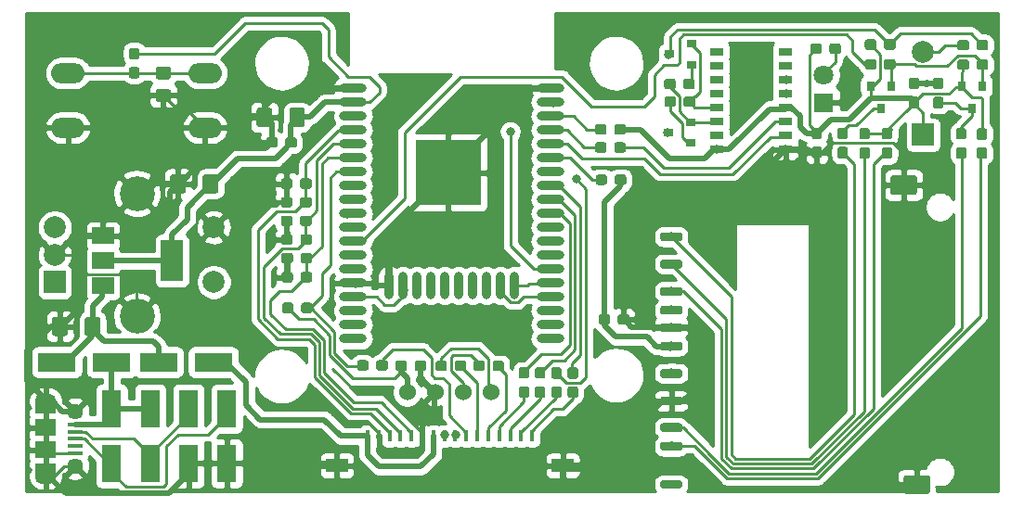
<source format=gbr>
G04 #@! TF.GenerationSoftware,KiCad,Pcbnew,(5.1.0)-1*
G04 #@! TF.CreationDate,2020-03-21T07:42:55+08:00*
G04 #@! TF.ProjectId,espcnc,65737063-6e63-42e6-9b69-6361645f7063,rev?*
G04 #@! TF.SameCoordinates,PX9d5b340PY2625a00*
G04 #@! TF.FileFunction,Copper,L1,Top*
G04 #@! TF.FilePolarity,Positive*
%FSLAX46Y46*%
G04 Gerber Fmt 4.6, Leading zero omitted, Abs format (unit mm)*
G04 Created by KiCad (PCBNEW (5.1.0)-1) date 2020-03-21 07:42:55*
%MOMM*%
%LPD*%
G04 APERTURE LIST*
%ADD10R,2.000000X2.000000*%
%ADD11C,2.000000*%
%ADD12C,3.200000*%
%ADD13C,1.524000*%
%ADD14O,3.048000X1.850000*%
%ADD15C,0.100000*%
%ADD16C,0.950000*%
%ADD17O,2.500000X0.900000*%
%ADD18R,6.000000X6.000000*%
%ADD19O,0.900000X2.500000*%
%ADD20R,0.900000X0.800000*%
%ADD21C,0.800000*%
%ADD22C,1.800000*%
%ADD23C,0.700000*%
%ADD24C,1.700000*%
%ADD25C,1.425000*%
%ADD26C,1.150000*%
%ADD27R,1.800000X1.800000*%
%ADD28R,1.800000X3.500000*%
%ADD29R,3.500000X1.800000*%
%ADD30R,2.000000X1.300000*%
%ADD31R,0.400000X1.000000*%
%ADD32R,1.900000X1.200000*%
%ADD33O,1.900000X1.200000*%
%ADD34R,1.900000X1.500000*%
%ADD35C,1.450000*%
%ADD36R,1.350000X0.400000*%
%ADD37R,0.800000X0.900000*%
%ADD38R,1.300000X0.800000*%
%ADD39R,2.000000X3.800000*%
%ADD40R,2.000000X1.500000*%
%ADD41C,0.500000*%
%ADD42C,0.250000*%
%ADD43C,0.254000*%
G04 APERTURE END LIST*
D10*
X3300000Y-25200000D03*
D11*
X3300000Y-22700000D03*
X3300000Y-20200000D03*
D12*
X10800000Y-28300000D03*
X10800000Y-17100000D03*
D11*
X17800000Y-25200000D03*
X17800000Y-20200000D03*
D13*
X43060000Y-35250000D03*
X40520000Y-35250000D03*
X37980000Y-35250000D03*
X35440000Y-35250000D03*
D14*
X4500000Y-6100000D03*
X4500000Y-11100000D03*
X17000000Y-6100000D03*
X17000000Y-11100000D03*
D15*
G36*
X50810779Y-32976144D02*
G01*
X50833834Y-32979563D01*
X50856443Y-32985227D01*
X50878387Y-32993079D01*
X50899457Y-33003044D01*
X50919448Y-33015026D01*
X50938168Y-33028910D01*
X50955438Y-33044562D01*
X50971090Y-33061832D01*
X50984974Y-33080552D01*
X50996956Y-33100543D01*
X51006921Y-33121613D01*
X51014773Y-33143557D01*
X51020437Y-33166166D01*
X51023856Y-33189221D01*
X51025000Y-33212500D01*
X51025000Y-33787500D01*
X51023856Y-33810779D01*
X51020437Y-33833834D01*
X51014773Y-33856443D01*
X51006921Y-33878387D01*
X50996956Y-33899457D01*
X50984974Y-33919448D01*
X50971090Y-33938168D01*
X50955438Y-33955438D01*
X50938168Y-33971090D01*
X50919448Y-33984974D01*
X50899457Y-33996956D01*
X50878387Y-34006921D01*
X50856443Y-34014773D01*
X50833834Y-34020437D01*
X50810779Y-34023856D01*
X50787500Y-34025000D01*
X50312500Y-34025000D01*
X50289221Y-34023856D01*
X50266166Y-34020437D01*
X50243557Y-34014773D01*
X50221613Y-34006921D01*
X50200543Y-33996956D01*
X50180552Y-33984974D01*
X50161832Y-33971090D01*
X50144562Y-33955438D01*
X50128910Y-33938168D01*
X50115026Y-33919448D01*
X50103044Y-33899457D01*
X50093079Y-33878387D01*
X50085227Y-33856443D01*
X50079563Y-33833834D01*
X50076144Y-33810779D01*
X50075000Y-33787500D01*
X50075000Y-33212500D01*
X50076144Y-33189221D01*
X50079563Y-33166166D01*
X50085227Y-33143557D01*
X50093079Y-33121613D01*
X50103044Y-33100543D01*
X50115026Y-33080552D01*
X50128910Y-33061832D01*
X50144562Y-33044562D01*
X50161832Y-33028910D01*
X50180552Y-33015026D01*
X50200543Y-33003044D01*
X50221613Y-32993079D01*
X50243557Y-32985227D01*
X50266166Y-32979563D01*
X50289221Y-32976144D01*
X50312500Y-32975000D01*
X50787500Y-32975000D01*
X50810779Y-32976144D01*
X50810779Y-32976144D01*
G37*
D16*
X50550000Y-33500000D03*
D15*
G36*
X50810779Y-34726144D02*
G01*
X50833834Y-34729563D01*
X50856443Y-34735227D01*
X50878387Y-34743079D01*
X50899457Y-34753044D01*
X50919448Y-34765026D01*
X50938168Y-34778910D01*
X50955438Y-34794562D01*
X50971090Y-34811832D01*
X50984974Y-34830552D01*
X50996956Y-34850543D01*
X51006921Y-34871613D01*
X51014773Y-34893557D01*
X51020437Y-34916166D01*
X51023856Y-34939221D01*
X51025000Y-34962500D01*
X51025000Y-35537500D01*
X51023856Y-35560779D01*
X51020437Y-35583834D01*
X51014773Y-35606443D01*
X51006921Y-35628387D01*
X50996956Y-35649457D01*
X50984974Y-35669448D01*
X50971090Y-35688168D01*
X50955438Y-35705438D01*
X50938168Y-35721090D01*
X50919448Y-35734974D01*
X50899457Y-35746956D01*
X50878387Y-35756921D01*
X50856443Y-35764773D01*
X50833834Y-35770437D01*
X50810779Y-35773856D01*
X50787500Y-35775000D01*
X50312500Y-35775000D01*
X50289221Y-35773856D01*
X50266166Y-35770437D01*
X50243557Y-35764773D01*
X50221613Y-35756921D01*
X50200543Y-35746956D01*
X50180552Y-35734974D01*
X50161832Y-35721090D01*
X50144562Y-35705438D01*
X50128910Y-35688168D01*
X50115026Y-35669448D01*
X50103044Y-35649457D01*
X50093079Y-35628387D01*
X50085227Y-35606443D01*
X50079563Y-35583834D01*
X50076144Y-35560779D01*
X50075000Y-35537500D01*
X50075000Y-34962500D01*
X50076144Y-34939221D01*
X50079563Y-34916166D01*
X50085227Y-34893557D01*
X50093079Y-34871613D01*
X50103044Y-34850543D01*
X50115026Y-34830552D01*
X50128910Y-34811832D01*
X50144562Y-34794562D01*
X50161832Y-34778910D01*
X50180552Y-34765026D01*
X50200543Y-34753044D01*
X50221613Y-34743079D01*
X50243557Y-34735227D01*
X50266166Y-34729563D01*
X50289221Y-34726144D01*
X50312500Y-34725000D01*
X50787500Y-34725000D01*
X50810779Y-34726144D01*
X50810779Y-34726144D01*
G37*
D16*
X50550000Y-35250000D03*
D15*
G36*
X49310779Y-32976144D02*
G01*
X49333834Y-32979563D01*
X49356443Y-32985227D01*
X49378387Y-32993079D01*
X49399457Y-33003044D01*
X49419448Y-33015026D01*
X49438168Y-33028910D01*
X49455438Y-33044562D01*
X49471090Y-33061832D01*
X49484974Y-33080552D01*
X49496956Y-33100543D01*
X49506921Y-33121613D01*
X49514773Y-33143557D01*
X49520437Y-33166166D01*
X49523856Y-33189221D01*
X49525000Y-33212500D01*
X49525000Y-33787500D01*
X49523856Y-33810779D01*
X49520437Y-33833834D01*
X49514773Y-33856443D01*
X49506921Y-33878387D01*
X49496956Y-33899457D01*
X49484974Y-33919448D01*
X49471090Y-33938168D01*
X49455438Y-33955438D01*
X49438168Y-33971090D01*
X49419448Y-33984974D01*
X49399457Y-33996956D01*
X49378387Y-34006921D01*
X49356443Y-34014773D01*
X49333834Y-34020437D01*
X49310779Y-34023856D01*
X49287500Y-34025000D01*
X48812500Y-34025000D01*
X48789221Y-34023856D01*
X48766166Y-34020437D01*
X48743557Y-34014773D01*
X48721613Y-34006921D01*
X48700543Y-33996956D01*
X48680552Y-33984974D01*
X48661832Y-33971090D01*
X48644562Y-33955438D01*
X48628910Y-33938168D01*
X48615026Y-33919448D01*
X48603044Y-33899457D01*
X48593079Y-33878387D01*
X48585227Y-33856443D01*
X48579563Y-33833834D01*
X48576144Y-33810779D01*
X48575000Y-33787500D01*
X48575000Y-33212500D01*
X48576144Y-33189221D01*
X48579563Y-33166166D01*
X48585227Y-33143557D01*
X48593079Y-33121613D01*
X48603044Y-33100543D01*
X48615026Y-33080552D01*
X48628910Y-33061832D01*
X48644562Y-33044562D01*
X48661832Y-33028910D01*
X48680552Y-33015026D01*
X48700543Y-33003044D01*
X48721613Y-32993079D01*
X48743557Y-32985227D01*
X48766166Y-32979563D01*
X48789221Y-32976144D01*
X48812500Y-32975000D01*
X49287500Y-32975000D01*
X49310779Y-32976144D01*
X49310779Y-32976144D01*
G37*
D16*
X49050000Y-33500000D03*
D15*
G36*
X49310779Y-34726144D02*
G01*
X49333834Y-34729563D01*
X49356443Y-34735227D01*
X49378387Y-34743079D01*
X49399457Y-34753044D01*
X49419448Y-34765026D01*
X49438168Y-34778910D01*
X49455438Y-34794562D01*
X49471090Y-34811832D01*
X49484974Y-34830552D01*
X49496956Y-34850543D01*
X49506921Y-34871613D01*
X49514773Y-34893557D01*
X49520437Y-34916166D01*
X49523856Y-34939221D01*
X49525000Y-34962500D01*
X49525000Y-35537500D01*
X49523856Y-35560779D01*
X49520437Y-35583834D01*
X49514773Y-35606443D01*
X49506921Y-35628387D01*
X49496956Y-35649457D01*
X49484974Y-35669448D01*
X49471090Y-35688168D01*
X49455438Y-35705438D01*
X49438168Y-35721090D01*
X49419448Y-35734974D01*
X49399457Y-35746956D01*
X49378387Y-35756921D01*
X49356443Y-35764773D01*
X49333834Y-35770437D01*
X49310779Y-35773856D01*
X49287500Y-35775000D01*
X48812500Y-35775000D01*
X48789221Y-35773856D01*
X48766166Y-35770437D01*
X48743557Y-35764773D01*
X48721613Y-35756921D01*
X48700543Y-35746956D01*
X48680552Y-35734974D01*
X48661832Y-35721090D01*
X48644562Y-35705438D01*
X48628910Y-35688168D01*
X48615026Y-35669448D01*
X48603044Y-35649457D01*
X48593079Y-35628387D01*
X48585227Y-35606443D01*
X48579563Y-35583834D01*
X48576144Y-35560779D01*
X48575000Y-35537500D01*
X48575000Y-34962500D01*
X48576144Y-34939221D01*
X48579563Y-34916166D01*
X48585227Y-34893557D01*
X48593079Y-34871613D01*
X48603044Y-34850543D01*
X48615026Y-34830552D01*
X48628910Y-34811832D01*
X48644562Y-34794562D01*
X48661832Y-34778910D01*
X48680552Y-34765026D01*
X48700543Y-34753044D01*
X48721613Y-34743079D01*
X48743557Y-34735227D01*
X48766166Y-34729563D01*
X48789221Y-34726144D01*
X48812500Y-34725000D01*
X49287500Y-34725000D01*
X49310779Y-34726144D01*
X49310779Y-34726144D01*
G37*
D16*
X49050000Y-35250000D03*
D15*
G36*
X47834979Y-32968644D02*
G01*
X47858034Y-32972063D01*
X47880643Y-32977727D01*
X47902587Y-32985579D01*
X47923657Y-32995544D01*
X47943648Y-33007526D01*
X47962368Y-33021410D01*
X47979638Y-33037062D01*
X47995290Y-33054332D01*
X48009174Y-33073052D01*
X48021156Y-33093043D01*
X48031121Y-33114113D01*
X48038973Y-33136057D01*
X48044637Y-33158666D01*
X48048056Y-33181721D01*
X48049200Y-33205000D01*
X48049200Y-33780000D01*
X48048056Y-33803279D01*
X48044637Y-33826334D01*
X48038973Y-33848943D01*
X48031121Y-33870887D01*
X48021156Y-33891957D01*
X48009174Y-33911948D01*
X47995290Y-33930668D01*
X47979638Y-33947938D01*
X47962368Y-33963590D01*
X47943648Y-33977474D01*
X47923657Y-33989456D01*
X47902587Y-33999421D01*
X47880643Y-34007273D01*
X47858034Y-34012937D01*
X47834979Y-34016356D01*
X47811700Y-34017500D01*
X47336700Y-34017500D01*
X47313421Y-34016356D01*
X47290366Y-34012937D01*
X47267757Y-34007273D01*
X47245813Y-33999421D01*
X47224743Y-33989456D01*
X47204752Y-33977474D01*
X47186032Y-33963590D01*
X47168762Y-33947938D01*
X47153110Y-33930668D01*
X47139226Y-33911948D01*
X47127244Y-33891957D01*
X47117279Y-33870887D01*
X47109427Y-33848943D01*
X47103763Y-33826334D01*
X47100344Y-33803279D01*
X47099200Y-33780000D01*
X47099200Y-33205000D01*
X47100344Y-33181721D01*
X47103763Y-33158666D01*
X47109427Y-33136057D01*
X47117279Y-33114113D01*
X47127244Y-33093043D01*
X47139226Y-33073052D01*
X47153110Y-33054332D01*
X47168762Y-33037062D01*
X47186032Y-33021410D01*
X47204752Y-33007526D01*
X47224743Y-32995544D01*
X47245813Y-32985579D01*
X47267757Y-32977727D01*
X47290366Y-32972063D01*
X47313421Y-32968644D01*
X47336700Y-32967500D01*
X47811700Y-32967500D01*
X47834979Y-32968644D01*
X47834979Y-32968644D01*
G37*
D16*
X47574200Y-33492500D03*
D15*
G36*
X47834979Y-34718644D02*
G01*
X47858034Y-34722063D01*
X47880643Y-34727727D01*
X47902587Y-34735579D01*
X47923657Y-34745544D01*
X47943648Y-34757526D01*
X47962368Y-34771410D01*
X47979638Y-34787062D01*
X47995290Y-34804332D01*
X48009174Y-34823052D01*
X48021156Y-34843043D01*
X48031121Y-34864113D01*
X48038973Y-34886057D01*
X48044637Y-34908666D01*
X48048056Y-34931721D01*
X48049200Y-34955000D01*
X48049200Y-35530000D01*
X48048056Y-35553279D01*
X48044637Y-35576334D01*
X48038973Y-35598943D01*
X48031121Y-35620887D01*
X48021156Y-35641957D01*
X48009174Y-35661948D01*
X47995290Y-35680668D01*
X47979638Y-35697938D01*
X47962368Y-35713590D01*
X47943648Y-35727474D01*
X47923657Y-35739456D01*
X47902587Y-35749421D01*
X47880643Y-35757273D01*
X47858034Y-35762937D01*
X47834979Y-35766356D01*
X47811700Y-35767500D01*
X47336700Y-35767500D01*
X47313421Y-35766356D01*
X47290366Y-35762937D01*
X47267757Y-35757273D01*
X47245813Y-35749421D01*
X47224743Y-35739456D01*
X47204752Y-35727474D01*
X47186032Y-35713590D01*
X47168762Y-35697938D01*
X47153110Y-35680668D01*
X47139226Y-35661948D01*
X47127244Y-35641957D01*
X47117279Y-35620887D01*
X47109427Y-35598943D01*
X47103763Y-35576334D01*
X47100344Y-35553279D01*
X47099200Y-35530000D01*
X47099200Y-34955000D01*
X47100344Y-34931721D01*
X47103763Y-34908666D01*
X47109427Y-34886057D01*
X47117279Y-34864113D01*
X47127244Y-34843043D01*
X47139226Y-34823052D01*
X47153110Y-34804332D01*
X47168762Y-34787062D01*
X47186032Y-34771410D01*
X47204752Y-34757526D01*
X47224743Y-34745544D01*
X47245813Y-34735579D01*
X47267757Y-34727727D01*
X47290366Y-34722063D01*
X47313421Y-34718644D01*
X47336700Y-34717500D01*
X47811700Y-34717500D01*
X47834979Y-34718644D01*
X47834979Y-34718644D01*
G37*
D16*
X47574200Y-35242500D03*
D15*
G36*
X46361779Y-32968644D02*
G01*
X46384834Y-32972063D01*
X46407443Y-32977727D01*
X46429387Y-32985579D01*
X46450457Y-32995544D01*
X46470448Y-33007526D01*
X46489168Y-33021410D01*
X46506438Y-33037062D01*
X46522090Y-33054332D01*
X46535974Y-33073052D01*
X46547956Y-33093043D01*
X46557921Y-33114113D01*
X46565773Y-33136057D01*
X46571437Y-33158666D01*
X46574856Y-33181721D01*
X46576000Y-33205000D01*
X46576000Y-33780000D01*
X46574856Y-33803279D01*
X46571437Y-33826334D01*
X46565773Y-33848943D01*
X46557921Y-33870887D01*
X46547956Y-33891957D01*
X46535974Y-33911948D01*
X46522090Y-33930668D01*
X46506438Y-33947938D01*
X46489168Y-33963590D01*
X46470448Y-33977474D01*
X46450457Y-33989456D01*
X46429387Y-33999421D01*
X46407443Y-34007273D01*
X46384834Y-34012937D01*
X46361779Y-34016356D01*
X46338500Y-34017500D01*
X45863500Y-34017500D01*
X45840221Y-34016356D01*
X45817166Y-34012937D01*
X45794557Y-34007273D01*
X45772613Y-33999421D01*
X45751543Y-33989456D01*
X45731552Y-33977474D01*
X45712832Y-33963590D01*
X45695562Y-33947938D01*
X45679910Y-33930668D01*
X45666026Y-33911948D01*
X45654044Y-33891957D01*
X45644079Y-33870887D01*
X45636227Y-33848943D01*
X45630563Y-33826334D01*
X45627144Y-33803279D01*
X45626000Y-33780000D01*
X45626000Y-33205000D01*
X45627144Y-33181721D01*
X45630563Y-33158666D01*
X45636227Y-33136057D01*
X45644079Y-33114113D01*
X45654044Y-33093043D01*
X45666026Y-33073052D01*
X45679910Y-33054332D01*
X45695562Y-33037062D01*
X45712832Y-33021410D01*
X45731552Y-33007526D01*
X45751543Y-32995544D01*
X45772613Y-32985579D01*
X45794557Y-32977727D01*
X45817166Y-32972063D01*
X45840221Y-32968644D01*
X45863500Y-32967500D01*
X46338500Y-32967500D01*
X46361779Y-32968644D01*
X46361779Y-32968644D01*
G37*
D16*
X46101000Y-33492500D03*
D15*
G36*
X46361779Y-34718644D02*
G01*
X46384834Y-34722063D01*
X46407443Y-34727727D01*
X46429387Y-34735579D01*
X46450457Y-34745544D01*
X46470448Y-34757526D01*
X46489168Y-34771410D01*
X46506438Y-34787062D01*
X46522090Y-34804332D01*
X46535974Y-34823052D01*
X46547956Y-34843043D01*
X46557921Y-34864113D01*
X46565773Y-34886057D01*
X46571437Y-34908666D01*
X46574856Y-34931721D01*
X46576000Y-34955000D01*
X46576000Y-35530000D01*
X46574856Y-35553279D01*
X46571437Y-35576334D01*
X46565773Y-35598943D01*
X46557921Y-35620887D01*
X46547956Y-35641957D01*
X46535974Y-35661948D01*
X46522090Y-35680668D01*
X46506438Y-35697938D01*
X46489168Y-35713590D01*
X46470448Y-35727474D01*
X46450457Y-35739456D01*
X46429387Y-35749421D01*
X46407443Y-35757273D01*
X46384834Y-35762937D01*
X46361779Y-35766356D01*
X46338500Y-35767500D01*
X45863500Y-35767500D01*
X45840221Y-35766356D01*
X45817166Y-35762937D01*
X45794557Y-35757273D01*
X45772613Y-35749421D01*
X45751543Y-35739456D01*
X45731552Y-35727474D01*
X45712832Y-35713590D01*
X45695562Y-35697938D01*
X45679910Y-35680668D01*
X45666026Y-35661948D01*
X45654044Y-35641957D01*
X45644079Y-35620887D01*
X45636227Y-35598943D01*
X45630563Y-35576334D01*
X45627144Y-35553279D01*
X45626000Y-35530000D01*
X45626000Y-34955000D01*
X45627144Y-34931721D01*
X45630563Y-34908666D01*
X45636227Y-34886057D01*
X45644079Y-34864113D01*
X45654044Y-34843043D01*
X45666026Y-34823052D01*
X45679910Y-34804332D01*
X45695562Y-34787062D01*
X45712832Y-34771410D01*
X45731552Y-34757526D01*
X45751543Y-34745544D01*
X45772613Y-34735579D01*
X45794557Y-34727727D01*
X45817166Y-34722063D01*
X45840221Y-34718644D01*
X45863500Y-34717500D01*
X46338500Y-34717500D01*
X46361779Y-34718644D01*
X46361779Y-34718644D01*
G37*
D16*
X46101000Y-35242500D03*
D15*
G36*
X42310779Y-32376144D02*
G01*
X42333834Y-32379563D01*
X42356443Y-32385227D01*
X42378387Y-32393079D01*
X42399457Y-32403044D01*
X42419448Y-32415026D01*
X42438168Y-32428910D01*
X42455438Y-32444562D01*
X42471090Y-32461832D01*
X42484974Y-32480552D01*
X42496956Y-32500543D01*
X42506921Y-32521613D01*
X42514773Y-32543557D01*
X42520437Y-32566166D01*
X42523856Y-32589221D01*
X42525000Y-32612500D01*
X42525000Y-33087500D01*
X42523856Y-33110779D01*
X42520437Y-33133834D01*
X42514773Y-33156443D01*
X42506921Y-33178387D01*
X42496956Y-33199457D01*
X42484974Y-33219448D01*
X42471090Y-33238168D01*
X42455438Y-33255438D01*
X42438168Y-33271090D01*
X42419448Y-33284974D01*
X42399457Y-33296956D01*
X42378387Y-33306921D01*
X42356443Y-33314773D01*
X42333834Y-33320437D01*
X42310779Y-33323856D01*
X42287500Y-33325000D01*
X41712500Y-33325000D01*
X41689221Y-33323856D01*
X41666166Y-33320437D01*
X41643557Y-33314773D01*
X41621613Y-33306921D01*
X41600543Y-33296956D01*
X41580552Y-33284974D01*
X41561832Y-33271090D01*
X41544562Y-33255438D01*
X41528910Y-33238168D01*
X41515026Y-33219448D01*
X41503044Y-33199457D01*
X41493079Y-33178387D01*
X41485227Y-33156443D01*
X41479563Y-33133834D01*
X41476144Y-33110779D01*
X41475000Y-33087500D01*
X41475000Y-32612500D01*
X41476144Y-32589221D01*
X41479563Y-32566166D01*
X41485227Y-32543557D01*
X41493079Y-32521613D01*
X41503044Y-32500543D01*
X41515026Y-32480552D01*
X41528910Y-32461832D01*
X41544562Y-32444562D01*
X41561832Y-32428910D01*
X41580552Y-32415026D01*
X41600543Y-32403044D01*
X41621613Y-32393079D01*
X41643557Y-32385227D01*
X41666166Y-32379563D01*
X41689221Y-32376144D01*
X41712500Y-32375000D01*
X42287500Y-32375000D01*
X42310779Y-32376144D01*
X42310779Y-32376144D01*
G37*
D16*
X42000000Y-32850000D03*
D15*
G36*
X44060779Y-32376144D02*
G01*
X44083834Y-32379563D01*
X44106443Y-32385227D01*
X44128387Y-32393079D01*
X44149457Y-32403044D01*
X44169448Y-32415026D01*
X44188168Y-32428910D01*
X44205438Y-32444562D01*
X44221090Y-32461832D01*
X44234974Y-32480552D01*
X44246956Y-32500543D01*
X44256921Y-32521613D01*
X44264773Y-32543557D01*
X44270437Y-32566166D01*
X44273856Y-32589221D01*
X44275000Y-32612500D01*
X44275000Y-33087500D01*
X44273856Y-33110779D01*
X44270437Y-33133834D01*
X44264773Y-33156443D01*
X44256921Y-33178387D01*
X44246956Y-33199457D01*
X44234974Y-33219448D01*
X44221090Y-33238168D01*
X44205438Y-33255438D01*
X44188168Y-33271090D01*
X44169448Y-33284974D01*
X44149457Y-33296956D01*
X44128387Y-33306921D01*
X44106443Y-33314773D01*
X44083834Y-33320437D01*
X44060779Y-33323856D01*
X44037500Y-33325000D01*
X43462500Y-33325000D01*
X43439221Y-33323856D01*
X43416166Y-33320437D01*
X43393557Y-33314773D01*
X43371613Y-33306921D01*
X43350543Y-33296956D01*
X43330552Y-33284974D01*
X43311832Y-33271090D01*
X43294562Y-33255438D01*
X43278910Y-33238168D01*
X43265026Y-33219448D01*
X43253044Y-33199457D01*
X43243079Y-33178387D01*
X43235227Y-33156443D01*
X43229563Y-33133834D01*
X43226144Y-33110779D01*
X43225000Y-33087500D01*
X43225000Y-32612500D01*
X43226144Y-32589221D01*
X43229563Y-32566166D01*
X43235227Y-32543557D01*
X43243079Y-32521613D01*
X43253044Y-32500543D01*
X43265026Y-32480552D01*
X43278910Y-32461832D01*
X43294562Y-32444562D01*
X43311832Y-32428910D01*
X43330552Y-32415026D01*
X43350543Y-32403044D01*
X43371613Y-32393079D01*
X43393557Y-32385227D01*
X43416166Y-32379563D01*
X43439221Y-32376144D01*
X43462500Y-32375000D01*
X44037500Y-32375000D01*
X44060779Y-32376144D01*
X44060779Y-32376144D01*
G37*
D16*
X43750000Y-32850000D03*
D15*
G36*
X38860779Y-32376144D02*
G01*
X38883834Y-32379563D01*
X38906443Y-32385227D01*
X38928387Y-32393079D01*
X38949457Y-32403044D01*
X38969448Y-32415026D01*
X38988168Y-32428910D01*
X39005438Y-32444562D01*
X39021090Y-32461832D01*
X39034974Y-32480552D01*
X39046956Y-32500543D01*
X39056921Y-32521613D01*
X39064773Y-32543557D01*
X39070437Y-32566166D01*
X39073856Y-32589221D01*
X39075000Y-32612500D01*
X39075000Y-33087500D01*
X39073856Y-33110779D01*
X39070437Y-33133834D01*
X39064773Y-33156443D01*
X39056921Y-33178387D01*
X39046956Y-33199457D01*
X39034974Y-33219448D01*
X39021090Y-33238168D01*
X39005438Y-33255438D01*
X38988168Y-33271090D01*
X38969448Y-33284974D01*
X38949457Y-33296956D01*
X38928387Y-33306921D01*
X38906443Y-33314773D01*
X38883834Y-33320437D01*
X38860779Y-33323856D01*
X38837500Y-33325000D01*
X38262500Y-33325000D01*
X38239221Y-33323856D01*
X38216166Y-33320437D01*
X38193557Y-33314773D01*
X38171613Y-33306921D01*
X38150543Y-33296956D01*
X38130552Y-33284974D01*
X38111832Y-33271090D01*
X38094562Y-33255438D01*
X38078910Y-33238168D01*
X38065026Y-33219448D01*
X38053044Y-33199457D01*
X38043079Y-33178387D01*
X38035227Y-33156443D01*
X38029563Y-33133834D01*
X38026144Y-33110779D01*
X38025000Y-33087500D01*
X38025000Y-32612500D01*
X38026144Y-32589221D01*
X38029563Y-32566166D01*
X38035227Y-32543557D01*
X38043079Y-32521613D01*
X38053044Y-32500543D01*
X38065026Y-32480552D01*
X38078910Y-32461832D01*
X38094562Y-32444562D01*
X38111832Y-32428910D01*
X38130552Y-32415026D01*
X38150543Y-32403044D01*
X38171613Y-32393079D01*
X38193557Y-32385227D01*
X38216166Y-32379563D01*
X38239221Y-32376144D01*
X38262500Y-32375000D01*
X38837500Y-32375000D01*
X38860779Y-32376144D01*
X38860779Y-32376144D01*
G37*
D16*
X38550000Y-32850000D03*
D15*
G36*
X40610779Y-32376144D02*
G01*
X40633834Y-32379563D01*
X40656443Y-32385227D01*
X40678387Y-32393079D01*
X40699457Y-32403044D01*
X40719448Y-32415026D01*
X40738168Y-32428910D01*
X40755438Y-32444562D01*
X40771090Y-32461832D01*
X40784974Y-32480552D01*
X40796956Y-32500543D01*
X40806921Y-32521613D01*
X40814773Y-32543557D01*
X40820437Y-32566166D01*
X40823856Y-32589221D01*
X40825000Y-32612500D01*
X40825000Y-33087500D01*
X40823856Y-33110779D01*
X40820437Y-33133834D01*
X40814773Y-33156443D01*
X40806921Y-33178387D01*
X40796956Y-33199457D01*
X40784974Y-33219448D01*
X40771090Y-33238168D01*
X40755438Y-33255438D01*
X40738168Y-33271090D01*
X40719448Y-33284974D01*
X40699457Y-33296956D01*
X40678387Y-33306921D01*
X40656443Y-33314773D01*
X40633834Y-33320437D01*
X40610779Y-33323856D01*
X40587500Y-33325000D01*
X40012500Y-33325000D01*
X39989221Y-33323856D01*
X39966166Y-33320437D01*
X39943557Y-33314773D01*
X39921613Y-33306921D01*
X39900543Y-33296956D01*
X39880552Y-33284974D01*
X39861832Y-33271090D01*
X39844562Y-33255438D01*
X39828910Y-33238168D01*
X39815026Y-33219448D01*
X39803044Y-33199457D01*
X39793079Y-33178387D01*
X39785227Y-33156443D01*
X39779563Y-33133834D01*
X39776144Y-33110779D01*
X39775000Y-33087500D01*
X39775000Y-32612500D01*
X39776144Y-32589221D01*
X39779563Y-32566166D01*
X39785227Y-32543557D01*
X39793079Y-32521613D01*
X39803044Y-32500543D01*
X39815026Y-32480552D01*
X39828910Y-32461832D01*
X39844562Y-32444562D01*
X39861832Y-32428910D01*
X39880552Y-32415026D01*
X39900543Y-32403044D01*
X39921613Y-32393079D01*
X39943557Y-32385227D01*
X39966166Y-32379563D01*
X39989221Y-32376144D01*
X40012500Y-32375000D01*
X40587500Y-32375000D01*
X40610779Y-32376144D01*
X40610779Y-32376144D01*
G37*
D16*
X40300000Y-32850000D03*
D15*
G36*
X31710779Y-32326144D02*
G01*
X31733834Y-32329563D01*
X31756443Y-32335227D01*
X31778387Y-32343079D01*
X31799457Y-32353044D01*
X31819448Y-32365026D01*
X31838168Y-32378910D01*
X31855438Y-32394562D01*
X31871090Y-32411832D01*
X31884974Y-32430552D01*
X31896956Y-32450543D01*
X31906921Y-32471613D01*
X31914773Y-32493557D01*
X31920437Y-32516166D01*
X31923856Y-32539221D01*
X31925000Y-32562500D01*
X31925000Y-33037500D01*
X31923856Y-33060779D01*
X31920437Y-33083834D01*
X31914773Y-33106443D01*
X31906921Y-33128387D01*
X31896956Y-33149457D01*
X31884974Y-33169448D01*
X31871090Y-33188168D01*
X31855438Y-33205438D01*
X31838168Y-33221090D01*
X31819448Y-33234974D01*
X31799457Y-33246956D01*
X31778387Y-33256921D01*
X31756443Y-33264773D01*
X31733834Y-33270437D01*
X31710779Y-33273856D01*
X31687500Y-33275000D01*
X31112500Y-33275000D01*
X31089221Y-33273856D01*
X31066166Y-33270437D01*
X31043557Y-33264773D01*
X31021613Y-33256921D01*
X31000543Y-33246956D01*
X30980552Y-33234974D01*
X30961832Y-33221090D01*
X30944562Y-33205438D01*
X30928910Y-33188168D01*
X30915026Y-33169448D01*
X30903044Y-33149457D01*
X30893079Y-33128387D01*
X30885227Y-33106443D01*
X30879563Y-33083834D01*
X30876144Y-33060779D01*
X30875000Y-33037500D01*
X30875000Y-32562500D01*
X30876144Y-32539221D01*
X30879563Y-32516166D01*
X30885227Y-32493557D01*
X30893079Y-32471613D01*
X30903044Y-32450543D01*
X30915026Y-32430552D01*
X30928910Y-32411832D01*
X30944562Y-32394562D01*
X30961832Y-32378910D01*
X30980552Y-32365026D01*
X31000543Y-32353044D01*
X31021613Y-32343079D01*
X31043557Y-32335227D01*
X31066166Y-32329563D01*
X31089221Y-32326144D01*
X31112500Y-32325000D01*
X31687500Y-32325000D01*
X31710779Y-32326144D01*
X31710779Y-32326144D01*
G37*
D16*
X31400000Y-32800000D03*
D15*
G36*
X33460779Y-32326144D02*
G01*
X33483834Y-32329563D01*
X33506443Y-32335227D01*
X33528387Y-32343079D01*
X33549457Y-32353044D01*
X33569448Y-32365026D01*
X33588168Y-32378910D01*
X33605438Y-32394562D01*
X33621090Y-32411832D01*
X33634974Y-32430552D01*
X33646956Y-32450543D01*
X33656921Y-32471613D01*
X33664773Y-32493557D01*
X33670437Y-32516166D01*
X33673856Y-32539221D01*
X33675000Y-32562500D01*
X33675000Y-33037500D01*
X33673856Y-33060779D01*
X33670437Y-33083834D01*
X33664773Y-33106443D01*
X33656921Y-33128387D01*
X33646956Y-33149457D01*
X33634974Y-33169448D01*
X33621090Y-33188168D01*
X33605438Y-33205438D01*
X33588168Y-33221090D01*
X33569448Y-33234974D01*
X33549457Y-33246956D01*
X33528387Y-33256921D01*
X33506443Y-33264773D01*
X33483834Y-33270437D01*
X33460779Y-33273856D01*
X33437500Y-33275000D01*
X32862500Y-33275000D01*
X32839221Y-33273856D01*
X32816166Y-33270437D01*
X32793557Y-33264773D01*
X32771613Y-33256921D01*
X32750543Y-33246956D01*
X32730552Y-33234974D01*
X32711832Y-33221090D01*
X32694562Y-33205438D01*
X32678910Y-33188168D01*
X32665026Y-33169448D01*
X32653044Y-33149457D01*
X32643079Y-33128387D01*
X32635227Y-33106443D01*
X32629563Y-33083834D01*
X32626144Y-33060779D01*
X32625000Y-33037500D01*
X32625000Y-32562500D01*
X32626144Y-32539221D01*
X32629563Y-32516166D01*
X32635227Y-32493557D01*
X32643079Y-32471613D01*
X32653044Y-32450543D01*
X32665026Y-32430552D01*
X32678910Y-32411832D01*
X32694562Y-32394562D01*
X32711832Y-32378910D01*
X32730552Y-32365026D01*
X32750543Y-32353044D01*
X32771613Y-32343079D01*
X32793557Y-32335227D01*
X32816166Y-32329563D01*
X32839221Y-32326144D01*
X32862500Y-32325000D01*
X33437500Y-32325000D01*
X33460779Y-32326144D01*
X33460779Y-32326144D01*
G37*
D16*
X33150000Y-32800000D03*
D17*
X30500000Y-13850000D03*
X30500000Y-16390000D03*
X48500000Y-22740000D03*
X30500000Y-8770000D03*
X30500000Y-10040000D03*
X48500000Y-17660000D03*
X48500000Y-8770000D03*
X48500000Y-7500000D03*
X48500000Y-13850000D03*
X48500000Y-18930000D03*
X48500000Y-10040000D03*
X48500000Y-11310000D03*
X48500000Y-12580000D03*
X30500000Y-20200000D03*
X48500000Y-15120000D03*
X30500000Y-24010000D03*
X30500000Y-7500000D03*
X30500000Y-21470000D03*
X30500000Y-18930000D03*
X48500000Y-24010000D03*
X48500000Y-16390000D03*
X30500000Y-22740000D03*
X30500000Y-17660000D03*
X30500000Y-11310000D03*
D18*
X39200000Y-15200000D03*
D17*
X48500000Y-20200000D03*
X48500000Y-21470000D03*
X48500000Y-26550000D03*
X30500000Y-26550000D03*
X48500000Y-30360000D03*
X30500000Y-30360000D03*
X30500000Y-25280000D03*
X48500000Y-29090000D03*
X30500000Y-27820000D03*
X30500000Y-12580000D03*
X30500000Y-29090000D03*
X48500000Y-25280000D03*
X48500000Y-27820000D03*
X30500000Y-15120000D03*
D19*
X38865000Y-25500000D03*
X41405000Y-25500000D03*
X35055000Y-25500000D03*
X37595000Y-25500000D03*
X42675000Y-25500000D03*
X43945000Y-25500000D03*
X36325000Y-25500000D03*
X45215000Y-25500000D03*
X40135000Y-25500000D03*
X33785000Y-25500000D03*
D20*
X59350000Y-4375000D03*
X61350000Y-3425000D03*
X61350000Y-5325000D03*
D15*
G36*
X81935779Y-8276144D02*
G01*
X81958834Y-8279563D01*
X81981443Y-8285227D01*
X82003387Y-8293079D01*
X82024457Y-8303044D01*
X82044448Y-8315026D01*
X82063168Y-8328910D01*
X82080438Y-8344562D01*
X82096090Y-8361832D01*
X82109974Y-8380552D01*
X82121956Y-8400543D01*
X82131921Y-8421613D01*
X82139773Y-8443557D01*
X82145437Y-8466166D01*
X82148856Y-8489221D01*
X82150000Y-8512500D01*
X82150000Y-9087500D01*
X82148856Y-9110779D01*
X82145437Y-9133834D01*
X82139773Y-9156443D01*
X82131921Y-9178387D01*
X82121956Y-9199457D01*
X82109974Y-9219448D01*
X82096090Y-9238168D01*
X82080438Y-9255438D01*
X82063168Y-9271090D01*
X82044448Y-9284974D01*
X82024457Y-9296956D01*
X82003387Y-9306921D01*
X81981443Y-9314773D01*
X81958834Y-9320437D01*
X81935779Y-9323856D01*
X81912500Y-9325000D01*
X81437500Y-9325000D01*
X81414221Y-9323856D01*
X81391166Y-9320437D01*
X81368557Y-9314773D01*
X81346613Y-9306921D01*
X81325543Y-9296956D01*
X81305552Y-9284974D01*
X81286832Y-9271090D01*
X81269562Y-9255438D01*
X81253910Y-9238168D01*
X81240026Y-9219448D01*
X81228044Y-9199457D01*
X81218079Y-9178387D01*
X81210227Y-9156443D01*
X81204563Y-9133834D01*
X81201144Y-9110779D01*
X81200000Y-9087500D01*
X81200000Y-8512500D01*
X81201144Y-8489221D01*
X81204563Y-8466166D01*
X81210227Y-8443557D01*
X81218079Y-8421613D01*
X81228044Y-8400543D01*
X81240026Y-8380552D01*
X81253910Y-8361832D01*
X81269562Y-8344562D01*
X81286832Y-8328910D01*
X81305552Y-8315026D01*
X81325543Y-8303044D01*
X81346613Y-8293079D01*
X81368557Y-8285227D01*
X81391166Y-8279563D01*
X81414221Y-8276144D01*
X81437500Y-8275000D01*
X81912500Y-8275000D01*
X81935779Y-8276144D01*
X81935779Y-8276144D01*
G37*
D16*
X81675000Y-8800000D03*
D15*
G36*
X81935779Y-6526144D02*
G01*
X81958834Y-6529563D01*
X81981443Y-6535227D01*
X82003387Y-6543079D01*
X82024457Y-6553044D01*
X82044448Y-6565026D01*
X82063168Y-6578910D01*
X82080438Y-6594562D01*
X82096090Y-6611832D01*
X82109974Y-6630552D01*
X82121956Y-6650543D01*
X82131921Y-6671613D01*
X82139773Y-6693557D01*
X82145437Y-6716166D01*
X82148856Y-6739221D01*
X82150000Y-6762500D01*
X82150000Y-7337500D01*
X82148856Y-7360779D01*
X82145437Y-7383834D01*
X82139773Y-7406443D01*
X82131921Y-7428387D01*
X82121956Y-7449457D01*
X82109974Y-7469448D01*
X82096090Y-7488168D01*
X82080438Y-7505438D01*
X82063168Y-7521090D01*
X82044448Y-7534974D01*
X82024457Y-7546956D01*
X82003387Y-7556921D01*
X81981443Y-7564773D01*
X81958834Y-7570437D01*
X81935779Y-7573856D01*
X81912500Y-7575000D01*
X81437500Y-7575000D01*
X81414221Y-7573856D01*
X81391166Y-7570437D01*
X81368557Y-7564773D01*
X81346613Y-7556921D01*
X81325543Y-7546956D01*
X81305552Y-7534974D01*
X81286832Y-7521090D01*
X81269562Y-7505438D01*
X81253910Y-7488168D01*
X81240026Y-7469448D01*
X81228044Y-7449457D01*
X81218079Y-7428387D01*
X81210227Y-7406443D01*
X81204563Y-7383834D01*
X81201144Y-7360779D01*
X81200000Y-7337500D01*
X81200000Y-6762500D01*
X81201144Y-6739221D01*
X81204563Y-6716166D01*
X81210227Y-6693557D01*
X81218079Y-6671613D01*
X81228044Y-6650543D01*
X81240026Y-6630552D01*
X81253910Y-6611832D01*
X81269562Y-6594562D01*
X81286832Y-6578910D01*
X81305552Y-6565026D01*
X81325543Y-6553044D01*
X81346613Y-6543079D01*
X81368557Y-6535227D01*
X81391166Y-6529563D01*
X81414221Y-6526144D01*
X81437500Y-6525000D01*
X81912500Y-6525000D01*
X81935779Y-6526144D01*
X81935779Y-6526144D01*
G37*
D16*
X81675000Y-7050000D03*
D15*
G36*
X60301143Y-38081206D02*
G01*
X60325451Y-38084811D01*
X60349287Y-38090782D01*
X60372424Y-38099061D01*
X60394638Y-38109567D01*
X60415715Y-38122200D01*
X60435452Y-38136838D01*
X60453660Y-38153340D01*
X60470162Y-38171548D01*
X60484800Y-38191285D01*
X60497433Y-38212362D01*
X60507939Y-38234576D01*
X60516218Y-38257713D01*
X60522189Y-38281549D01*
X60525794Y-38305857D01*
X60527000Y-38330400D01*
X60527000Y-38629600D01*
X60525794Y-38654143D01*
X60522189Y-38678451D01*
X60516218Y-38702287D01*
X60507939Y-38725424D01*
X60497433Y-38747638D01*
X60484800Y-38768715D01*
X60470162Y-38788452D01*
X60453660Y-38806660D01*
X60435452Y-38823162D01*
X60415715Y-38837800D01*
X60394638Y-38850433D01*
X60372424Y-38860939D01*
X60349287Y-38869218D01*
X60325451Y-38875189D01*
X60301143Y-38878794D01*
X60276600Y-38880000D01*
X58777400Y-38880000D01*
X58752857Y-38878794D01*
X58728549Y-38875189D01*
X58704713Y-38869218D01*
X58681576Y-38860939D01*
X58659362Y-38850433D01*
X58638285Y-38837800D01*
X58618548Y-38823162D01*
X58600340Y-38806660D01*
X58583838Y-38788452D01*
X58569200Y-38768715D01*
X58556567Y-38747638D01*
X58546061Y-38725424D01*
X58537782Y-38702287D01*
X58531811Y-38678451D01*
X58528206Y-38654143D01*
X58527000Y-38629600D01*
X58527000Y-38330400D01*
X58528206Y-38305857D01*
X58531811Y-38281549D01*
X58537782Y-38257713D01*
X58546061Y-38234576D01*
X58556567Y-38212362D01*
X58569200Y-38191285D01*
X58583838Y-38171548D01*
X58600340Y-38153340D01*
X58618548Y-38136838D01*
X58638285Y-38122200D01*
X58659362Y-38109567D01*
X58681576Y-38099061D01*
X58704713Y-38090782D01*
X58728549Y-38084811D01*
X58752857Y-38081206D01*
X58777400Y-38080000D01*
X60276600Y-38080000D01*
X60301143Y-38081206D01*
X60301143Y-38081206D01*
G37*
D21*
X59527000Y-38480000D03*
D15*
G36*
X60301143Y-25651206D02*
G01*
X60325451Y-25654811D01*
X60349287Y-25660782D01*
X60372424Y-25669061D01*
X60394638Y-25679567D01*
X60415715Y-25692200D01*
X60435452Y-25706838D01*
X60453660Y-25723340D01*
X60470162Y-25741548D01*
X60484800Y-25761285D01*
X60497433Y-25782362D01*
X60507939Y-25804576D01*
X60516218Y-25827713D01*
X60522189Y-25851549D01*
X60525794Y-25875857D01*
X60527000Y-25900400D01*
X60527000Y-26199600D01*
X60525794Y-26224143D01*
X60522189Y-26248451D01*
X60516218Y-26272287D01*
X60507939Y-26295424D01*
X60497433Y-26317638D01*
X60484800Y-26338715D01*
X60470162Y-26358452D01*
X60453660Y-26376660D01*
X60435452Y-26393162D01*
X60415715Y-26407800D01*
X60394638Y-26420433D01*
X60372424Y-26430939D01*
X60349287Y-26439218D01*
X60325451Y-26445189D01*
X60301143Y-26448794D01*
X60276600Y-26450000D01*
X58777400Y-26450000D01*
X58752857Y-26448794D01*
X58728549Y-26445189D01*
X58704713Y-26439218D01*
X58681576Y-26430939D01*
X58659362Y-26420433D01*
X58638285Y-26407800D01*
X58618548Y-26393162D01*
X58600340Y-26376660D01*
X58583838Y-26358452D01*
X58569200Y-26338715D01*
X58556567Y-26317638D01*
X58546061Y-26295424D01*
X58537782Y-26272287D01*
X58531811Y-26248451D01*
X58528206Y-26224143D01*
X58527000Y-26199600D01*
X58527000Y-25900400D01*
X58528206Y-25875857D01*
X58531811Y-25851549D01*
X58537782Y-25827713D01*
X58546061Y-25804576D01*
X58556567Y-25782362D01*
X58569200Y-25761285D01*
X58583838Y-25741548D01*
X58600340Y-25723340D01*
X58618548Y-25706838D01*
X58638285Y-25692200D01*
X58659362Y-25679567D01*
X58681576Y-25669061D01*
X58704713Y-25660782D01*
X58728549Y-25654811D01*
X58752857Y-25651206D01*
X58777400Y-25650000D01*
X60276600Y-25650000D01*
X60301143Y-25651206D01*
X60301143Y-25651206D01*
G37*
D21*
X59527000Y-26050000D03*
D15*
G36*
X60301143Y-33151206D02*
G01*
X60325451Y-33154811D01*
X60349287Y-33160782D01*
X60372424Y-33169061D01*
X60394638Y-33179567D01*
X60415715Y-33192200D01*
X60435452Y-33206838D01*
X60453660Y-33223340D01*
X60470162Y-33241548D01*
X60484800Y-33261285D01*
X60497433Y-33282362D01*
X60507939Y-33304576D01*
X60516218Y-33327713D01*
X60522189Y-33351549D01*
X60525794Y-33375857D01*
X60527000Y-33400400D01*
X60527000Y-33699600D01*
X60525794Y-33724143D01*
X60522189Y-33748451D01*
X60516218Y-33772287D01*
X60507939Y-33795424D01*
X60497433Y-33817638D01*
X60484800Y-33838715D01*
X60470162Y-33858452D01*
X60453660Y-33876660D01*
X60435452Y-33893162D01*
X60415715Y-33907800D01*
X60394638Y-33920433D01*
X60372424Y-33930939D01*
X60349287Y-33939218D01*
X60325451Y-33945189D01*
X60301143Y-33948794D01*
X60276600Y-33950000D01*
X58777400Y-33950000D01*
X58752857Y-33948794D01*
X58728549Y-33945189D01*
X58704713Y-33939218D01*
X58681576Y-33930939D01*
X58659362Y-33920433D01*
X58638285Y-33907800D01*
X58618548Y-33893162D01*
X58600340Y-33876660D01*
X58583838Y-33858452D01*
X58569200Y-33838715D01*
X58556567Y-33817638D01*
X58546061Y-33795424D01*
X58537782Y-33772287D01*
X58531811Y-33748451D01*
X58528206Y-33724143D01*
X58527000Y-33699600D01*
X58527000Y-33400400D01*
X58528206Y-33375857D01*
X58531811Y-33351549D01*
X58537782Y-33327713D01*
X58546061Y-33304576D01*
X58556567Y-33282362D01*
X58569200Y-33261285D01*
X58583838Y-33241548D01*
X58600340Y-33223340D01*
X58618548Y-33206838D01*
X58638285Y-33192200D01*
X58659362Y-33179567D01*
X58681576Y-33169061D01*
X58704713Y-33160782D01*
X58728549Y-33154811D01*
X58752857Y-33151206D01*
X58777400Y-33150000D01*
X60276600Y-33150000D01*
X60301143Y-33151206D01*
X60301143Y-33151206D01*
G37*
D21*
X59527000Y-33550000D03*
D15*
G36*
X81701324Y-15431205D02*
G01*
X81725612Y-15434808D01*
X81749429Y-15440774D01*
X81772547Y-15449045D01*
X81794743Y-15459543D01*
X81815804Y-15472166D01*
X81835525Y-15486793D01*
X81853718Y-15503282D01*
X81870207Y-15521475D01*
X81884834Y-15541196D01*
X81897457Y-15562257D01*
X81907955Y-15584453D01*
X81916226Y-15607571D01*
X81922192Y-15631388D01*
X81925795Y-15655676D01*
X81927000Y-15680200D01*
X81927000Y-16979800D01*
X81925795Y-17004324D01*
X81922192Y-17028612D01*
X81916226Y-17052429D01*
X81907955Y-17075547D01*
X81897457Y-17097743D01*
X81884834Y-17118804D01*
X81870207Y-17138525D01*
X81853718Y-17156718D01*
X81835525Y-17173207D01*
X81815804Y-17187834D01*
X81794743Y-17200457D01*
X81772547Y-17210955D01*
X81749429Y-17219226D01*
X81725612Y-17225192D01*
X81701324Y-17228795D01*
X81676800Y-17230000D01*
X79777200Y-17230000D01*
X79752676Y-17228795D01*
X79728388Y-17225192D01*
X79704571Y-17219226D01*
X79681453Y-17210955D01*
X79659257Y-17200457D01*
X79638196Y-17187834D01*
X79618475Y-17173207D01*
X79600282Y-17156718D01*
X79583793Y-17138525D01*
X79569166Y-17118804D01*
X79556543Y-17097743D01*
X79546045Y-17075547D01*
X79537774Y-17052429D01*
X79531808Y-17028612D01*
X79528205Y-17004324D01*
X79527000Y-16979800D01*
X79527000Y-15680200D01*
X79528205Y-15655676D01*
X79531808Y-15631388D01*
X79537774Y-15607571D01*
X79546045Y-15584453D01*
X79556543Y-15562257D01*
X79569166Y-15541196D01*
X79583793Y-15521475D01*
X79600282Y-15503282D01*
X79618475Y-15486793D01*
X79638196Y-15472166D01*
X79659257Y-15459543D01*
X79681453Y-15449045D01*
X79704571Y-15440774D01*
X79728388Y-15434808D01*
X79752676Y-15431205D01*
X79777200Y-15430000D01*
X81676800Y-15430000D01*
X81701324Y-15431205D01*
X81701324Y-15431205D01*
G37*
D22*
X80727000Y-16330000D03*
D15*
G36*
X60301143Y-27351206D02*
G01*
X60325451Y-27354811D01*
X60349287Y-27360782D01*
X60372424Y-27369061D01*
X60394638Y-27379567D01*
X60415715Y-27392200D01*
X60435452Y-27406838D01*
X60453660Y-27423340D01*
X60470162Y-27441548D01*
X60484800Y-27461285D01*
X60497433Y-27482362D01*
X60507939Y-27504576D01*
X60516218Y-27527713D01*
X60522189Y-27551549D01*
X60525794Y-27575857D01*
X60527000Y-27600400D01*
X60527000Y-27899600D01*
X60525794Y-27924143D01*
X60522189Y-27948451D01*
X60516218Y-27972287D01*
X60507939Y-27995424D01*
X60497433Y-28017638D01*
X60484800Y-28038715D01*
X60470162Y-28058452D01*
X60453660Y-28076660D01*
X60435452Y-28093162D01*
X60415715Y-28107800D01*
X60394638Y-28120433D01*
X60372424Y-28130939D01*
X60349287Y-28139218D01*
X60325451Y-28145189D01*
X60301143Y-28148794D01*
X60276600Y-28150000D01*
X58777400Y-28150000D01*
X58752857Y-28148794D01*
X58728549Y-28145189D01*
X58704713Y-28139218D01*
X58681576Y-28130939D01*
X58659362Y-28120433D01*
X58638285Y-28107800D01*
X58618548Y-28093162D01*
X58600340Y-28076660D01*
X58583838Y-28058452D01*
X58569200Y-28038715D01*
X58556567Y-28017638D01*
X58546061Y-27995424D01*
X58537782Y-27972287D01*
X58531811Y-27948451D01*
X58528206Y-27924143D01*
X58527000Y-27899600D01*
X58527000Y-27600400D01*
X58528206Y-27575857D01*
X58531811Y-27551549D01*
X58537782Y-27527713D01*
X58546061Y-27504576D01*
X58556567Y-27482362D01*
X58569200Y-27461285D01*
X58583838Y-27441548D01*
X58600340Y-27423340D01*
X58618548Y-27406838D01*
X58638285Y-27392200D01*
X58659362Y-27379567D01*
X58681576Y-27369061D01*
X58704713Y-27360782D01*
X58728549Y-27354811D01*
X58752857Y-27351206D01*
X58777400Y-27350000D01*
X60276600Y-27350000D01*
X60301143Y-27351206D01*
X60301143Y-27351206D01*
G37*
D21*
X59527000Y-27750000D03*
D15*
G36*
X60301143Y-30651206D02*
G01*
X60325451Y-30654811D01*
X60349287Y-30660782D01*
X60372424Y-30669061D01*
X60394638Y-30679567D01*
X60415715Y-30692200D01*
X60435452Y-30706838D01*
X60453660Y-30723340D01*
X60470162Y-30741548D01*
X60484800Y-30761285D01*
X60497433Y-30782362D01*
X60507939Y-30804576D01*
X60516218Y-30827713D01*
X60522189Y-30851549D01*
X60525794Y-30875857D01*
X60527000Y-30900400D01*
X60527000Y-31199600D01*
X60525794Y-31224143D01*
X60522189Y-31248451D01*
X60516218Y-31272287D01*
X60507939Y-31295424D01*
X60497433Y-31317638D01*
X60484800Y-31338715D01*
X60470162Y-31358452D01*
X60453660Y-31376660D01*
X60435452Y-31393162D01*
X60415715Y-31407800D01*
X60394638Y-31420433D01*
X60372424Y-31430939D01*
X60349287Y-31439218D01*
X60325451Y-31445189D01*
X60301143Y-31448794D01*
X60276600Y-31450000D01*
X58777400Y-31450000D01*
X58752857Y-31448794D01*
X58728549Y-31445189D01*
X58704713Y-31439218D01*
X58681576Y-31430939D01*
X58659362Y-31420433D01*
X58638285Y-31407800D01*
X58618548Y-31393162D01*
X58600340Y-31376660D01*
X58583838Y-31358452D01*
X58569200Y-31338715D01*
X58556567Y-31317638D01*
X58546061Y-31295424D01*
X58537782Y-31272287D01*
X58531811Y-31248451D01*
X58528206Y-31224143D01*
X58527000Y-31199600D01*
X58527000Y-30900400D01*
X58528206Y-30875857D01*
X58531811Y-30851549D01*
X58537782Y-30827713D01*
X58546061Y-30804576D01*
X58556567Y-30782362D01*
X58569200Y-30761285D01*
X58583838Y-30741548D01*
X58600340Y-30723340D01*
X58618548Y-30706838D01*
X58638285Y-30692200D01*
X58659362Y-30679567D01*
X58681576Y-30669061D01*
X58704713Y-30660782D01*
X58728549Y-30654811D01*
X58752857Y-30651206D01*
X58777400Y-30650000D01*
X60276600Y-30650000D01*
X60301143Y-30651206D01*
X60301143Y-30651206D01*
G37*
D21*
X59527000Y-31050000D03*
D15*
G36*
X60301143Y-20651206D02*
G01*
X60325451Y-20654811D01*
X60349287Y-20660782D01*
X60372424Y-20669061D01*
X60394638Y-20679567D01*
X60415715Y-20692200D01*
X60435452Y-20706838D01*
X60453660Y-20723340D01*
X60470162Y-20741548D01*
X60484800Y-20761285D01*
X60497433Y-20782362D01*
X60507939Y-20804576D01*
X60516218Y-20827713D01*
X60522189Y-20851549D01*
X60525794Y-20875857D01*
X60527000Y-20900400D01*
X60527000Y-21199600D01*
X60525794Y-21224143D01*
X60522189Y-21248451D01*
X60516218Y-21272287D01*
X60507939Y-21295424D01*
X60497433Y-21317638D01*
X60484800Y-21338715D01*
X60470162Y-21358452D01*
X60453660Y-21376660D01*
X60435452Y-21393162D01*
X60415715Y-21407800D01*
X60394638Y-21420433D01*
X60372424Y-21430939D01*
X60349287Y-21439218D01*
X60325451Y-21445189D01*
X60301143Y-21448794D01*
X60276600Y-21450000D01*
X58777400Y-21450000D01*
X58752857Y-21448794D01*
X58728549Y-21445189D01*
X58704713Y-21439218D01*
X58681576Y-21430939D01*
X58659362Y-21420433D01*
X58638285Y-21407800D01*
X58618548Y-21393162D01*
X58600340Y-21376660D01*
X58583838Y-21358452D01*
X58569200Y-21338715D01*
X58556567Y-21317638D01*
X58546061Y-21295424D01*
X58537782Y-21272287D01*
X58531811Y-21248451D01*
X58528206Y-21224143D01*
X58527000Y-21199600D01*
X58527000Y-20900400D01*
X58528206Y-20875857D01*
X58531811Y-20851549D01*
X58537782Y-20827713D01*
X58546061Y-20804576D01*
X58556567Y-20782362D01*
X58569200Y-20761285D01*
X58583838Y-20741548D01*
X58600340Y-20723340D01*
X58618548Y-20706838D01*
X58638285Y-20692200D01*
X58659362Y-20679567D01*
X58681576Y-20669061D01*
X58704713Y-20660782D01*
X58728549Y-20654811D01*
X58752857Y-20651206D01*
X58777400Y-20650000D01*
X60276600Y-20650000D01*
X60301143Y-20651206D01*
X60301143Y-20651206D01*
G37*
D21*
X59527000Y-21050000D03*
D15*
G36*
X60301143Y-39781206D02*
G01*
X60325451Y-39784811D01*
X60349287Y-39790782D01*
X60372424Y-39799061D01*
X60394638Y-39809567D01*
X60415715Y-39822200D01*
X60435452Y-39836838D01*
X60453660Y-39853340D01*
X60470162Y-39871548D01*
X60484800Y-39891285D01*
X60497433Y-39912362D01*
X60507939Y-39934576D01*
X60516218Y-39957713D01*
X60522189Y-39981549D01*
X60525794Y-40005857D01*
X60527000Y-40030400D01*
X60527000Y-40329600D01*
X60525794Y-40354143D01*
X60522189Y-40378451D01*
X60516218Y-40402287D01*
X60507939Y-40425424D01*
X60497433Y-40447638D01*
X60484800Y-40468715D01*
X60470162Y-40488452D01*
X60453660Y-40506660D01*
X60435452Y-40523162D01*
X60415715Y-40537800D01*
X60394638Y-40550433D01*
X60372424Y-40560939D01*
X60349287Y-40569218D01*
X60325451Y-40575189D01*
X60301143Y-40578794D01*
X60276600Y-40580000D01*
X58777400Y-40580000D01*
X58752857Y-40578794D01*
X58728549Y-40575189D01*
X58704713Y-40569218D01*
X58681576Y-40560939D01*
X58659362Y-40550433D01*
X58638285Y-40537800D01*
X58618548Y-40523162D01*
X58600340Y-40506660D01*
X58583838Y-40488452D01*
X58569200Y-40468715D01*
X58556567Y-40447638D01*
X58546061Y-40425424D01*
X58537782Y-40402287D01*
X58531811Y-40378451D01*
X58528206Y-40354143D01*
X58527000Y-40329600D01*
X58527000Y-40030400D01*
X58528206Y-40005857D01*
X58531811Y-39981549D01*
X58537782Y-39957713D01*
X58546061Y-39934576D01*
X58556567Y-39912362D01*
X58569200Y-39891285D01*
X58583838Y-39871548D01*
X58600340Y-39853340D01*
X58618548Y-39836838D01*
X58638285Y-39822200D01*
X58659362Y-39809567D01*
X58681576Y-39799061D01*
X58704713Y-39790782D01*
X58728549Y-39784811D01*
X58752857Y-39781206D01*
X58777400Y-39780000D01*
X60276600Y-39780000D01*
X60301143Y-39781206D01*
X60301143Y-39781206D01*
G37*
D21*
X59527000Y-40180000D03*
D15*
G36*
X60301594Y-43321203D02*
G01*
X60325853Y-43324802D01*
X60349642Y-43330761D01*
X60372733Y-43339023D01*
X60394902Y-43349508D01*
X60415937Y-43362116D01*
X60435635Y-43376725D01*
X60453806Y-43393194D01*
X60470275Y-43411365D01*
X60484884Y-43431063D01*
X60497492Y-43452098D01*
X60507977Y-43474267D01*
X60516239Y-43497358D01*
X60522198Y-43521147D01*
X60525797Y-43545406D01*
X60527000Y-43569900D01*
X60527000Y-43770100D01*
X60525797Y-43794594D01*
X60522198Y-43818853D01*
X60516239Y-43842642D01*
X60507977Y-43865733D01*
X60497492Y-43887902D01*
X60484884Y-43908937D01*
X60470275Y-43928635D01*
X60453806Y-43946806D01*
X60435635Y-43963275D01*
X60415937Y-43977884D01*
X60394902Y-43990492D01*
X60372733Y-44000977D01*
X60349642Y-44009239D01*
X60325853Y-44015198D01*
X60301594Y-44018797D01*
X60277100Y-44020000D01*
X58776900Y-44020000D01*
X58752406Y-44018797D01*
X58728147Y-44015198D01*
X58704358Y-44009239D01*
X58681267Y-44000977D01*
X58659098Y-43990492D01*
X58638063Y-43977884D01*
X58618365Y-43963275D01*
X58600194Y-43946806D01*
X58583725Y-43928635D01*
X58569116Y-43908937D01*
X58556508Y-43887902D01*
X58546023Y-43865733D01*
X58537761Y-43842642D01*
X58531802Y-43818853D01*
X58528203Y-43794594D01*
X58527000Y-43770100D01*
X58527000Y-43569900D01*
X58528203Y-43545406D01*
X58531802Y-43521147D01*
X58537761Y-43497358D01*
X58546023Y-43474267D01*
X58556508Y-43452098D01*
X58569116Y-43431063D01*
X58583725Y-43411365D01*
X58600194Y-43393194D01*
X58618365Y-43376725D01*
X58638063Y-43362116D01*
X58659098Y-43349508D01*
X58681267Y-43339023D01*
X58704358Y-43330761D01*
X58728147Y-43324802D01*
X58752406Y-43321203D01*
X58776900Y-43320000D01*
X60277100Y-43320000D01*
X60301594Y-43321203D01*
X60301594Y-43321203D01*
G37*
D23*
X59527000Y-43670000D03*
D15*
G36*
X82901594Y-42831203D02*
G01*
X82925853Y-42834802D01*
X82949642Y-42840761D01*
X82972733Y-42849023D01*
X82994902Y-42859508D01*
X83015937Y-42872116D01*
X83035635Y-42886725D01*
X83053806Y-42903194D01*
X83070275Y-42921365D01*
X83084884Y-42941063D01*
X83097492Y-42962098D01*
X83107977Y-42984267D01*
X83116239Y-43007358D01*
X83122198Y-43031147D01*
X83125797Y-43055406D01*
X83127000Y-43079900D01*
X83127000Y-44280100D01*
X83125797Y-44304594D01*
X83122198Y-44328853D01*
X83116239Y-44352642D01*
X83107977Y-44375733D01*
X83097492Y-44397902D01*
X83084884Y-44418937D01*
X83070275Y-44438635D01*
X83053806Y-44456806D01*
X83035635Y-44473275D01*
X83015937Y-44487884D01*
X82994902Y-44500492D01*
X82972733Y-44510977D01*
X82949642Y-44519239D01*
X82925853Y-44525198D01*
X82901594Y-44528797D01*
X82877100Y-44530000D01*
X80976900Y-44530000D01*
X80952406Y-44528797D01*
X80928147Y-44525198D01*
X80904358Y-44519239D01*
X80881267Y-44510977D01*
X80859098Y-44500492D01*
X80838063Y-44487884D01*
X80818365Y-44473275D01*
X80800194Y-44456806D01*
X80783725Y-44438635D01*
X80769116Y-44418937D01*
X80756508Y-44397902D01*
X80746023Y-44375733D01*
X80737761Y-44352642D01*
X80731802Y-44328853D01*
X80728203Y-44304594D01*
X80727000Y-44280100D01*
X80727000Y-43079900D01*
X80728203Y-43055406D01*
X80731802Y-43031147D01*
X80737761Y-43007358D01*
X80746023Y-42984267D01*
X80756508Y-42962098D01*
X80769116Y-42941063D01*
X80783725Y-42921365D01*
X80800194Y-42903194D01*
X80818365Y-42886725D01*
X80838063Y-42872116D01*
X80859098Y-42859508D01*
X80881267Y-42849023D01*
X80904358Y-42840761D01*
X80928147Y-42834802D01*
X80952406Y-42831203D01*
X80976900Y-42830000D01*
X82877100Y-42830000D01*
X82901594Y-42831203D01*
X82901594Y-42831203D01*
G37*
D24*
X81927000Y-43680000D03*
D15*
G36*
X60301143Y-28951206D02*
G01*
X60325451Y-28954811D01*
X60349287Y-28960782D01*
X60372424Y-28969061D01*
X60394638Y-28979567D01*
X60415715Y-28992200D01*
X60435452Y-29006838D01*
X60453660Y-29023340D01*
X60470162Y-29041548D01*
X60484800Y-29061285D01*
X60497433Y-29082362D01*
X60507939Y-29104576D01*
X60516218Y-29127713D01*
X60522189Y-29151549D01*
X60525794Y-29175857D01*
X60527000Y-29200400D01*
X60527000Y-29499600D01*
X60525794Y-29524143D01*
X60522189Y-29548451D01*
X60516218Y-29572287D01*
X60507939Y-29595424D01*
X60497433Y-29617638D01*
X60484800Y-29638715D01*
X60470162Y-29658452D01*
X60453660Y-29676660D01*
X60435452Y-29693162D01*
X60415715Y-29707800D01*
X60394638Y-29720433D01*
X60372424Y-29730939D01*
X60349287Y-29739218D01*
X60325451Y-29745189D01*
X60301143Y-29748794D01*
X60276600Y-29750000D01*
X58777400Y-29750000D01*
X58752857Y-29748794D01*
X58728549Y-29745189D01*
X58704713Y-29739218D01*
X58681576Y-29730939D01*
X58659362Y-29720433D01*
X58638285Y-29707800D01*
X58618548Y-29693162D01*
X58600340Y-29676660D01*
X58583838Y-29658452D01*
X58569200Y-29638715D01*
X58556567Y-29617638D01*
X58546061Y-29595424D01*
X58537782Y-29572287D01*
X58531811Y-29548451D01*
X58528206Y-29524143D01*
X58527000Y-29499600D01*
X58527000Y-29200400D01*
X58528206Y-29175857D01*
X58531811Y-29151549D01*
X58537782Y-29127713D01*
X58546061Y-29104576D01*
X58556567Y-29082362D01*
X58569200Y-29061285D01*
X58583838Y-29041548D01*
X58600340Y-29023340D01*
X58618548Y-29006838D01*
X58638285Y-28992200D01*
X58659362Y-28979567D01*
X58681576Y-28969061D01*
X58704713Y-28960782D01*
X58728549Y-28954811D01*
X58752857Y-28951206D01*
X58777400Y-28950000D01*
X60276600Y-28950000D01*
X60301143Y-28951206D01*
X60301143Y-28951206D01*
G37*
D21*
X59527000Y-29350000D03*
D15*
G36*
X60301143Y-23151206D02*
G01*
X60325451Y-23154811D01*
X60349287Y-23160782D01*
X60372424Y-23169061D01*
X60394638Y-23179567D01*
X60415715Y-23192200D01*
X60435452Y-23206838D01*
X60453660Y-23223340D01*
X60470162Y-23241548D01*
X60484800Y-23261285D01*
X60497433Y-23282362D01*
X60507939Y-23304576D01*
X60516218Y-23327713D01*
X60522189Y-23351549D01*
X60525794Y-23375857D01*
X60527000Y-23400400D01*
X60527000Y-23699600D01*
X60525794Y-23724143D01*
X60522189Y-23748451D01*
X60516218Y-23772287D01*
X60507939Y-23795424D01*
X60497433Y-23817638D01*
X60484800Y-23838715D01*
X60470162Y-23858452D01*
X60453660Y-23876660D01*
X60435452Y-23893162D01*
X60415715Y-23907800D01*
X60394638Y-23920433D01*
X60372424Y-23930939D01*
X60349287Y-23939218D01*
X60325451Y-23945189D01*
X60301143Y-23948794D01*
X60276600Y-23950000D01*
X58777400Y-23950000D01*
X58752857Y-23948794D01*
X58728549Y-23945189D01*
X58704713Y-23939218D01*
X58681576Y-23930939D01*
X58659362Y-23920433D01*
X58638285Y-23907800D01*
X58618548Y-23893162D01*
X58600340Y-23876660D01*
X58583838Y-23858452D01*
X58569200Y-23838715D01*
X58556567Y-23817638D01*
X58546061Y-23795424D01*
X58537782Y-23772287D01*
X58531811Y-23748451D01*
X58528206Y-23724143D01*
X58527000Y-23699600D01*
X58527000Y-23400400D01*
X58528206Y-23375857D01*
X58531811Y-23351549D01*
X58537782Y-23327713D01*
X58546061Y-23304576D01*
X58556567Y-23282362D01*
X58569200Y-23261285D01*
X58583838Y-23241548D01*
X58600340Y-23223340D01*
X58618548Y-23206838D01*
X58638285Y-23192200D01*
X58659362Y-23179567D01*
X58681576Y-23169061D01*
X58704713Y-23160782D01*
X58728549Y-23154811D01*
X58752857Y-23151206D01*
X58777400Y-23150000D01*
X60276600Y-23150000D01*
X60301143Y-23151206D01*
X60301143Y-23151206D01*
G37*
D21*
X59527000Y-23550000D03*
D15*
G36*
X60301143Y-35651206D02*
G01*
X60325451Y-35654811D01*
X60349287Y-35660782D01*
X60372424Y-35669061D01*
X60394638Y-35679567D01*
X60415715Y-35692200D01*
X60435452Y-35706838D01*
X60453660Y-35723340D01*
X60470162Y-35741548D01*
X60484800Y-35761285D01*
X60497433Y-35782362D01*
X60507939Y-35804576D01*
X60516218Y-35827713D01*
X60522189Y-35851549D01*
X60525794Y-35875857D01*
X60527000Y-35900400D01*
X60527000Y-36199600D01*
X60525794Y-36224143D01*
X60522189Y-36248451D01*
X60516218Y-36272287D01*
X60507939Y-36295424D01*
X60497433Y-36317638D01*
X60484800Y-36338715D01*
X60470162Y-36358452D01*
X60453660Y-36376660D01*
X60435452Y-36393162D01*
X60415715Y-36407800D01*
X60394638Y-36420433D01*
X60372424Y-36430939D01*
X60349287Y-36439218D01*
X60325451Y-36445189D01*
X60301143Y-36448794D01*
X60276600Y-36450000D01*
X58777400Y-36450000D01*
X58752857Y-36448794D01*
X58728549Y-36445189D01*
X58704713Y-36439218D01*
X58681576Y-36430939D01*
X58659362Y-36420433D01*
X58638285Y-36407800D01*
X58618548Y-36393162D01*
X58600340Y-36376660D01*
X58583838Y-36358452D01*
X58569200Y-36338715D01*
X58556567Y-36317638D01*
X58546061Y-36295424D01*
X58537782Y-36272287D01*
X58531811Y-36248451D01*
X58528206Y-36224143D01*
X58527000Y-36199600D01*
X58527000Y-35900400D01*
X58528206Y-35875857D01*
X58531811Y-35851549D01*
X58537782Y-35827713D01*
X58546061Y-35804576D01*
X58556567Y-35782362D01*
X58569200Y-35761285D01*
X58583838Y-35741548D01*
X58600340Y-35723340D01*
X58618548Y-35706838D01*
X58638285Y-35692200D01*
X58659362Y-35679567D01*
X58681576Y-35669061D01*
X58704713Y-35660782D01*
X58728549Y-35654811D01*
X58752857Y-35651206D01*
X58777400Y-35650000D01*
X60276600Y-35650000D01*
X60301143Y-35651206D01*
X60301143Y-35651206D01*
G37*
D21*
X59527000Y-36050000D03*
D10*
X82500000Y-11750000D03*
D11*
X82500000Y-4150000D03*
D15*
G36*
X26510779Y-15726144D02*
G01*
X26533834Y-15729563D01*
X26556443Y-15735227D01*
X26578387Y-15743079D01*
X26599457Y-15753044D01*
X26619448Y-15765026D01*
X26638168Y-15778910D01*
X26655438Y-15794562D01*
X26671090Y-15811832D01*
X26684974Y-15830552D01*
X26696956Y-15850543D01*
X26706921Y-15871613D01*
X26714773Y-15893557D01*
X26720437Y-15916166D01*
X26723856Y-15939221D01*
X26725000Y-15962500D01*
X26725000Y-16437500D01*
X26723856Y-16460779D01*
X26720437Y-16483834D01*
X26714773Y-16506443D01*
X26706921Y-16528387D01*
X26696956Y-16549457D01*
X26684974Y-16569448D01*
X26671090Y-16588168D01*
X26655438Y-16605438D01*
X26638168Y-16621090D01*
X26619448Y-16634974D01*
X26599457Y-16646956D01*
X26578387Y-16656921D01*
X26556443Y-16664773D01*
X26533834Y-16670437D01*
X26510779Y-16673856D01*
X26487500Y-16675000D01*
X25912500Y-16675000D01*
X25889221Y-16673856D01*
X25866166Y-16670437D01*
X25843557Y-16664773D01*
X25821613Y-16656921D01*
X25800543Y-16646956D01*
X25780552Y-16634974D01*
X25761832Y-16621090D01*
X25744562Y-16605438D01*
X25728910Y-16588168D01*
X25715026Y-16569448D01*
X25703044Y-16549457D01*
X25693079Y-16528387D01*
X25685227Y-16506443D01*
X25679563Y-16483834D01*
X25676144Y-16460779D01*
X25675000Y-16437500D01*
X25675000Y-15962500D01*
X25676144Y-15939221D01*
X25679563Y-15916166D01*
X25685227Y-15893557D01*
X25693079Y-15871613D01*
X25703044Y-15850543D01*
X25715026Y-15830552D01*
X25728910Y-15811832D01*
X25744562Y-15794562D01*
X25761832Y-15778910D01*
X25780552Y-15765026D01*
X25800543Y-15753044D01*
X25821613Y-15743079D01*
X25843557Y-15735227D01*
X25866166Y-15729563D01*
X25889221Y-15726144D01*
X25912500Y-15725000D01*
X26487500Y-15725000D01*
X26510779Y-15726144D01*
X26510779Y-15726144D01*
G37*
D16*
X26200000Y-16200000D03*
D15*
G36*
X24760779Y-15726144D02*
G01*
X24783834Y-15729563D01*
X24806443Y-15735227D01*
X24828387Y-15743079D01*
X24849457Y-15753044D01*
X24869448Y-15765026D01*
X24888168Y-15778910D01*
X24905438Y-15794562D01*
X24921090Y-15811832D01*
X24934974Y-15830552D01*
X24946956Y-15850543D01*
X24956921Y-15871613D01*
X24964773Y-15893557D01*
X24970437Y-15916166D01*
X24973856Y-15939221D01*
X24975000Y-15962500D01*
X24975000Y-16437500D01*
X24973856Y-16460779D01*
X24970437Y-16483834D01*
X24964773Y-16506443D01*
X24956921Y-16528387D01*
X24946956Y-16549457D01*
X24934974Y-16569448D01*
X24921090Y-16588168D01*
X24905438Y-16605438D01*
X24888168Y-16621090D01*
X24869448Y-16634974D01*
X24849457Y-16646956D01*
X24828387Y-16656921D01*
X24806443Y-16664773D01*
X24783834Y-16670437D01*
X24760779Y-16673856D01*
X24737500Y-16675000D01*
X24162500Y-16675000D01*
X24139221Y-16673856D01*
X24116166Y-16670437D01*
X24093557Y-16664773D01*
X24071613Y-16656921D01*
X24050543Y-16646956D01*
X24030552Y-16634974D01*
X24011832Y-16621090D01*
X23994562Y-16605438D01*
X23978910Y-16588168D01*
X23965026Y-16569448D01*
X23953044Y-16549457D01*
X23943079Y-16528387D01*
X23935227Y-16506443D01*
X23929563Y-16483834D01*
X23926144Y-16460779D01*
X23925000Y-16437500D01*
X23925000Y-15962500D01*
X23926144Y-15939221D01*
X23929563Y-15916166D01*
X23935227Y-15893557D01*
X23943079Y-15871613D01*
X23953044Y-15850543D01*
X23965026Y-15830552D01*
X23978910Y-15811832D01*
X23994562Y-15794562D01*
X24011832Y-15778910D01*
X24030552Y-15765026D01*
X24050543Y-15753044D01*
X24071613Y-15743079D01*
X24093557Y-15735227D01*
X24116166Y-15729563D01*
X24139221Y-15726144D01*
X24162500Y-15725000D01*
X24737500Y-15725000D01*
X24760779Y-15726144D01*
X24760779Y-15726144D01*
G37*
D16*
X24450000Y-16200000D03*
D15*
G36*
X24760779Y-19126144D02*
G01*
X24783834Y-19129563D01*
X24806443Y-19135227D01*
X24828387Y-19143079D01*
X24849457Y-19153044D01*
X24869448Y-19165026D01*
X24888168Y-19178910D01*
X24905438Y-19194562D01*
X24921090Y-19211832D01*
X24934974Y-19230552D01*
X24946956Y-19250543D01*
X24956921Y-19271613D01*
X24964773Y-19293557D01*
X24970437Y-19316166D01*
X24973856Y-19339221D01*
X24975000Y-19362500D01*
X24975000Y-19837500D01*
X24973856Y-19860779D01*
X24970437Y-19883834D01*
X24964773Y-19906443D01*
X24956921Y-19928387D01*
X24946956Y-19949457D01*
X24934974Y-19969448D01*
X24921090Y-19988168D01*
X24905438Y-20005438D01*
X24888168Y-20021090D01*
X24869448Y-20034974D01*
X24849457Y-20046956D01*
X24828387Y-20056921D01*
X24806443Y-20064773D01*
X24783834Y-20070437D01*
X24760779Y-20073856D01*
X24737500Y-20075000D01*
X24162500Y-20075000D01*
X24139221Y-20073856D01*
X24116166Y-20070437D01*
X24093557Y-20064773D01*
X24071613Y-20056921D01*
X24050543Y-20046956D01*
X24030552Y-20034974D01*
X24011832Y-20021090D01*
X23994562Y-20005438D01*
X23978910Y-19988168D01*
X23965026Y-19969448D01*
X23953044Y-19949457D01*
X23943079Y-19928387D01*
X23935227Y-19906443D01*
X23929563Y-19883834D01*
X23926144Y-19860779D01*
X23925000Y-19837500D01*
X23925000Y-19362500D01*
X23926144Y-19339221D01*
X23929563Y-19316166D01*
X23935227Y-19293557D01*
X23943079Y-19271613D01*
X23953044Y-19250543D01*
X23965026Y-19230552D01*
X23978910Y-19211832D01*
X23994562Y-19194562D01*
X24011832Y-19178910D01*
X24030552Y-19165026D01*
X24050543Y-19153044D01*
X24071613Y-19143079D01*
X24093557Y-19135227D01*
X24116166Y-19129563D01*
X24139221Y-19126144D01*
X24162500Y-19125000D01*
X24737500Y-19125000D01*
X24760779Y-19126144D01*
X24760779Y-19126144D01*
G37*
D16*
X24450000Y-19600000D03*
D15*
G36*
X26510779Y-19126144D02*
G01*
X26533834Y-19129563D01*
X26556443Y-19135227D01*
X26578387Y-19143079D01*
X26599457Y-19153044D01*
X26619448Y-19165026D01*
X26638168Y-19178910D01*
X26655438Y-19194562D01*
X26671090Y-19211832D01*
X26684974Y-19230552D01*
X26696956Y-19250543D01*
X26706921Y-19271613D01*
X26714773Y-19293557D01*
X26720437Y-19316166D01*
X26723856Y-19339221D01*
X26725000Y-19362500D01*
X26725000Y-19837500D01*
X26723856Y-19860779D01*
X26720437Y-19883834D01*
X26714773Y-19906443D01*
X26706921Y-19928387D01*
X26696956Y-19949457D01*
X26684974Y-19969448D01*
X26671090Y-19988168D01*
X26655438Y-20005438D01*
X26638168Y-20021090D01*
X26619448Y-20034974D01*
X26599457Y-20046956D01*
X26578387Y-20056921D01*
X26556443Y-20064773D01*
X26533834Y-20070437D01*
X26510779Y-20073856D01*
X26487500Y-20075000D01*
X25912500Y-20075000D01*
X25889221Y-20073856D01*
X25866166Y-20070437D01*
X25843557Y-20064773D01*
X25821613Y-20056921D01*
X25800543Y-20046956D01*
X25780552Y-20034974D01*
X25761832Y-20021090D01*
X25744562Y-20005438D01*
X25728910Y-19988168D01*
X25715026Y-19969448D01*
X25703044Y-19949457D01*
X25693079Y-19928387D01*
X25685227Y-19906443D01*
X25679563Y-19883834D01*
X25676144Y-19860779D01*
X25675000Y-19837500D01*
X25675000Y-19362500D01*
X25676144Y-19339221D01*
X25679563Y-19316166D01*
X25685227Y-19293557D01*
X25693079Y-19271613D01*
X25703044Y-19250543D01*
X25715026Y-19230552D01*
X25728910Y-19211832D01*
X25744562Y-19194562D01*
X25761832Y-19178910D01*
X25780552Y-19165026D01*
X25800543Y-19153044D01*
X25821613Y-19143079D01*
X25843557Y-19135227D01*
X25866166Y-19129563D01*
X25889221Y-19126144D01*
X25912500Y-19125000D01*
X26487500Y-19125000D01*
X26510779Y-19126144D01*
X26510779Y-19126144D01*
G37*
D16*
X26200000Y-19600000D03*
D15*
G36*
X25887004Y-9276204D02*
G01*
X25911273Y-9279804D01*
X25935071Y-9285765D01*
X25958171Y-9294030D01*
X25980349Y-9304520D01*
X26001393Y-9317133D01*
X26021098Y-9331747D01*
X26039277Y-9348223D01*
X26055753Y-9366402D01*
X26070367Y-9386107D01*
X26082980Y-9407151D01*
X26093470Y-9429329D01*
X26101735Y-9452429D01*
X26107696Y-9476227D01*
X26111296Y-9500496D01*
X26112500Y-9525000D01*
X26112500Y-10775000D01*
X26111296Y-10799504D01*
X26107696Y-10823773D01*
X26101735Y-10847571D01*
X26093470Y-10870671D01*
X26082980Y-10892849D01*
X26070367Y-10913893D01*
X26055753Y-10933598D01*
X26039277Y-10951777D01*
X26021098Y-10968253D01*
X26001393Y-10982867D01*
X25980349Y-10995480D01*
X25958171Y-11005970D01*
X25935071Y-11014235D01*
X25911273Y-11020196D01*
X25887004Y-11023796D01*
X25862500Y-11025000D01*
X24937500Y-11025000D01*
X24912996Y-11023796D01*
X24888727Y-11020196D01*
X24864929Y-11014235D01*
X24841829Y-11005970D01*
X24819651Y-10995480D01*
X24798607Y-10982867D01*
X24778902Y-10968253D01*
X24760723Y-10951777D01*
X24744247Y-10933598D01*
X24729633Y-10913893D01*
X24717020Y-10892849D01*
X24706530Y-10870671D01*
X24698265Y-10847571D01*
X24692304Y-10823773D01*
X24688704Y-10799504D01*
X24687500Y-10775000D01*
X24687500Y-9525000D01*
X24688704Y-9500496D01*
X24692304Y-9476227D01*
X24698265Y-9452429D01*
X24706530Y-9429329D01*
X24717020Y-9407151D01*
X24729633Y-9386107D01*
X24744247Y-9366402D01*
X24760723Y-9348223D01*
X24778902Y-9331747D01*
X24798607Y-9317133D01*
X24819651Y-9304520D01*
X24841829Y-9294030D01*
X24864929Y-9285765D01*
X24888727Y-9279804D01*
X24912996Y-9276204D01*
X24937500Y-9275000D01*
X25862500Y-9275000D01*
X25887004Y-9276204D01*
X25887004Y-9276204D01*
G37*
D25*
X25400000Y-10150000D03*
D15*
G36*
X22912004Y-9276204D02*
G01*
X22936273Y-9279804D01*
X22960071Y-9285765D01*
X22983171Y-9294030D01*
X23005349Y-9304520D01*
X23026393Y-9317133D01*
X23046098Y-9331747D01*
X23064277Y-9348223D01*
X23080753Y-9366402D01*
X23095367Y-9386107D01*
X23107980Y-9407151D01*
X23118470Y-9429329D01*
X23126735Y-9452429D01*
X23132696Y-9476227D01*
X23136296Y-9500496D01*
X23137500Y-9525000D01*
X23137500Y-10775000D01*
X23136296Y-10799504D01*
X23132696Y-10823773D01*
X23126735Y-10847571D01*
X23118470Y-10870671D01*
X23107980Y-10892849D01*
X23095367Y-10913893D01*
X23080753Y-10933598D01*
X23064277Y-10951777D01*
X23046098Y-10968253D01*
X23026393Y-10982867D01*
X23005349Y-10995480D01*
X22983171Y-11005970D01*
X22960071Y-11014235D01*
X22936273Y-11020196D01*
X22912004Y-11023796D01*
X22887500Y-11025000D01*
X21962500Y-11025000D01*
X21937996Y-11023796D01*
X21913727Y-11020196D01*
X21889929Y-11014235D01*
X21866829Y-11005970D01*
X21844651Y-10995480D01*
X21823607Y-10982867D01*
X21803902Y-10968253D01*
X21785723Y-10951777D01*
X21769247Y-10933598D01*
X21754633Y-10913893D01*
X21742020Y-10892849D01*
X21731530Y-10870671D01*
X21723265Y-10847571D01*
X21717304Y-10823773D01*
X21713704Y-10799504D01*
X21712500Y-10775000D01*
X21712500Y-9525000D01*
X21713704Y-9500496D01*
X21717304Y-9476227D01*
X21723265Y-9452429D01*
X21731530Y-9429329D01*
X21742020Y-9407151D01*
X21754633Y-9386107D01*
X21769247Y-9366402D01*
X21785723Y-9348223D01*
X21803902Y-9331747D01*
X21823607Y-9317133D01*
X21844651Y-9304520D01*
X21866829Y-9294030D01*
X21889929Y-9285765D01*
X21913727Y-9279804D01*
X21937996Y-9276204D01*
X21962500Y-9275000D01*
X22887500Y-9275000D01*
X22912004Y-9276204D01*
X22912004Y-9276204D01*
G37*
D25*
X22425000Y-10150000D03*
D15*
G36*
X13674505Y-5526204D02*
G01*
X13698773Y-5529804D01*
X13722572Y-5535765D01*
X13745671Y-5544030D01*
X13767850Y-5554520D01*
X13788893Y-5567132D01*
X13808599Y-5581747D01*
X13826777Y-5598223D01*
X13843253Y-5616401D01*
X13857868Y-5636107D01*
X13870480Y-5657150D01*
X13880970Y-5679329D01*
X13889235Y-5702428D01*
X13895196Y-5726227D01*
X13898796Y-5750495D01*
X13900000Y-5774999D01*
X13900000Y-6425001D01*
X13898796Y-6449505D01*
X13895196Y-6473773D01*
X13889235Y-6497572D01*
X13880970Y-6520671D01*
X13870480Y-6542850D01*
X13857868Y-6563893D01*
X13843253Y-6583599D01*
X13826777Y-6601777D01*
X13808599Y-6618253D01*
X13788893Y-6632868D01*
X13767850Y-6645480D01*
X13745671Y-6655970D01*
X13722572Y-6664235D01*
X13698773Y-6670196D01*
X13674505Y-6673796D01*
X13650001Y-6675000D01*
X12749999Y-6675000D01*
X12725495Y-6673796D01*
X12701227Y-6670196D01*
X12677428Y-6664235D01*
X12654329Y-6655970D01*
X12632150Y-6645480D01*
X12611107Y-6632868D01*
X12591401Y-6618253D01*
X12573223Y-6601777D01*
X12556747Y-6583599D01*
X12542132Y-6563893D01*
X12529520Y-6542850D01*
X12519030Y-6520671D01*
X12510765Y-6497572D01*
X12504804Y-6473773D01*
X12501204Y-6449505D01*
X12500000Y-6425001D01*
X12500000Y-5774999D01*
X12501204Y-5750495D01*
X12504804Y-5726227D01*
X12510765Y-5702428D01*
X12519030Y-5679329D01*
X12529520Y-5657150D01*
X12542132Y-5636107D01*
X12556747Y-5616401D01*
X12573223Y-5598223D01*
X12591401Y-5581747D01*
X12611107Y-5567132D01*
X12632150Y-5554520D01*
X12654329Y-5544030D01*
X12677428Y-5535765D01*
X12701227Y-5529804D01*
X12725495Y-5526204D01*
X12749999Y-5525000D01*
X13650001Y-5525000D01*
X13674505Y-5526204D01*
X13674505Y-5526204D01*
G37*
D26*
X13200000Y-6100000D03*
D15*
G36*
X13674505Y-7576204D02*
G01*
X13698773Y-7579804D01*
X13722572Y-7585765D01*
X13745671Y-7594030D01*
X13767850Y-7604520D01*
X13788893Y-7617132D01*
X13808599Y-7631747D01*
X13826777Y-7648223D01*
X13843253Y-7666401D01*
X13857868Y-7686107D01*
X13870480Y-7707150D01*
X13880970Y-7729329D01*
X13889235Y-7752428D01*
X13895196Y-7776227D01*
X13898796Y-7800495D01*
X13900000Y-7824999D01*
X13900000Y-8475001D01*
X13898796Y-8499505D01*
X13895196Y-8523773D01*
X13889235Y-8547572D01*
X13880970Y-8570671D01*
X13870480Y-8592850D01*
X13857868Y-8613893D01*
X13843253Y-8633599D01*
X13826777Y-8651777D01*
X13808599Y-8668253D01*
X13788893Y-8682868D01*
X13767850Y-8695480D01*
X13745671Y-8705970D01*
X13722572Y-8714235D01*
X13698773Y-8720196D01*
X13674505Y-8723796D01*
X13650001Y-8725000D01*
X12749999Y-8725000D01*
X12725495Y-8723796D01*
X12701227Y-8720196D01*
X12677428Y-8714235D01*
X12654329Y-8705970D01*
X12632150Y-8695480D01*
X12611107Y-8682868D01*
X12591401Y-8668253D01*
X12573223Y-8651777D01*
X12556747Y-8633599D01*
X12542132Y-8613893D01*
X12529520Y-8592850D01*
X12519030Y-8570671D01*
X12510765Y-8547572D01*
X12504804Y-8523773D01*
X12501204Y-8499505D01*
X12500000Y-8475001D01*
X12500000Y-7824999D01*
X12501204Y-7800495D01*
X12504804Y-7776227D01*
X12510765Y-7752428D01*
X12519030Y-7729329D01*
X12529520Y-7707150D01*
X12542132Y-7686107D01*
X12556747Y-7666401D01*
X12573223Y-7648223D01*
X12591401Y-7631747D01*
X12611107Y-7617132D01*
X12632150Y-7604520D01*
X12654329Y-7594030D01*
X12677428Y-7585765D01*
X12701227Y-7579804D01*
X12725495Y-7576204D01*
X12749999Y-7575000D01*
X13650001Y-7575000D01*
X13674505Y-7576204D01*
X13674505Y-7576204D01*
G37*
D26*
X13200000Y-8150000D03*
D15*
G36*
X23410779Y-11976144D02*
G01*
X23433834Y-11979563D01*
X23456443Y-11985227D01*
X23478387Y-11993079D01*
X23499457Y-12003044D01*
X23519448Y-12015026D01*
X23538168Y-12028910D01*
X23555438Y-12044562D01*
X23571090Y-12061832D01*
X23584974Y-12080552D01*
X23596956Y-12100543D01*
X23606921Y-12121613D01*
X23614773Y-12143557D01*
X23620437Y-12166166D01*
X23623856Y-12189221D01*
X23625000Y-12212500D01*
X23625000Y-12687500D01*
X23623856Y-12710779D01*
X23620437Y-12733834D01*
X23614773Y-12756443D01*
X23606921Y-12778387D01*
X23596956Y-12799457D01*
X23584974Y-12819448D01*
X23571090Y-12838168D01*
X23555438Y-12855438D01*
X23538168Y-12871090D01*
X23519448Y-12884974D01*
X23499457Y-12896956D01*
X23478387Y-12906921D01*
X23456443Y-12914773D01*
X23433834Y-12920437D01*
X23410779Y-12923856D01*
X23387500Y-12925000D01*
X22812500Y-12925000D01*
X22789221Y-12923856D01*
X22766166Y-12920437D01*
X22743557Y-12914773D01*
X22721613Y-12906921D01*
X22700543Y-12896956D01*
X22680552Y-12884974D01*
X22661832Y-12871090D01*
X22644562Y-12855438D01*
X22628910Y-12838168D01*
X22615026Y-12819448D01*
X22603044Y-12799457D01*
X22593079Y-12778387D01*
X22585227Y-12756443D01*
X22579563Y-12733834D01*
X22576144Y-12710779D01*
X22575000Y-12687500D01*
X22575000Y-12212500D01*
X22576144Y-12189221D01*
X22579563Y-12166166D01*
X22585227Y-12143557D01*
X22593079Y-12121613D01*
X22603044Y-12100543D01*
X22615026Y-12080552D01*
X22628910Y-12061832D01*
X22644562Y-12044562D01*
X22661832Y-12028910D01*
X22680552Y-12015026D01*
X22700543Y-12003044D01*
X22721613Y-11993079D01*
X22743557Y-11985227D01*
X22766166Y-11979563D01*
X22789221Y-11976144D01*
X22812500Y-11975000D01*
X23387500Y-11975000D01*
X23410779Y-11976144D01*
X23410779Y-11976144D01*
G37*
D16*
X23100000Y-12450000D03*
D15*
G36*
X25160779Y-11976144D02*
G01*
X25183834Y-11979563D01*
X25206443Y-11985227D01*
X25228387Y-11993079D01*
X25249457Y-12003044D01*
X25269448Y-12015026D01*
X25288168Y-12028910D01*
X25305438Y-12044562D01*
X25321090Y-12061832D01*
X25334974Y-12080552D01*
X25346956Y-12100543D01*
X25356921Y-12121613D01*
X25364773Y-12143557D01*
X25370437Y-12166166D01*
X25373856Y-12189221D01*
X25375000Y-12212500D01*
X25375000Y-12687500D01*
X25373856Y-12710779D01*
X25370437Y-12733834D01*
X25364773Y-12756443D01*
X25356921Y-12778387D01*
X25346956Y-12799457D01*
X25334974Y-12819448D01*
X25321090Y-12838168D01*
X25305438Y-12855438D01*
X25288168Y-12871090D01*
X25269448Y-12884974D01*
X25249457Y-12896956D01*
X25228387Y-12906921D01*
X25206443Y-12914773D01*
X25183834Y-12920437D01*
X25160779Y-12923856D01*
X25137500Y-12925000D01*
X24562500Y-12925000D01*
X24539221Y-12923856D01*
X24516166Y-12920437D01*
X24493557Y-12914773D01*
X24471613Y-12906921D01*
X24450543Y-12896956D01*
X24430552Y-12884974D01*
X24411832Y-12871090D01*
X24394562Y-12855438D01*
X24378910Y-12838168D01*
X24365026Y-12819448D01*
X24353044Y-12799457D01*
X24343079Y-12778387D01*
X24335227Y-12756443D01*
X24329563Y-12733834D01*
X24326144Y-12710779D01*
X24325000Y-12687500D01*
X24325000Y-12212500D01*
X24326144Y-12189221D01*
X24329563Y-12166166D01*
X24335227Y-12143557D01*
X24343079Y-12121613D01*
X24353044Y-12100543D01*
X24365026Y-12080552D01*
X24378910Y-12061832D01*
X24394562Y-12044562D01*
X24411832Y-12028910D01*
X24430552Y-12015026D01*
X24450543Y-12003044D01*
X24471613Y-11993079D01*
X24493557Y-11985227D01*
X24516166Y-11979563D01*
X24539221Y-11976144D01*
X24562500Y-11975000D01*
X25137500Y-11975000D01*
X25160779Y-11976144D01*
X25160779Y-11976144D01*
G37*
D16*
X24850000Y-12450000D03*
D15*
G36*
X26560779Y-22526144D02*
G01*
X26583834Y-22529563D01*
X26606443Y-22535227D01*
X26628387Y-22543079D01*
X26649457Y-22553044D01*
X26669448Y-22565026D01*
X26688168Y-22578910D01*
X26705438Y-22594562D01*
X26721090Y-22611832D01*
X26734974Y-22630552D01*
X26746956Y-22650543D01*
X26756921Y-22671613D01*
X26764773Y-22693557D01*
X26770437Y-22716166D01*
X26773856Y-22739221D01*
X26775000Y-22762500D01*
X26775000Y-23237500D01*
X26773856Y-23260779D01*
X26770437Y-23283834D01*
X26764773Y-23306443D01*
X26756921Y-23328387D01*
X26746956Y-23349457D01*
X26734974Y-23369448D01*
X26721090Y-23388168D01*
X26705438Y-23405438D01*
X26688168Y-23421090D01*
X26669448Y-23434974D01*
X26649457Y-23446956D01*
X26628387Y-23456921D01*
X26606443Y-23464773D01*
X26583834Y-23470437D01*
X26560779Y-23473856D01*
X26537500Y-23475000D01*
X25962500Y-23475000D01*
X25939221Y-23473856D01*
X25916166Y-23470437D01*
X25893557Y-23464773D01*
X25871613Y-23456921D01*
X25850543Y-23446956D01*
X25830552Y-23434974D01*
X25811832Y-23421090D01*
X25794562Y-23405438D01*
X25778910Y-23388168D01*
X25765026Y-23369448D01*
X25753044Y-23349457D01*
X25743079Y-23328387D01*
X25735227Y-23306443D01*
X25729563Y-23283834D01*
X25726144Y-23260779D01*
X25725000Y-23237500D01*
X25725000Y-22762500D01*
X25726144Y-22739221D01*
X25729563Y-22716166D01*
X25735227Y-22693557D01*
X25743079Y-22671613D01*
X25753044Y-22650543D01*
X25765026Y-22630552D01*
X25778910Y-22611832D01*
X25794562Y-22594562D01*
X25811832Y-22578910D01*
X25830552Y-22565026D01*
X25850543Y-22553044D01*
X25871613Y-22543079D01*
X25893557Y-22535227D01*
X25916166Y-22529563D01*
X25939221Y-22526144D01*
X25962500Y-22525000D01*
X26537500Y-22525000D01*
X26560779Y-22526144D01*
X26560779Y-22526144D01*
G37*
D16*
X26250000Y-23000000D03*
D15*
G36*
X24810779Y-22526144D02*
G01*
X24833834Y-22529563D01*
X24856443Y-22535227D01*
X24878387Y-22543079D01*
X24899457Y-22553044D01*
X24919448Y-22565026D01*
X24938168Y-22578910D01*
X24955438Y-22594562D01*
X24971090Y-22611832D01*
X24984974Y-22630552D01*
X24996956Y-22650543D01*
X25006921Y-22671613D01*
X25014773Y-22693557D01*
X25020437Y-22716166D01*
X25023856Y-22739221D01*
X25025000Y-22762500D01*
X25025000Y-23237500D01*
X25023856Y-23260779D01*
X25020437Y-23283834D01*
X25014773Y-23306443D01*
X25006921Y-23328387D01*
X24996956Y-23349457D01*
X24984974Y-23369448D01*
X24971090Y-23388168D01*
X24955438Y-23405438D01*
X24938168Y-23421090D01*
X24919448Y-23434974D01*
X24899457Y-23446956D01*
X24878387Y-23456921D01*
X24856443Y-23464773D01*
X24833834Y-23470437D01*
X24810779Y-23473856D01*
X24787500Y-23475000D01*
X24212500Y-23475000D01*
X24189221Y-23473856D01*
X24166166Y-23470437D01*
X24143557Y-23464773D01*
X24121613Y-23456921D01*
X24100543Y-23446956D01*
X24080552Y-23434974D01*
X24061832Y-23421090D01*
X24044562Y-23405438D01*
X24028910Y-23388168D01*
X24015026Y-23369448D01*
X24003044Y-23349457D01*
X23993079Y-23328387D01*
X23985227Y-23306443D01*
X23979563Y-23283834D01*
X23976144Y-23260779D01*
X23975000Y-23237500D01*
X23975000Y-22762500D01*
X23976144Y-22739221D01*
X23979563Y-22716166D01*
X23985227Y-22693557D01*
X23993079Y-22671613D01*
X24003044Y-22650543D01*
X24015026Y-22630552D01*
X24028910Y-22611832D01*
X24044562Y-22594562D01*
X24061832Y-22578910D01*
X24080552Y-22565026D01*
X24100543Y-22553044D01*
X24121613Y-22543079D01*
X24143557Y-22535227D01*
X24166166Y-22529563D01*
X24189221Y-22526144D01*
X24212500Y-22525000D01*
X24787500Y-22525000D01*
X24810779Y-22526144D01*
X24810779Y-22526144D01*
G37*
D16*
X24500000Y-23000000D03*
D15*
G36*
X55485779Y-28126144D02*
G01*
X55508834Y-28129563D01*
X55531443Y-28135227D01*
X55553387Y-28143079D01*
X55574457Y-28153044D01*
X55594448Y-28165026D01*
X55613168Y-28178910D01*
X55630438Y-28194562D01*
X55646090Y-28211832D01*
X55659974Y-28230552D01*
X55671956Y-28250543D01*
X55681921Y-28271613D01*
X55689773Y-28293557D01*
X55695437Y-28316166D01*
X55698856Y-28339221D01*
X55700000Y-28362500D01*
X55700000Y-28837500D01*
X55698856Y-28860779D01*
X55695437Y-28883834D01*
X55689773Y-28906443D01*
X55681921Y-28928387D01*
X55671956Y-28949457D01*
X55659974Y-28969448D01*
X55646090Y-28988168D01*
X55630438Y-29005438D01*
X55613168Y-29021090D01*
X55594448Y-29034974D01*
X55574457Y-29046956D01*
X55553387Y-29056921D01*
X55531443Y-29064773D01*
X55508834Y-29070437D01*
X55485779Y-29073856D01*
X55462500Y-29075000D01*
X54887500Y-29075000D01*
X54864221Y-29073856D01*
X54841166Y-29070437D01*
X54818557Y-29064773D01*
X54796613Y-29056921D01*
X54775543Y-29046956D01*
X54755552Y-29034974D01*
X54736832Y-29021090D01*
X54719562Y-29005438D01*
X54703910Y-28988168D01*
X54690026Y-28969448D01*
X54678044Y-28949457D01*
X54668079Y-28928387D01*
X54660227Y-28906443D01*
X54654563Y-28883834D01*
X54651144Y-28860779D01*
X54650000Y-28837500D01*
X54650000Y-28362500D01*
X54651144Y-28339221D01*
X54654563Y-28316166D01*
X54660227Y-28293557D01*
X54668079Y-28271613D01*
X54678044Y-28250543D01*
X54690026Y-28230552D01*
X54703910Y-28211832D01*
X54719562Y-28194562D01*
X54736832Y-28178910D01*
X54755552Y-28165026D01*
X54775543Y-28153044D01*
X54796613Y-28143079D01*
X54818557Y-28135227D01*
X54841166Y-28129563D01*
X54864221Y-28126144D01*
X54887500Y-28125000D01*
X55462500Y-28125000D01*
X55485779Y-28126144D01*
X55485779Y-28126144D01*
G37*
D16*
X55175000Y-28600000D03*
D15*
G36*
X53735779Y-28126144D02*
G01*
X53758834Y-28129563D01*
X53781443Y-28135227D01*
X53803387Y-28143079D01*
X53824457Y-28153044D01*
X53844448Y-28165026D01*
X53863168Y-28178910D01*
X53880438Y-28194562D01*
X53896090Y-28211832D01*
X53909974Y-28230552D01*
X53921956Y-28250543D01*
X53931921Y-28271613D01*
X53939773Y-28293557D01*
X53945437Y-28316166D01*
X53948856Y-28339221D01*
X53950000Y-28362500D01*
X53950000Y-28837500D01*
X53948856Y-28860779D01*
X53945437Y-28883834D01*
X53939773Y-28906443D01*
X53931921Y-28928387D01*
X53921956Y-28949457D01*
X53909974Y-28969448D01*
X53896090Y-28988168D01*
X53880438Y-29005438D01*
X53863168Y-29021090D01*
X53844448Y-29034974D01*
X53824457Y-29046956D01*
X53803387Y-29056921D01*
X53781443Y-29064773D01*
X53758834Y-29070437D01*
X53735779Y-29073856D01*
X53712500Y-29075000D01*
X53137500Y-29075000D01*
X53114221Y-29073856D01*
X53091166Y-29070437D01*
X53068557Y-29064773D01*
X53046613Y-29056921D01*
X53025543Y-29046956D01*
X53005552Y-29034974D01*
X52986832Y-29021090D01*
X52969562Y-29005438D01*
X52953910Y-28988168D01*
X52940026Y-28969448D01*
X52928044Y-28949457D01*
X52918079Y-28928387D01*
X52910227Y-28906443D01*
X52904563Y-28883834D01*
X52901144Y-28860779D01*
X52900000Y-28837500D01*
X52900000Y-28362500D01*
X52901144Y-28339221D01*
X52904563Y-28316166D01*
X52910227Y-28293557D01*
X52918079Y-28271613D01*
X52928044Y-28250543D01*
X52940026Y-28230552D01*
X52953910Y-28211832D01*
X52969562Y-28194562D01*
X52986832Y-28178910D01*
X53005552Y-28165026D01*
X53025543Y-28153044D01*
X53046613Y-28143079D01*
X53068557Y-28135227D01*
X53091166Y-28129563D01*
X53114221Y-28126144D01*
X53137500Y-28125000D01*
X53712500Y-28125000D01*
X53735779Y-28126144D01*
X53735779Y-28126144D01*
G37*
D16*
X53425000Y-28600000D03*
D15*
G36*
X35210779Y-32376144D02*
G01*
X35233834Y-32379563D01*
X35256443Y-32385227D01*
X35278387Y-32393079D01*
X35299457Y-32403044D01*
X35319448Y-32415026D01*
X35338168Y-32428910D01*
X35355438Y-32444562D01*
X35371090Y-32461832D01*
X35384974Y-32480552D01*
X35396956Y-32500543D01*
X35406921Y-32521613D01*
X35414773Y-32543557D01*
X35420437Y-32566166D01*
X35423856Y-32589221D01*
X35425000Y-32612500D01*
X35425000Y-33087500D01*
X35423856Y-33110779D01*
X35420437Y-33133834D01*
X35414773Y-33156443D01*
X35406921Y-33178387D01*
X35396956Y-33199457D01*
X35384974Y-33219448D01*
X35371090Y-33238168D01*
X35355438Y-33255438D01*
X35338168Y-33271090D01*
X35319448Y-33284974D01*
X35299457Y-33296956D01*
X35278387Y-33306921D01*
X35256443Y-33314773D01*
X35233834Y-33320437D01*
X35210779Y-33323856D01*
X35187500Y-33325000D01*
X34612500Y-33325000D01*
X34589221Y-33323856D01*
X34566166Y-33320437D01*
X34543557Y-33314773D01*
X34521613Y-33306921D01*
X34500543Y-33296956D01*
X34480552Y-33284974D01*
X34461832Y-33271090D01*
X34444562Y-33255438D01*
X34428910Y-33238168D01*
X34415026Y-33219448D01*
X34403044Y-33199457D01*
X34393079Y-33178387D01*
X34385227Y-33156443D01*
X34379563Y-33133834D01*
X34376144Y-33110779D01*
X34375000Y-33087500D01*
X34375000Y-32612500D01*
X34376144Y-32589221D01*
X34379563Y-32566166D01*
X34385227Y-32543557D01*
X34393079Y-32521613D01*
X34403044Y-32500543D01*
X34415026Y-32480552D01*
X34428910Y-32461832D01*
X34444562Y-32444562D01*
X34461832Y-32428910D01*
X34480552Y-32415026D01*
X34500543Y-32403044D01*
X34521613Y-32393079D01*
X34543557Y-32385227D01*
X34566166Y-32379563D01*
X34589221Y-32376144D01*
X34612500Y-32375000D01*
X35187500Y-32375000D01*
X35210779Y-32376144D01*
X35210779Y-32376144D01*
G37*
D16*
X34900000Y-32850000D03*
D15*
G36*
X36960779Y-32376144D02*
G01*
X36983834Y-32379563D01*
X37006443Y-32385227D01*
X37028387Y-32393079D01*
X37049457Y-32403044D01*
X37069448Y-32415026D01*
X37088168Y-32428910D01*
X37105438Y-32444562D01*
X37121090Y-32461832D01*
X37134974Y-32480552D01*
X37146956Y-32500543D01*
X37156921Y-32521613D01*
X37164773Y-32543557D01*
X37170437Y-32566166D01*
X37173856Y-32589221D01*
X37175000Y-32612500D01*
X37175000Y-33087500D01*
X37173856Y-33110779D01*
X37170437Y-33133834D01*
X37164773Y-33156443D01*
X37156921Y-33178387D01*
X37146956Y-33199457D01*
X37134974Y-33219448D01*
X37121090Y-33238168D01*
X37105438Y-33255438D01*
X37088168Y-33271090D01*
X37069448Y-33284974D01*
X37049457Y-33296956D01*
X37028387Y-33306921D01*
X37006443Y-33314773D01*
X36983834Y-33320437D01*
X36960779Y-33323856D01*
X36937500Y-33325000D01*
X36362500Y-33325000D01*
X36339221Y-33323856D01*
X36316166Y-33320437D01*
X36293557Y-33314773D01*
X36271613Y-33306921D01*
X36250543Y-33296956D01*
X36230552Y-33284974D01*
X36211832Y-33271090D01*
X36194562Y-33255438D01*
X36178910Y-33238168D01*
X36165026Y-33219448D01*
X36153044Y-33199457D01*
X36143079Y-33178387D01*
X36135227Y-33156443D01*
X36129563Y-33133834D01*
X36126144Y-33110779D01*
X36125000Y-33087500D01*
X36125000Y-32612500D01*
X36126144Y-32589221D01*
X36129563Y-32566166D01*
X36135227Y-32543557D01*
X36143079Y-32521613D01*
X36153044Y-32500543D01*
X36165026Y-32480552D01*
X36178910Y-32461832D01*
X36194562Y-32444562D01*
X36211832Y-32428910D01*
X36230552Y-32415026D01*
X36250543Y-32403044D01*
X36271613Y-32393079D01*
X36293557Y-32385227D01*
X36316166Y-32379563D01*
X36339221Y-32376144D01*
X36362500Y-32375000D01*
X36937500Y-32375000D01*
X36960779Y-32376144D01*
X36960779Y-32376144D01*
G37*
D16*
X36650000Y-32850000D03*
D15*
G36*
X15025304Y-15344104D02*
G01*
X15049573Y-15347704D01*
X15073371Y-15353665D01*
X15096471Y-15361930D01*
X15118649Y-15372420D01*
X15139693Y-15385033D01*
X15159398Y-15399647D01*
X15177577Y-15416123D01*
X15194053Y-15434302D01*
X15208667Y-15454007D01*
X15221280Y-15475051D01*
X15231770Y-15497229D01*
X15240035Y-15520329D01*
X15245996Y-15544127D01*
X15249596Y-15568396D01*
X15250800Y-15592900D01*
X15250800Y-16842900D01*
X15249596Y-16867404D01*
X15245996Y-16891673D01*
X15240035Y-16915471D01*
X15231770Y-16938571D01*
X15221280Y-16960749D01*
X15208667Y-16981793D01*
X15194053Y-17001498D01*
X15177577Y-17019677D01*
X15159398Y-17036153D01*
X15139693Y-17050767D01*
X15118649Y-17063380D01*
X15096471Y-17073870D01*
X15073371Y-17082135D01*
X15049573Y-17088096D01*
X15025304Y-17091696D01*
X15000800Y-17092900D01*
X14075800Y-17092900D01*
X14051296Y-17091696D01*
X14027027Y-17088096D01*
X14003229Y-17082135D01*
X13980129Y-17073870D01*
X13957951Y-17063380D01*
X13936907Y-17050767D01*
X13917202Y-17036153D01*
X13899023Y-17019677D01*
X13882547Y-17001498D01*
X13867933Y-16981793D01*
X13855320Y-16960749D01*
X13844830Y-16938571D01*
X13836565Y-16915471D01*
X13830604Y-16891673D01*
X13827004Y-16867404D01*
X13825800Y-16842900D01*
X13825800Y-15592900D01*
X13827004Y-15568396D01*
X13830604Y-15544127D01*
X13836565Y-15520329D01*
X13844830Y-15497229D01*
X13855320Y-15475051D01*
X13867933Y-15454007D01*
X13882547Y-15434302D01*
X13899023Y-15416123D01*
X13917202Y-15399647D01*
X13936907Y-15385033D01*
X13957951Y-15372420D01*
X13980129Y-15361930D01*
X14003229Y-15353665D01*
X14027027Y-15347704D01*
X14051296Y-15344104D01*
X14075800Y-15342900D01*
X15000800Y-15342900D01*
X15025304Y-15344104D01*
X15025304Y-15344104D01*
G37*
D25*
X14538300Y-16217900D03*
D15*
G36*
X18000304Y-15344104D02*
G01*
X18024573Y-15347704D01*
X18048371Y-15353665D01*
X18071471Y-15361930D01*
X18093649Y-15372420D01*
X18114693Y-15385033D01*
X18134398Y-15399647D01*
X18152577Y-15416123D01*
X18169053Y-15434302D01*
X18183667Y-15454007D01*
X18196280Y-15475051D01*
X18206770Y-15497229D01*
X18215035Y-15520329D01*
X18220996Y-15544127D01*
X18224596Y-15568396D01*
X18225800Y-15592900D01*
X18225800Y-16842900D01*
X18224596Y-16867404D01*
X18220996Y-16891673D01*
X18215035Y-16915471D01*
X18206770Y-16938571D01*
X18196280Y-16960749D01*
X18183667Y-16981793D01*
X18169053Y-17001498D01*
X18152577Y-17019677D01*
X18134398Y-17036153D01*
X18114693Y-17050767D01*
X18093649Y-17063380D01*
X18071471Y-17073870D01*
X18048371Y-17082135D01*
X18024573Y-17088096D01*
X18000304Y-17091696D01*
X17975800Y-17092900D01*
X17050800Y-17092900D01*
X17026296Y-17091696D01*
X17002027Y-17088096D01*
X16978229Y-17082135D01*
X16955129Y-17073870D01*
X16932951Y-17063380D01*
X16911907Y-17050767D01*
X16892202Y-17036153D01*
X16874023Y-17019677D01*
X16857547Y-17001498D01*
X16842933Y-16981793D01*
X16830320Y-16960749D01*
X16819830Y-16938571D01*
X16811565Y-16915471D01*
X16805604Y-16891673D01*
X16802004Y-16867404D01*
X16800800Y-16842900D01*
X16800800Y-15592900D01*
X16802004Y-15568396D01*
X16805604Y-15544127D01*
X16811565Y-15520329D01*
X16819830Y-15497229D01*
X16830320Y-15475051D01*
X16842933Y-15454007D01*
X16857547Y-15434302D01*
X16874023Y-15416123D01*
X16892202Y-15399647D01*
X16911907Y-15385033D01*
X16932951Y-15372420D01*
X16955129Y-15361930D01*
X16978229Y-15353665D01*
X17002027Y-15347704D01*
X17026296Y-15344104D01*
X17050800Y-15342900D01*
X17975800Y-15342900D01*
X18000304Y-15344104D01*
X18000304Y-15344104D01*
G37*
D25*
X17513300Y-16217900D03*
D15*
G36*
X73060779Y-12826144D02*
G01*
X73083834Y-12829563D01*
X73106443Y-12835227D01*
X73128387Y-12843079D01*
X73149457Y-12853044D01*
X73169448Y-12865026D01*
X73188168Y-12878910D01*
X73205438Y-12894562D01*
X73221090Y-12911832D01*
X73234974Y-12930552D01*
X73246956Y-12950543D01*
X73256921Y-12971613D01*
X73264773Y-12993557D01*
X73270437Y-13016166D01*
X73273856Y-13039221D01*
X73275000Y-13062500D01*
X73275000Y-13637500D01*
X73273856Y-13660779D01*
X73270437Y-13683834D01*
X73264773Y-13706443D01*
X73256921Y-13728387D01*
X73246956Y-13749457D01*
X73234974Y-13769448D01*
X73221090Y-13788168D01*
X73205438Y-13805438D01*
X73188168Y-13821090D01*
X73169448Y-13834974D01*
X73149457Y-13846956D01*
X73128387Y-13856921D01*
X73106443Y-13864773D01*
X73083834Y-13870437D01*
X73060779Y-13873856D01*
X73037500Y-13875000D01*
X72562500Y-13875000D01*
X72539221Y-13873856D01*
X72516166Y-13870437D01*
X72493557Y-13864773D01*
X72471613Y-13856921D01*
X72450543Y-13846956D01*
X72430552Y-13834974D01*
X72411832Y-13821090D01*
X72394562Y-13805438D01*
X72378910Y-13788168D01*
X72365026Y-13769448D01*
X72353044Y-13749457D01*
X72343079Y-13728387D01*
X72335227Y-13706443D01*
X72329563Y-13683834D01*
X72326144Y-13660779D01*
X72325000Y-13637500D01*
X72325000Y-13062500D01*
X72326144Y-13039221D01*
X72329563Y-13016166D01*
X72335227Y-12993557D01*
X72343079Y-12971613D01*
X72353044Y-12950543D01*
X72365026Y-12930552D01*
X72378910Y-12911832D01*
X72394562Y-12894562D01*
X72411832Y-12878910D01*
X72430552Y-12865026D01*
X72450543Y-12853044D01*
X72471613Y-12843079D01*
X72493557Y-12835227D01*
X72516166Y-12829563D01*
X72539221Y-12826144D01*
X72562500Y-12825000D01*
X73037500Y-12825000D01*
X73060779Y-12826144D01*
X73060779Y-12826144D01*
G37*
D16*
X72800000Y-13350000D03*
D15*
G36*
X73060779Y-11076144D02*
G01*
X73083834Y-11079563D01*
X73106443Y-11085227D01*
X73128387Y-11093079D01*
X73149457Y-11103044D01*
X73169448Y-11115026D01*
X73188168Y-11128910D01*
X73205438Y-11144562D01*
X73221090Y-11161832D01*
X73234974Y-11180552D01*
X73246956Y-11200543D01*
X73256921Y-11221613D01*
X73264773Y-11243557D01*
X73270437Y-11266166D01*
X73273856Y-11289221D01*
X73275000Y-11312500D01*
X73275000Y-11887500D01*
X73273856Y-11910779D01*
X73270437Y-11933834D01*
X73264773Y-11956443D01*
X73256921Y-11978387D01*
X73246956Y-11999457D01*
X73234974Y-12019448D01*
X73221090Y-12038168D01*
X73205438Y-12055438D01*
X73188168Y-12071090D01*
X73169448Y-12084974D01*
X73149457Y-12096956D01*
X73128387Y-12106921D01*
X73106443Y-12114773D01*
X73083834Y-12120437D01*
X73060779Y-12123856D01*
X73037500Y-12125000D01*
X72562500Y-12125000D01*
X72539221Y-12123856D01*
X72516166Y-12120437D01*
X72493557Y-12114773D01*
X72471613Y-12106921D01*
X72450543Y-12096956D01*
X72430552Y-12084974D01*
X72411832Y-12071090D01*
X72394562Y-12055438D01*
X72378910Y-12038168D01*
X72365026Y-12019448D01*
X72353044Y-11999457D01*
X72343079Y-11978387D01*
X72335227Y-11956443D01*
X72329563Y-11933834D01*
X72326144Y-11910779D01*
X72325000Y-11887500D01*
X72325000Y-11312500D01*
X72326144Y-11289221D01*
X72329563Y-11266166D01*
X72335227Y-11243557D01*
X72343079Y-11221613D01*
X72353044Y-11200543D01*
X72365026Y-11180552D01*
X72378910Y-11161832D01*
X72394562Y-11144562D01*
X72411832Y-11128910D01*
X72430552Y-11115026D01*
X72450543Y-11103044D01*
X72471613Y-11093079D01*
X72493557Y-11085227D01*
X72516166Y-11079563D01*
X72539221Y-11076144D01*
X72562500Y-11075000D01*
X73037500Y-11075000D01*
X73060779Y-11076144D01*
X73060779Y-11076144D01*
G37*
D16*
X72800000Y-11600000D03*
D15*
G36*
X7237004Y-28376204D02*
G01*
X7261273Y-28379804D01*
X7285071Y-28385765D01*
X7308171Y-28394030D01*
X7330349Y-28404520D01*
X7351393Y-28417133D01*
X7371098Y-28431747D01*
X7389277Y-28448223D01*
X7405753Y-28466402D01*
X7420367Y-28486107D01*
X7432980Y-28507151D01*
X7443470Y-28529329D01*
X7451735Y-28552429D01*
X7457696Y-28576227D01*
X7461296Y-28600496D01*
X7462500Y-28625000D01*
X7462500Y-29875000D01*
X7461296Y-29899504D01*
X7457696Y-29923773D01*
X7451735Y-29947571D01*
X7443470Y-29970671D01*
X7432980Y-29992849D01*
X7420367Y-30013893D01*
X7405753Y-30033598D01*
X7389277Y-30051777D01*
X7371098Y-30068253D01*
X7351393Y-30082867D01*
X7330349Y-30095480D01*
X7308171Y-30105970D01*
X7285071Y-30114235D01*
X7261273Y-30120196D01*
X7237004Y-30123796D01*
X7212500Y-30125000D01*
X6287500Y-30125000D01*
X6262996Y-30123796D01*
X6238727Y-30120196D01*
X6214929Y-30114235D01*
X6191829Y-30105970D01*
X6169651Y-30095480D01*
X6148607Y-30082867D01*
X6128902Y-30068253D01*
X6110723Y-30051777D01*
X6094247Y-30033598D01*
X6079633Y-30013893D01*
X6067020Y-29992849D01*
X6056530Y-29970671D01*
X6048265Y-29947571D01*
X6042304Y-29923773D01*
X6038704Y-29899504D01*
X6037500Y-29875000D01*
X6037500Y-28625000D01*
X6038704Y-28600496D01*
X6042304Y-28576227D01*
X6048265Y-28552429D01*
X6056530Y-28529329D01*
X6067020Y-28507151D01*
X6079633Y-28486107D01*
X6094247Y-28466402D01*
X6110723Y-28448223D01*
X6128902Y-28431747D01*
X6148607Y-28417133D01*
X6169651Y-28404520D01*
X6191829Y-28394030D01*
X6214929Y-28385765D01*
X6238727Y-28379804D01*
X6262996Y-28376204D01*
X6287500Y-28375000D01*
X7212500Y-28375000D01*
X7237004Y-28376204D01*
X7237004Y-28376204D01*
G37*
D25*
X6750000Y-29250000D03*
D15*
G36*
X4262004Y-28376204D02*
G01*
X4286273Y-28379804D01*
X4310071Y-28385765D01*
X4333171Y-28394030D01*
X4355349Y-28404520D01*
X4376393Y-28417133D01*
X4396098Y-28431747D01*
X4414277Y-28448223D01*
X4430753Y-28466402D01*
X4445367Y-28486107D01*
X4457980Y-28507151D01*
X4468470Y-28529329D01*
X4476735Y-28552429D01*
X4482696Y-28576227D01*
X4486296Y-28600496D01*
X4487500Y-28625000D01*
X4487500Y-29875000D01*
X4486296Y-29899504D01*
X4482696Y-29923773D01*
X4476735Y-29947571D01*
X4468470Y-29970671D01*
X4457980Y-29992849D01*
X4445367Y-30013893D01*
X4430753Y-30033598D01*
X4414277Y-30051777D01*
X4396098Y-30068253D01*
X4376393Y-30082867D01*
X4355349Y-30095480D01*
X4333171Y-30105970D01*
X4310071Y-30114235D01*
X4286273Y-30120196D01*
X4262004Y-30123796D01*
X4237500Y-30125000D01*
X3312500Y-30125000D01*
X3287996Y-30123796D01*
X3263727Y-30120196D01*
X3239929Y-30114235D01*
X3216829Y-30105970D01*
X3194651Y-30095480D01*
X3173607Y-30082867D01*
X3153902Y-30068253D01*
X3135723Y-30051777D01*
X3119247Y-30033598D01*
X3104633Y-30013893D01*
X3092020Y-29992849D01*
X3081530Y-29970671D01*
X3073265Y-29947571D01*
X3067304Y-29923773D01*
X3063704Y-29899504D01*
X3062500Y-29875000D01*
X3062500Y-28625000D01*
X3063704Y-28600496D01*
X3067304Y-28576227D01*
X3073265Y-28552429D01*
X3081530Y-28529329D01*
X3092020Y-28507151D01*
X3104633Y-28486107D01*
X3119247Y-28466402D01*
X3135723Y-28448223D01*
X3153902Y-28431747D01*
X3173607Y-28417133D01*
X3194651Y-28404520D01*
X3216829Y-28394030D01*
X3239929Y-28385765D01*
X3263727Y-28379804D01*
X3287996Y-28376204D01*
X3312500Y-28375000D01*
X4237500Y-28375000D01*
X4262004Y-28376204D01*
X4262004Y-28376204D01*
G37*
D25*
X3775000Y-29250000D03*
D27*
X73450000Y-8800000D03*
D22*
X73450000Y-6260000D03*
D28*
X12000000Y-41750000D03*
X12000000Y-36750000D03*
X15500000Y-36750000D03*
X15500000Y-41750000D03*
D29*
X8500000Y-32500000D03*
X3500000Y-32500000D03*
D28*
X8500000Y-36750000D03*
X8500000Y-41750000D03*
X19000000Y-41750000D03*
X19000000Y-36750000D03*
D29*
X17750000Y-32500000D03*
X12750000Y-32500000D03*
D30*
X29036000Y-41952000D03*
X49636000Y-41952000D03*
D31*
X31836000Y-39252000D03*
X32836000Y-39252000D03*
X33836000Y-39252000D03*
X34836000Y-39252000D03*
X35836000Y-39252000D03*
X36836000Y-39252000D03*
X37836000Y-39252000D03*
X38836000Y-39252000D03*
X39836000Y-39252000D03*
X40836000Y-39252000D03*
X41836000Y-39252000D03*
X42836000Y-39252000D03*
X43836000Y-39252000D03*
X44836000Y-39252000D03*
X45836000Y-39252000D03*
X46836000Y-39252000D03*
D32*
X2462500Y-36600000D03*
X2462500Y-42400000D03*
D33*
X2462500Y-43000000D03*
X2462500Y-36000000D03*
D34*
X2462500Y-38500000D03*
D35*
X5162500Y-42000000D03*
D36*
X5162500Y-39500000D03*
X5162500Y-40150000D03*
X5162500Y-40800000D03*
X5162500Y-38200000D03*
X5162500Y-38850000D03*
D35*
X5162500Y-37000000D03*
D34*
X2462500Y-40500000D03*
D37*
X86950000Y-9300000D03*
X86000000Y-7300000D03*
X87900000Y-7300000D03*
X79600000Y-7300000D03*
X77700000Y-7300000D03*
X78650000Y-9300000D03*
D20*
X61300000Y-12475000D03*
X61300000Y-10575000D03*
X59300000Y-11525000D03*
D15*
G36*
X53410779Y-10776144D02*
G01*
X53433834Y-10779563D01*
X53456443Y-10785227D01*
X53478387Y-10793079D01*
X53499457Y-10803044D01*
X53519448Y-10815026D01*
X53538168Y-10828910D01*
X53555438Y-10844562D01*
X53571090Y-10861832D01*
X53584974Y-10880552D01*
X53596956Y-10900543D01*
X53606921Y-10921613D01*
X53614773Y-10943557D01*
X53620437Y-10966166D01*
X53623856Y-10989221D01*
X53625000Y-11012500D01*
X53625000Y-11487500D01*
X53623856Y-11510779D01*
X53620437Y-11533834D01*
X53614773Y-11556443D01*
X53606921Y-11578387D01*
X53596956Y-11599457D01*
X53584974Y-11619448D01*
X53571090Y-11638168D01*
X53555438Y-11655438D01*
X53538168Y-11671090D01*
X53519448Y-11684974D01*
X53499457Y-11696956D01*
X53478387Y-11706921D01*
X53456443Y-11714773D01*
X53433834Y-11720437D01*
X53410779Y-11723856D01*
X53387500Y-11725000D01*
X52812500Y-11725000D01*
X52789221Y-11723856D01*
X52766166Y-11720437D01*
X52743557Y-11714773D01*
X52721613Y-11706921D01*
X52700543Y-11696956D01*
X52680552Y-11684974D01*
X52661832Y-11671090D01*
X52644562Y-11655438D01*
X52628910Y-11638168D01*
X52615026Y-11619448D01*
X52603044Y-11599457D01*
X52593079Y-11578387D01*
X52585227Y-11556443D01*
X52579563Y-11533834D01*
X52576144Y-11510779D01*
X52575000Y-11487500D01*
X52575000Y-11012500D01*
X52576144Y-10989221D01*
X52579563Y-10966166D01*
X52585227Y-10943557D01*
X52593079Y-10921613D01*
X52603044Y-10900543D01*
X52615026Y-10880552D01*
X52628910Y-10861832D01*
X52644562Y-10844562D01*
X52661832Y-10828910D01*
X52680552Y-10815026D01*
X52700543Y-10803044D01*
X52721613Y-10793079D01*
X52743557Y-10785227D01*
X52766166Y-10779563D01*
X52789221Y-10776144D01*
X52812500Y-10775000D01*
X53387500Y-10775000D01*
X53410779Y-10776144D01*
X53410779Y-10776144D01*
G37*
D16*
X53100000Y-11250000D03*
D15*
G36*
X55160779Y-10776144D02*
G01*
X55183834Y-10779563D01*
X55206443Y-10785227D01*
X55228387Y-10793079D01*
X55249457Y-10803044D01*
X55269448Y-10815026D01*
X55288168Y-10828910D01*
X55305438Y-10844562D01*
X55321090Y-10861832D01*
X55334974Y-10880552D01*
X55346956Y-10900543D01*
X55356921Y-10921613D01*
X55364773Y-10943557D01*
X55370437Y-10966166D01*
X55373856Y-10989221D01*
X55375000Y-11012500D01*
X55375000Y-11487500D01*
X55373856Y-11510779D01*
X55370437Y-11533834D01*
X55364773Y-11556443D01*
X55356921Y-11578387D01*
X55346956Y-11599457D01*
X55334974Y-11619448D01*
X55321090Y-11638168D01*
X55305438Y-11655438D01*
X55288168Y-11671090D01*
X55269448Y-11684974D01*
X55249457Y-11696956D01*
X55228387Y-11706921D01*
X55206443Y-11714773D01*
X55183834Y-11720437D01*
X55160779Y-11723856D01*
X55137500Y-11725000D01*
X54562500Y-11725000D01*
X54539221Y-11723856D01*
X54516166Y-11720437D01*
X54493557Y-11714773D01*
X54471613Y-11706921D01*
X54450543Y-11696956D01*
X54430552Y-11684974D01*
X54411832Y-11671090D01*
X54394562Y-11655438D01*
X54378910Y-11638168D01*
X54365026Y-11619448D01*
X54353044Y-11599457D01*
X54343079Y-11578387D01*
X54335227Y-11556443D01*
X54329563Y-11533834D01*
X54326144Y-11510779D01*
X54325000Y-11487500D01*
X54325000Y-11012500D01*
X54326144Y-10989221D01*
X54329563Y-10966166D01*
X54335227Y-10943557D01*
X54343079Y-10921613D01*
X54353044Y-10900543D01*
X54365026Y-10880552D01*
X54378910Y-10861832D01*
X54394562Y-10844562D01*
X54411832Y-10828910D01*
X54430552Y-10815026D01*
X54450543Y-10803044D01*
X54471613Y-10793079D01*
X54493557Y-10785227D01*
X54516166Y-10779563D01*
X54539221Y-10776144D01*
X54562500Y-10775000D01*
X55137500Y-10775000D01*
X55160779Y-10776144D01*
X55160779Y-10776144D01*
G37*
D16*
X54850000Y-11250000D03*
D15*
G36*
X55210779Y-15376144D02*
G01*
X55233834Y-15379563D01*
X55256443Y-15385227D01*
X55278387Y-15393079D01*
X55299457Y-15403044D01*
X55319448Y-15415026D01*
X55338168Y-15428910D01*
X55355438Y-15444562D01*
X55371090Y-15461832D01*
X55384974Y-15480552D01*
X55396956Y-15500543D01*
X55406921Y-15521613D01*
X55414773Y-15543557D01*
X55420437Y-15566166D01*
X55423856Y-15589221D01*
X55425000Y-15612500D01*
X55425000Y-16087500D01*
X55423856Y-16110779D01*
X55420437Y-16133834D01*
X55414773Y-16156443D01*
X55406921Y-16178387D01*
X55396956Y-16199457D01*
X55384974Y-16219448D01*
X55371090Y-16238168D01*
X55355438Y-16255438D01*
X55338168Y-16271090D01*
X55319448Y-16284974D01*
X55299457Y-16296956D01*
X55278387Y-16306921D01*
X55256443Y-16314773D01*
X55233834Y-16320437D01*
X55210779Y-16323856D01*
X55187500Y-16325000D01*
X54612500Y-16325000D01*
X54589221Y-16323856D01*
X54566166Y-16320437D01*
X54543557Y-16314773D01*
X54521613Y-16306921D01*
X54500543Y-16296956D01*
X54480552Y-16284974D01*
X54461832Y-16271090D01*
X54444562Y-16255438D01*
X54428910Y-16238168D01*
X54415026Y-16219448D01*
X54403044Y-16199457D01*
X54393079Y-16178387D01*
X54385227Y-16156443D01*
X54379563Y-16133834D01*
X54376144Y-16110779D01*
X54375000Y-16087500D01*
X54375000Y-15612500D01*
X54376144Y-15589221D01*
X54379563Y-15566166D01*
X54385227Y-15543557D01*
X54393079Y-15521613D01*
X54403044Y-15500543D01*
X54415026Y-15480552D01*
X54428910Y-15461832D01*
X54444562Y-15444562D01*
X54461832Y-15428910D01*
X54480552Y-15415026D01*
X54500543Y-15403044D01*
X54521613Y-15393079D01*
X54543557Y-15385227D01*
X54566166Y-15379563D01*
X54589221Y-15376144D01*
X54612500Y-15375000D01*
X55187500Y-15375000D01*
X55210779Y-15376144D01*
X55210779Y-15376144D01*
G37*
D16*
X54900000Y-15850000D03*
D15*
G36*
X53460779Y-15376144D02*
G01*
X53483834Y-15379563D01*
X53506443Y-15385227D01*
X53528387Y-15393079D01*
X53549457Y-15403044D01*
X53569448Y-15415026D01*
X53588168Y-15428910D01*
X53605438Y-15444562D01*
X53621090Y-15461832D01*
X53634974Y-15480552D01*
X53646956Y-15500543D01*
X53656921Y-15521613D01*
X53664773Y-15543557D01*
X53670437Y-15566166D01*
X53673856Y-15589221D01*
X53675000Y-15612500D01*
X53675000Y-16087500D01*
X53673856Y-16110779D01*
X53670437Y-16133834D01*
X53664773Y-16156443D01*
X53656921Y-16178387D01*
X53646956Y-16199457D01*
X53634974Y-16219448D01*
X53621090Y-16238168D01*
X53605438Y-16255438D01*
X53588168Y-16271090D01*
X53569448Y-16284974D01*
X53549457Y-16296956D01*
X53528387Y-16306921D01*
X53506443Y-16314773D01*
X53483834Y-16320437D01*
X53460779Y-16323856D01*
X53437500Y-16325000D01*
X52862500Y-16325000D01*
X52839221Y-16323856D01*
X52816166Y-16320437D01*
X52793557Y-16314773D01*
X52771613Y-16306921D01*
X52750543Y-16296956D01*
X52730552Y-16284974D01*
X52711832Y-16271090D01*
X52694562Y-16255438D01*
X52678910Y-16238168D01*
X52665026Y-16219448D01*
X52653044Y-16199457D01*
X52643079Y-16178387D01*
X52635227Y-16156443D01*
X52629563Y-16133834D01*
X52626144Y-16110779D01*
X52625000Y-16087500D01*
X52625000Y-15612500D01*
X52626144Y-15589221D01*
X52629563Y-15566166D01*
X52635227Y-15543557D01*
X52643079Y-15521613D01*
X52653044Y-15500543D01*
X52665026Y-15480552D01*
X52678910Y-15461832D01*
X52694562Y-15444562D01*
X52711832Y-15428910D01*
X52730552Y-15415026D01*
X52750543Y-15403044D01*
X52771613Y-15393079D01*
X52793557Y-15385227D01*
X52816166Y-15379563D01*
X52839221Y-15376144D01*
X52862500Y-15375000D01*
X53437500Y-15375000D01*
X53460779Y-15376144D01*
X53460779Y-15376144D01*
G37*
D16*
X53150000Y-15850000D03*
D15*
G36*
X78010779Y-3026144D02*
G01*
X78033834Y-3029563D01*
X78056443Y-3035227D01*
X78078387Y-3043079D01*
X78099457Y-3053044D01*
X78119448Y-3065026D01*
X78138168Y-3078910D01*
X78155438Y-3094562D01*
X78171090Y-3111832D01*
X78184974Y-3130552D01*
X78196956Y-3150543D01*
X78206921Y-3171613D01*
X78214773Y-3193557D01*
X78220437Y-3216166D01*
X78223856Y-3239221D01*
X78225000Y-3262500D01*
X78225000Y-3737500D01*
X78223856Y-3760779D01*
X78220437Y-3783834D01*
X78214773Y-3806443D01*
X78206921Y-3828387D01*
X78196956Y-3849457D01*
X78184974Y-3869448D01*
X78171090Y-3888168D01*
X78155438Y-3905438D01*
X78138168Y-3921090D01*
X78119448Y-3934974D01*
X78099457Y-3946956D01*
X78078387Y-3956921D01*
X78056443Y-3964773D01*
X78033834Y-3970437D01*
X78010779Y-3973856D01*
X77987500Y-3975000D01*
X77412500Y-3975000D01*
X77389221Y-3973856D01*
X77366166Y-3970437D01*
X77343557Y-3964773D01*
X77321613Y-3956921D01*
X77300543Y-3946956D01*
X77280552Y-3934974D01*
X77261832Y-3921090D01*
X77244562Y-3905438D01*
X77228910Y-3888168D01*
X77215026Y-3869448D01*
X77203044Y-3849457D01*
X77193079Y-3828387D01*
X77185227Y-3806443D01*
X77179563Y-3783834D01*
X77176144Y-3760779D01*
X77175000Y-3737500D01*
X77175000Y-3262500D01*
X77176144Y-3239221D01*
X77179563Y-3216166D01*
X77185227Y-3193557D01*
X77193079Y-3171613D01*
X77203044Y-3150543D01*
X77215026Y-3130552D01*
X77228910Y-3111832D01*
X77244562Y-3094562D01*
X77261832Y-3078910D01*
X77280552Y-3065026D01*
X77300543Y-3053044D01*
X77321613Y-3043079D01*
X77343557Y-3035227D01*
X77366166Y-3029563D01*
X77389221Y-3026144D01*
X77412500Y-3025000D01*
X77987500Y-3025000D01*
X78010779Y-3026144D01*
X78010779Y-3026144D01*
G37*
D16*
X77700000Y-3500000D03*
D15*
G36*
X79760779Y-3026144D02*
G01*
X79783834Y-3029563D01*
X79806443Y-3035227D01*
X79828387Y-3043079D01*
X79849457Y-3053044D01*
X79869448Y-3065026D01*
X79888168Y-3078910D01*
X79905438Y-3094562D01*
X79921090Y-3111832D01*
X79934974Y-3130552D01*
X79946956Y-3150543D01*
X79956921Y-3171613D01*
X79964773Y-3193557D01*
X79970437Y-3216166D01*
X79973856Y-3239221D01*
X79975000Y-3262500D01*
X79975000Y-3737500D01*
X79973856Y-3760779D01*
X79970437Y-3783834D01*
X79964773Y-3806443D01*
X79956921Y-3828387D01*
X79946956Y-3849457D01*
X79934974Y-3869448D01*
X79921090Y-3888168D01*
X79905438Y-3905438D01*
X79888168Y-3921090D01*
X79869448Y-3934974D01*
X79849457Y-3946956D01*
X79828387Y-3956921D01*
X79806443Y-3964773D01*
X79783834Y-3970437D01*
X79760779Y-3973856D01*
X79737500Y-3975000D01*
X79162500Y-3975000D01*
X79139221Y-3973856D01*
X79116166Y-3970437D01*
X79093557Y-3964773D01*
X79071613Y-3956921D01*
X79050543Y-3946956D01*
X79030552Y-3934974D01*
X79011832Y-3921090D01*
X78994562Y-3905438D01*
X78978910Y-3888168D01*
X78965026Y-3869448D01*
X78953044Y-3849457D01*
X78943079Y-3828387D01*
X78935227Y-3806443D01*
X78929563Y-3783834D01*
X78926144Y-3760779D01*
X78925000Y-3737500D01*
X78925000Y-3262500D01*
X78926144Y-3239221D01*
X78929563Y-3216166D01*
X78935227Y-3193557D01*
X78943079Y-3171613D01*
X78953044Y-3150543D01*
X78965026Y-3130552D01*
X78978910Y-3111832D01*
X78994562Y-3094562D01*
X79011832Y-3078910D01*
X79030552Y-3065026D01*
X79050543Y-3053044D01*
X79071613Y-3043079D01*
X79093557Y-3035227D01*
X79116166Y-3029563D01*
X79139221Y-3026144D01*
X79162500Y-3025000D01*
X79737500Y-3025000D01*
X79760779Y-3026144D01*
X79760779Y-3026144D01*
G37*
D16*
X79450000Y-3500000D03*
D15*
G36*
X24860779Y-27076144D02*
G01*
X24883834Y-27079563D01*
X24906443Y-27085227D01*
X24928387Y-27093079D01*
X24949457Y-27103044D01*
X24969448Y-27115026D01*
X24988168Y-27128910D01*
X25005438Y-27144562D01*
X25021090Y-27161832D01*
X25034974Y-27180552D01*
X25046956Y-27200543D01*
X25056921Y-27221613D01*
X25064773Y-27243557D01*
X25070437Y-27266166D01*
X25073856Y-27289221D01*
X25075000Y-27312500D01*
X25075000Y-27787500D01*
X25073856Y-27810779D01*
X25070437Y-27833834D01*
X25064773Y-27856443D01*
X25056921Y-27878387D01*
X25046956Y-27899457D01*
X25034974Y-27919448D01*
X25021090Y-27938168D01*
X25005438Y-27955438D01*
X24988168Y-27971090D01*
X24969448Y-27984974D01*
X24949457Y-27996956D01*
X24928387Y-28006921D01*
X24906443Y-28014773D01*
X24883834Y-28020437D01*
X24860779Y-28023856D01*
X24837500Y-28025000D01*
X24262500Y-28025000D01*
X24239221Y-28023856D01*
X24216166Y-28020437D01*
X24193557Y-28014773D01*
X24171613Y-28006921D01*
X24150543Y-27996956D01*
X24130552Y-27984974D01*
X24111832Y-27971090D01*
X24094562Y-27955438D01*
X24078910Y-27938168D01*
X24065026Y-27919448D01*
X24053044Y-27899457D01*
X24043079Y-27878387D01*
X24035227Y-27856443D01*
X24029563Y-27833834D01*
X24026144Y-27810779D01*
X24025000Y-27787500D01*
X24025000Y-27312500D01*
X24026144Y-27289221D01*
X24029563Y-27266166D01*
X24035227Y-27243557D01*
X24043079Y-27221613D01*
X24053044Y-27200543D01*
X24065026Y-27180552D01*
X24078910Y-27161832D01*
X24094562Y-27144562D01*
X24111832Y-27128910D01*
X24130552Y-27115026D01*
X24150543Y-27103044D01*
X24171613Y-27093079D01*
X24193557Y-27085227D01*
X24216166Y-27079563D01*
X24239221Y-27076144D01*
X24262500Y-27075000D01*
X24837500Y-27075000D01*
X24860779Y-27076144D01*
X24860779Y-27076144D01*
G37*
D16*
X24550000Y-27550000D03*
D15*
G36*
X26610779Y-27076144D02*
G01*
X26633834Y-27079563D01*
X26656443Y-27085227D01*
X26678387Y-27093079D01*
X26699457Y-27103044D01*
X26719448Y-27115026D01*
X26738168Y-27128910D01*
X26755438Y-27144562D01*
X26771090Y-27161832D01*
X26784974Y-27180552D01*
X26796956Y-27200543D01*
X26806921Y-27221613D01*
X26814773Y-27243557D01*
X26820437Y-27266166D01*
X26823856Y-27289221D01*
X26825000Y-27312500D01*
X26825000Y-27787500D01*
X26823856Y-27810779D01*
X26820437Y-27833834D01*
X26814773Y-27856443D01*
X26806921Y-27878387D01*
X26796956Y-27899457D01*
X26784974Y-27919448D01*
X26771090Y-27938168D01*
X26755438Y-27955438D01*
X26738168Y-27971090D01*
X26719448Y-27984974D01*
X26699457Y-27996956D01*
X26678387Y-28006921D01*
X26656443Y-28014773D01*
X26633834Y-28020437D01*
X26610779Y-28023856D01*
X26587500Y-28025000D01*
X26012500Y-28025000D01*
X25989221Y-28023856D01*
X25966166Y-28020437D01*
X25943557Y-28014773D01*
X25921613Y-28006921D01*
X25900543Y-27996956D01*
X25880552Y-27984974D01*
X25861832Y-27971090D01*
X25844562Y-27955438D01*
X25828910Y-27938168D01*
X25815026Y-27919448D01*
X25803044Y-27899457D01*
X25793079Y-27878387D01*
X25785227Y-27856443D01*
X25779563Y-27833834D01*
X25776144Y-27810779D01*
X25775000Y-27787500D01*
X25775000Y-27312500D01*
X25776144Y-27289221D01*
X25779563Y-27266166D01*
X25785227Y-27243557D01*
X25793079Y-27221613D01*
X25803044Y-27200543D01*
X25815026Y-27180552D01*
X25828910Y-27161832D01*
X25844562Y-27144562D01*
X25861832Y-27128910D01*
X25880552Y-27115026D01*
X25900543Y-27103044D01*
X25921613Y-27093079D01*
X25943557Y-27085227D01*
X25966166Y-27079563D01*
X25989221Y-27076144D01*
X26012500Y-27075000D01*
X26587500Y-27075000D01*
X26610779Y-27076144D01*
X26610779Y-27076144D01*
G37*
D16*
X26300000Y-27550000D03*
D15*
G36*
X26510779Y-17426144D02*
G01*
X26533834Y-17429563D01*
X26556443Y-17435227D01*
X26578387Y-17443079D01*
X26599457Y-17453044D01*
X26619448Y-17465026D01*
X26638168Y-17478910D01*
X26655438Y-17494562D01*
X26671090Y-17511832D01*
X26684974Y-17530552D01*
X26696956Y-17550543D01*
X26706921Y-17571613D01*
X26714773Y-17593557D01*
X26720437Y-17616166D01*
X26723856Y-17639221D01*
X26725000Y-17662500D01*
X26725000Y-18137500D01*
X26723856Y-18160779D01*
X26720437Y-18183834D01*
X26714773Y-18206443D01*
X26706921Y-18228387D01*
X26696956Y-18249457D01*
X26684974Y-18269448D01*
X26671090Y-18288168D01*
X26655438Y-18305438D01*
X26638168Y-18321090D01*
X26619448Y-18334974D01*
X26599457Y-18346956D01*
X26578387Y-18356921D01*
X26556443Y-18364773D01*
X26533834Y-18370437D01*
X26510779Y-18373856D01*
X26487500Y-18375000D01*
X25912500Y-18375000D01*
X25889221Y-18373856D01*
X25866166Y-18370437D01*
X25843557Y-18364773D01*
X25821613Y-18356921D01*
X25800543Y-18346956D01*
X25780552Y-18334974D01*
X25761832Y-18321090D01*
X25744562Y-18305438D01*
X25728910Y-18288168D01*
X25715026Y-18269448D01*
X25703044Y-18249457D01*
X25693079Y-18228387D01*
X25685227Y-18206443D01*
X25679563Y-18183834D01*
X25676144Y-18160779D01*
X25675000Y-18137500D01*
X25675000Y-17662500D01*
X25676144Y-17639221D01*
X25679563Y-17616166D01*
X25685227Y-17593557D01*
X25693079Y-17571613D01*
X25703044Y-17550543D01*
X25715026Y-17530552D01*
X25728910Y-17511832D01*
X25744562Y-17494562D01*
X25761832Y-17478910D01*
X25780552Y-17465026D01*
X25800543Y-17453044D01*
X25821613Y-17443079D01*
X25843557Y-17435227D01*
X25866166Y-17429563D01*
X25889221Y-17426144D01*
X25912500Y-17425000D01*
X26487500Y-17425000D01*
X26510779Y-17426144D01*
X26510779Y-17426144D01*
G37*
D16*
X26200000Y-17900000D03*
D15*
G36*
X24760779Y-17426144D02*
G01*
X24783834Y-17429563D01*
X24806443Y-17435227D01*
X24828387Y-17443079D01*
X24849457Y-17453044D01*
X24869448Y-17465026D01*
X24888168Y-17478910D01*
X24905438Y-17494562D01*
X24921090Y-17511832D01*
X24934974Y-17530552D01*
X24946956Y-17550543D01*
X24956921Y-17571613D01*
X24964773Y-17593557D01*
X24970437Y-17616166D01*
X24973856Y-17639221D01*
X24975000Y-17662500D01*
X24975000Y-18137500D01*
X24973856Y-18160779D01*
X24970437Y-18183834D01*
X24964773Y-18206443D01*
X24956921Y-18228387D01*
X24946956Y-18249457D01*
X24934974Y-18269448D01*
X24921090Y-18288168D01*
X24905438Y-18305438D01*
X24888168Y-18321090D01*
X24869448Y-18334974D01*
X24849457Y-18346956D01*
X24828387Y-18356921D01*
X24806443Y-18364773D01*
X24783834Y-18370437D01*
X24760779Y-18373856D01*
X24737500Y-18375000D01*
X24162500Y-18375000D01*
X24139221Y-18373856D01*
X24116166Y-18370437D01*
X24093557Y-18364773D01*
X24071613Y-18356921D01*
X24050543Y-18346956D01*
X24030552Y-18334974D01*
X24011832Y-18321090D01*
X23994562Y-18305438D01*
X23978910Y-18288168D01*
X23965026Y-18269448D01*
X23953044Y-18249457D01*
X23943079Y-18228387D01*
X23935227Y-18206443D01*
X23929563Y-18183834D01*
X23926144Y-18160779D01*
X23925000Y-18137500D01*
X23925000Y-17662500D01*
X23926144Y-17639221D01*
X23929563Y-17616166D01*
X23935227Y-17593557D01*
X23943079Y-17571613D01*
X23953044Y-17550543D01*
X23965026Y-17530552D01*
X23978910Y-17511832D01*
X23994562Y-17494562D01*
X24011832Y-17478910D01*
X24030552Y-17465026D01*
X24050543Y-17453044D01*
X24071613Y-17443079D01*
X24093557Y-17435227D01*
X24116166Y-17429563D01*
X24139221Y-17426144D01*
X24162500Y-17425000D01*
X24737500Y-17425000D01*
X24760779Y-17426144D01*
X24760779Y-17426144D01*
G37*
D16*
X24450000Y-17900000D03*
D15*
G36*
X79460779Y-11126144D02*
G01*
X79483834Y-11129563D01*
X79506443Y-11135227D01*
X79528387Y-11143079D01*
X79549457Y-11153044D01*
X79569448Y-11165026D01*
X79588168Y-11178910D01*
X79605438Y-11194562D01*
X79621090Y-11211832D01*
X79634974Y-11230552D01*
X79646956Y-11250543D01*
X79656921Y-11271613D01*
X79664773Y-11293557D01*
X79670437Y-11316166D01*
X79673856Y-11339221D01*
X79675000Y-11362500D01*
X79675000Y-11937500D01*
X79673856Y-11960779D01*
X79670437Y-11983834D01*
X79664773Y-12006443D01*
X79656921Y-12028387D01*
X79646956Y-12049457D01*
X79634974Y-12069448D01*
X79621090Y-12088168D01*
X79605438Y-12105438D01*
X79588168Y-12121090D01*
X79569448Y-12134974D01*
X79549457Y-12146956D01*
X79528387Y-12156921D01*
X79506443Y-12164773D01*
X79483834Y-12170437D01*
X79460779Y-12173856D01*
X79437500Y-12175000D01*
X78962500Y-12175000D01*
X78939221Y-12173856D01*
X78916166Y-12170437D01*
X78893557Y-12164773D01*
X78871613Y-12156921D01*
X78850543Y-12146956D01*
X78830552Y-12134974D01*
X78811832Y-12121090D01*
X78794562Y-12105438D01*
X78778910Y-12088168D01*
X78765026Y-12069448D01*
X78753044Y-12049457D01*
X78743079Y-12028387D01*
X78735227Y-12006443D01*
X78729563Y-11983834D01*
X78726144Y-11960779D01*
X78725000Y-11937500D01*
X78725000Y-11362500D01*
X78726144Y-11339221D01*
X78729563Y-11316166D01*
X78735227Y-11293557D01*
X78743079Y-11271613D01*
X78753044Y-11250543D01*
X78765026Y-11230552D01*
X78778910Y-11211832D01*
X78794562Y-11194562D01*
X78811832Y-11178910D01*
X78830552Y-11165026D01*
X78850543Y-11153044D01*
X78871613Y-11143079D01*
X78893557Y-11135227D01*
X78916166Y-11129563D01*
X78939221Y-11126144D01*
X78962500Y-11125000D01*
X79437500Y-11125000D01*
X79460779Y-11126144D01*
X79460779Y-11126144D01*
G37*
D16*
X79200000Y-11650000D03*
D15*
G36*
X79460779Y-12876144D02*
G01*
X79483834Y-12879563D01*
X79506443Y-12885227D01*
X79528387Y-12893079D01*
X79549457Y-12903044D01*
X79569448Y-12915026D01*
X79588168Y-12928910D01*
X79605438Y-12944562D01*
X79621090Y-12961832D01*
X79634974Y-12980552D01*
X79646956Y-13000543D01*
X79656921Y-13021613D01*
X79664773Y-13043557D01*
X79670437Y-13066166D01*
X79673856Y-13089221D01*
X79675000Y-13112500D01*
X79675000Y-13687500D01*
X79673856Y-13710779D01*
X79670437Y-13733834D01*
X79664773Y-13756443D01*
X79656921Y-13778387D01*
X79646956Y-13799457D01*
X79634974Y-13819448D01*
X79621090Y-13838168D01*
X79605438Y-13855438D01*
X79588168Y-13871090D01*
X79569448Y-13884974D01*
X79549457Y-13896956D01*
X79528387Y-13906921D01*
X79506443Y-13914773D01*
X79483834Y-13920437D01*
X79460779Y-13923856D01*
X79437500Y-13925000D01*
X78962500Y-13925000D01*
X78939221Y-13923856D01*
X78916166Y-13920437D01*
X78893557Y-13914773D01*
X78871613Y-13906921D01*
X78850543Y-13896956D01*
X78830552Y-13884974D01*
X78811832Y-13871090D01*
X78794562Y-13855438D01*
X78778910Y-13838168D01*
X78765026Y-13819448D01*
X78753044Y-13799457D01*
X78743079Y-13778387D01*
X78735227Y-13756443D01*
X78729563Y-13733834D01*
X78726144Y-13710779D01*
X78725000Y-13687500D01*
X78725000Y-13112500D01*
X78726144Y-13089221D01*
X78729563Y-13066166D01*
X78735227Y-13043557D01*
X78743079Y-13021613D01*
X78753044Y-13000543D01*
X78765026Y-12980552D01*
X78778910Y-12961832D01*
X78794562Y-12944562D01*
X78811832Y-12928910D01*
X78830552Y-12915026D01*
X78850543Y-12903044D01*
X78871613Y-12893079D01*
X78893557Y-12885227D01*
X78916166Y-12879563D01*
X78939221Y-12876144D01*
X78962500Y-12875000D01*
X79437500Y-12875000D01*
X79460779Y-12876144D01*
X79460779Y-12876144D01*
G37*
D16*
X79200000Y-13400000D03*
D15*
G36*
X88110779Y-12901144D02*
G01*
X88133834Y-12904563D01*
X88156443Y-12910227D01*
X88178387Y-12918079D01*
X88199457Y-12928044D01*
X88219448Y-12940026D01*
X88238168Y-12953910D01*
X88255438Y-12969562D01*
X88271090Y-12986832D01*
X88284974Y-13005552D01*
X88296956Y-13025543D01*
X88306921Y-13046613D01*
X88314773Y-13068557D01*
X88320437Y-13091166D01*
X88323856Y-13114221D01*
X88325000Y-13137500D01*
X88325000Y-13712500D01*
X88323856Y-13735779D01*
X88320437Y-13758834D01*
X88314773Y-13781443D01*
X88306921Y-13803387D01*
X88296956Y-13824457D01*
X88284974Y-13844448D01*
X88271090Y-13863168D01*
X88255438Y-13880438D01*
X88238168Y-13896090D01*
X88219448Y-13909974D01*
X88199457Y-13921956D01*
X88178387Y-13931921D01*
X88156443Y-13939773D01*
X88133834Y-13945437D01*
X88110779Y-13948856D01*
X88087500Y-13950000D01*
X87612500Y-13950000D01*
X87589221Y-13948856D01*
X87566166Y-13945437D01*
X87543557Y-13939773D01*
X87521613Y-13931921D01*
X87500543Y-13921956D01*
X87480552Y-13909974D01*
X87461832Y-13896090D01*
X87444562Y-13880438D01*
X87428910Y-13863168D01*
X87415026Y-13844448D01*
X87403044Y-13824457D01*
X87393079Y-13803387D01*
X87385227Y-13781443D01*
X87379563Y-13758834D01*
X87376144Y-13735779D01*
X87375000Y-13712500D01*
X87375000Y-13137500D01*
X87376144Y-13114221D01*
X87379563Y-13091166D01*
X87385227Y-13068557D01*
X87393079Y-13046613D01*
X87403044Y-13025543D01*
X87415026Y-13005552D01*
X87428910Y-12986832D01*
X87444562Y-12969562D01*
X87461832Y-12953910D01*
X87480552Y-12940026D01*
X87500543Y-12928044D01*
X87521613Y-12918079D01*
X87543557Y-12910227D01*
X87566166Y-12904563D01*
X87589221Y-12901144D01*
X87612500Y-12900000D01*
X88087500Y-12900000D01*
X88110779Y-12901144D01*
X88110779Y-12901144D01*
G37*
D16*
X87850000Y-13425000D03*
D15*
G36*
X88110779Y-11151144D02*
G01*
X88133834Y-11154563D01*
X88156443Y-11160227D01*
X88178387Y-11168079D01*
X88199457Y-11178044D01*
X88219448Y-11190026D01*
X88238168Y-11203910D01*
X88255438Y-11219562D01*
X88271090Y-11236832D01*
X88284974Y-11255552D01*
X88296956Y-11275543D01*
X88306921Y-11296613D01*
X88314773Y-11318557D01*
X88320437Y-11341166D01*
X88323856Y-11364221D01*
X88325000Y-11387500D01*
X88325000Y-11962500D01*
X88323856Y-11985779D01*
X88320437Y-12008834D01*
X88314773Y-12031443D01*
X88306921Y-12053387D01*
X88296956Y-12074457D01*
X88284974Y-12094448D01*
X88271090Y-12113168D01*
X88255438Y-12130438D01*
X88238168Y-12146090D01*
X88219448Y-12159974D01*
X88199457Y-12171956D01*
X88178387Y-12181921D01*
X88156443Y-12189773D01*
X88133834Y-12195437D01*
X88110779Y-12198856D01*
X88087500Y-12200000D01*
X87612500Y-12200000D01*
X87589221Y-12198856D01*
X87566166Y-12195437D01*
X87543557Y-12189773D01*
X87521613Y-12181921D01*
X87500543Y-12171956D01*
X87480552Y-12159974D01*
X87461832Y-12146090D01*
X87444562Y-12130438D01*
X87428910Y-12113168D01*
X87415026Y-12094448D01*
X87403044Y-12074457D01*
X87393079Y-12053387D01*
X87385227Y-12031443D01*
X87379563Y-12008834D01*
X87376144Y-11985779D01*
X87375000Y-11962500D01*
X87375000Y-11387500D01*
X87376144Y-11364221D01*
X87379563Y-11341166D01*
X87385227Y-11318557D01*
X87393079Y-11296613D01*
X87403044Y-11275543D01*
X87415026Y-11255552D01*
X87428910Y-11236832D01*
X87444562Y-11219562D01*
X87461832Y-11203910D01*
X87480552Y-11190026D01*
X87500543Y-11178044D01*
X87521613Y-11168079D01*
X87543557Y-11160227D01*
X87566166Y-11154563D01*
X87589221Y-11151144D01*
X87612500Y-11150000D01*
X88087500Y-11150000D01*
X88110779Y-11151144D01*
X88110779Y-11151144D01*
G37*
D16*
X87850000Y-11675000D03*
D15*
G36*
X77410779Y-11126144D02*
G01*
X77433834Y-11129563D01*
X77456443Y-11135227D01*
X77478387Y-11143079D01*
X77499457Y-11153044D01*
X77519448Y-11165026D01*
X77538168Y-11178910D01*
X77555438Y-11194562D01*
X77571090Y-11211832D01*
X77584974Y-11230552D01*
X77596956Y-11250543D01*
X77606921Y-11271613D01*
X77614773Y-11293557D01*
X77620437Y-11316166D01*
X77623856Y-11339221D01*
X77625000Y-11362500D01*
X77625000Y-11937500D01*
X77623856Y-11960779D01*
X77620437Y-11983834D01*
X77614773Y-12006443D01*
X77606921Y-12028387D01*
X77596956Y-12049457D01*
X77584974Y-12069448D01*
X77571090Y-12088168D01*
X77555438Y-12105438D01*
X77538168Y-12121090D01*
X77519448Y-12134974D01*
X77499457Y-12146956D01*
X77478387Y-12156921D01*
X77456443Y-12164773D01*
X77433834Y-12170437D01*
X77410779Y-12173856D01*
X77387500Y-12175000D01*
X76912500Y-12175000D01*
X76889221Y-12173856D01*
X76866166Y-12170437D01*
X76843557Y-12164773D01*
X76821613Y-12156921D01*
X76800543Y-12146956D01*
X76780552Y-12134974D01*
X76761832Y-12121090D01*
X76744562Y-12105438D01*
X76728910Y-12088168D01*
X76715026Y-12069448D01*
X76703044Y-12049457D01*
X76693079Y-12028387D01*
X76685227Y-12006443D01*
X76679563Y-11983834D01*
X76676144Y-11960779D01*
X76675000Y-11937500D01*
X76675000Y-11362500D01*
X76676144Y-11339221D01*
X76679563Y-11316166D01*
X76685227Y-11293557D01*
X76693079Y-11271613D01*
X76703044Y-11250543D01*
X76715026Y-11230552D01*
X76728910Y-11211832D01*
X76744562Y-11194562D01*
X76761832Y-11178910D01*
X76780552Y-11165026D01*
X76800543Y-11153044D01*
X76821613Y-11143079D01*
X76843557Y-11135227D01*
X76866166Y-11129563D01*
X76889221Y-11126144D01*
X76912500Y-11125000D01*
X77387500Y-11125000D01*
X77410779Y-11126144D01*
X77410779Y-11126144D01*
G37*
D16*
X77150000Y-11650000D03*
D15*
G36*
X77410779Y-12876144D02*
G01*
X77433834Y-12879563D01*
X77456443Y-12885227D01*
X77478387Y-12893079D01*
X77499457Y-12903044D01*
X77519448Y-12915026D01*
X77538168Y-12928910D01*
X77555438Y-12944562D01*
X77571090Y-12961832D01*
X77584974Y-12980552D01*
X77596956Y-13000543D01*
X77606921Y-13021613D01*
X77614773Y-13043557D01*
X77620437Y-13066166D01*
X77623856Y-13089221D01*
X77625000Y-13112500D01*
X77625000Y-13687500D01*
X77623856Y-13710779D01*
X77620437Y-13733834D01*
X77614773Y-13756443D01*
X77606921Y-13778387D01*
X77596956Y-13799457D01*
X77584974Y-13819448D01*
X77571090Y-13838168D01*
X77555438Y-13855438D01*
X77538168Y-13871090D01*
X77519448Y-13884974D01*
X77499457Y-13896956D01*
X77478387Y-13906921D01*
X77456443Y-13914773D01*
X77433834Y-13920437D01*
X77410779Y-13923856D01*
X77387500Y-13925000D01*
X76912500Y-13925000D01*
X76889221Y-13923856D01*
X76866166Y-13920437D01*
X76843557Y-13914773D01*
X76821613Y-13906921D01*
X76800543Y-13896956D01*
X76780552Y-13884974D01*
X76761832Y-13871090D01*
X76744562Y-13855438D01*
X76728910Y-13838168D01*
X76715026Y-13819448D01*
X76703044Y-13799457D01*
X76693079Y-13778387D01*
X76685227Y-13756443D01*
X76679563Y-13733834D01*
X76676144Y-13710779D01*
X76675000Y-13687500D01*
X76675000Y-13112500D01*
X76676144Y-13089221D01*
X76679563Y-13066166D01*
X76685227Y-13043557D01*
X76693079Y-13021613D01*
X76703044Y-13000543D01*
X76715026Y-12980552D01*
X76728910Y-12961832D01*
X76744562Y-12944562D01*
X76761832Y-12928910D01*
X76780552Y-12915026D01*
X76800543Y-12903044D01*
X76821613Y-12893079D01*
X76843557Y-12885227D01*
X76866166Y-12879563D01*
X76889221Y-12876144D01*
X76912500Y-12875000D01*
X77387500Y-12875000D01*
X77410779Y-12876144D01*
X77410779Y-12876144D01*
G37*
D16*
X77150000Y-13400000D03*
D15*
G36*
X10810779Y-5551144D02*
G01*
X10833834Y-5554563D01*
X10856443Y-5560227D01*
X10878387Y-5568079D01*
X10899457Y-5578044D01*
X10919448Y-5590026D01*
X10938168Y-5603910D01*
X10955438Y-5619562D01*
X10971090Y-5636832D01*
X10984974Y-5655552D01*
X10996956Y-5675543D01*
X11006921Y-5696613D01*
X11014773Y-5718557D01*
X11020437Y-5741166D01*
X11023856Y-5764221D01*
X11025000Y-5787500D01*
X11025000Y-6362500D01*
X11023856Y-6385779D01*
X11020437Y-6408834D01*
X11014773Y-6431443D01*
X11006921Y-6453387D01*
X10996956Y-6474457D01*
X10984974Y-6494448D01*
X10971090Y-6513168D01*
X10955438Y-6530438D01*
X10938168Y-6546090D01*
X10919448Y-6559974D01*
X10899457Y-6571956D01*
X10878387Y-6581921D01*
X10856443Y-6589773D01*
X10833834Y-6595437D01*
X10810779Y-6598856D01*
X10787500Y-6600000D01*
X10312500Y-6600000D01*
X10289221Y-6598856D01*
X10266166Y-6595437D01*
X10243557Y-6589773D01*
X10221613Y-6581921D01*
X10200543Y-6571956D01*
X10180552Y-6559974D01*
X10161832Y-6546090D01*
X10144562Y-6530438D01*
X10128910Y-6513168D01*
X10115026Y-6494448D01*
X10103044Y-6474457D01*
X10093079Y-6453387D01*
X10085227Y-6431443D01*
X10079563Y-6408834D01*
X10076144Y-6385779D01*
X10075000Y-6362500D01*
X10075000Y-5787500D01*
X10076144Y-5764221D01*
X10079563Y-5741166D01*
X10085227Y-5718557D01*
X10093079Y-5696613D01*
X10103044Y-5675543D01*
X10115026Y-5655552D01*
X10128910Y-5636832D01*
X10144562Y-5619562D01*
X10161832Y-5603910D01*
X10180552Y-5590026D01*
X10200543Y-5578044D01*
X10221613Y-5568079D01*
X10243557Y-5560227D01*
X10266166Y-5554563D01*
X10289221Y-5551144D01*
X10312500Y-5550000D01*
X10787500Y-5550000D01*
X10810779Y-5551144D01*
X10810779Y-5551144D01*
G37*
D16*
X10550000Y-6075000D03*
D15*
G36*
X10810779Y-3801144D02*
G01*
X10833834Y-3804563D01*
X10856443Y-3810227D01*
X10878387Y-3818079D01*
X10899457Y-3828044D01*
X10919448Y-3840026D01*
X10938168Y-3853910D01*
X10955438Y-3869562D01*
X10971090Y-3886832D01*
X10984974Y-3905552D01*
X10996956Y-3925543D01*
X11006921Y-3946613D01*
X11014773Y-3968557D01*
X11020437Y-3991166D01*
X11023856Y-4014221D01*
X11025000Y-4037500D01*
X11025000Y-4612500D01*
X11023856Y-4635779D01*
X11020437Y-4658834D01*
X11014773Y-4681443D01*
X11006921Y-4703387D01*
X10996956Y-4724457D01*
X10984974Y-4744448D01*
X10971090Y-4763168D01*
X10955438Y-4780438D01*
X10938168Y-4796090D01*
X10919448Y-4809974D01*
X10899457Y-4821956D01*
X10878387Y-4831921D01*
X10856443Y-4839773D01*
X10833834Y-4845437D01*
X10810779Y-4848856D01*
X10787500Y-4850000D01*
X10312500Y-4850000D01*
X10289221Y-4848856D01*
X10266166Y-4845437D01*
X10243557Y-4839773D01*
X10221613Y-4831921D01*
X10200543Y-4821956D01*
X10180552Y-4809974D01*
X10161832Y-4796090D01*
X10144562Y-4780438D01*
X10128910Y-4763168D01*
X10115026Y-4744448D01*
X10103044Y-4724457D01*
X10093079Y-4703387D01*
X10085227Y-4681443D01*
X10079563Y-4658834D01*
X10076144Y-4635779D01*
X10075000Y-4612500D01*
X10075000Y-4037500D01*
X10076144Y-4014221D01*
X10079563Y-3991166D01*
X10085227Y-3968557D01*
X10093079Y-3946613D01*
X10103044Y-3925543D01*
X10115026Y-3905552D01*
X10128910Y-3886832D01*
X10144562Y-3869562D01*
X10161832Y-3853910D01*
X10180552Y-3840026D01*
X10200543Y-3828044D01*
X10221613Y-3818079D01*
X10243557Y-3810227D01*
X10266166Y-3804563D01*
X10289221Y-3801144D01*
X10312500Y-3800000D01*
X10787500Y-3800000D01*
X10810779Y-3801144D01*
X10810779Y-3801144D01*
G37*
D16*
X10550000Y-4325000D03*
D15*
G36*
X26535779Y-20826144D02*
G01*
X26558834Y-20829563D01*
X26581443Y-20835227D01*
X26603387Y-20843079D01*
X26624457Y-20853044D01*
X26644448Y-20865026D01*
X26663168Y-20878910D01*
X26680438Y-20894562D01*
X26696090Y-20911832D01*
X26709974Y-20930552D01*
X26721956Y-20950543D01*
X26731921Y-20971613D01*
X26739773Y-20993557D01*
X26745437Y-21016166D01*
X26748856Y-21039221D01*
X26750000Y-21062500D01*
X26750000Y-21537500D01*
X26748856Y-21560779D01*
X26745437Y-21583834D01*
X26739773Y-21606443D01*
X26731921Y-21628387D01*
X26721956Y-21649457D01*
X26709974Y-21669448D01*
X26696090Y-21688168D01*
X26680438Y-21705438D01*
X26663168Y-21721090D01*
X26644448Y-21734974D01*
X26624457Y-21746956D01*
X26603387Y-21756921D01*
X26581443Y-21764773D01*
X26558834Y-21770437D01*
X26535779Y-21773856D01*
X26512500Y-21775000D01*
X25937500Y-21775000D01*
X25914221Y-21773856D01*
X25891166Y-21770437D01*
X25868557Y-21764773D01*
X25846613Y-21756921D01*
X25825543Y-21746956D01*
X25805552Y-21734974D01*
X25786832Y-21721090D01*
X25769562Y-21705438D01*
X25753910Y-21688168D01*
X25740026Y-21669448D01*
X25728044Y-21649457D01*
X25718079Y-21628387D01*
X25710227Y-21606443D01*
X25704563Y-21583834D01*
X25701144Y-21560779D01*
X25700000Y-21537500D01*
X25700000Y-21062500D01*
X25701144Y-21039221D01*
X25704563Y-21016166D01*
X25710227Y-20993557D01*
X25718079Y-20971613D01*
X25728044Y-20950543D01*
X25740026Y-20930552D01*
X25753910Y-20911832D01*
X25769562Y-20894562D01*
X25786832Y-20878910D01*
X25805552Y-20865026D01*
X25825543Y-20853044D01*
X25846613Y-20843079D01*
X25868557Y-20835227D01*
X25891166Y-20829563D01*
X25914221Y-20826144D01*
X25937500Y-20825000D01*
X26512500Y-20825000D01*
X26535779Y-20826144D01*
X26535779Y-20826144D01*
G37*
D16*
X26225000Y-21300000D03*
D15*
G36*
X24785779Y-20826144D02*
G01*
X24808834Y-20829563D01*
X24831443Y-20835227D01*
X24853387Y-20843079D01*
X24874457Y-20853044D01*
X24894448Y-20865026D01*
X24913168Y-20878910D01*
X24930438Y-20894562D01*
X24946090Y-20911832D01*
X24959974Y-20930552D01*
X24971956Y-20950543D01*
X24981921Y-20971613D01*
X24989773Y-20993557D01*
X24995437Y-21016166D01*
X24998856Y-21039221D01*
X25000000Y-21062500D01*
X25000000Y-21537500D01*
X24998856Y-21560779D01*
X24995437Y-21583834D01*
X24989773Y-21606443D01*
X24981921Y-21628387D01*
X24971956Y-21649457D01*
X24959974Y-21669448D01*
X24946090Y-21688168D01*
X24930438Y-21705438D01*
X24913168Y-21721090D01*
X24894448Y-21734974D01*
X24874457Y-21746956D01*
X24853387Y-21756921D01*
X24831443Y-21764773D01*
X24808834Y-21770437D01*
X24785779Y-21773856D01*
X24762500Y-21775000D01*
X24187500Y-21775000D01*
X24164221Y-21773856D01*
X24141166Y-21770437D01*
X24118557Y-21764773D01*
X24096613Y-21756921D01*
X24075543Y-21746956D01*
X24055552Y-21734974D01*
X24036832Y-21721090D01*
X24019562Y-21705438D01*
X24003910Y-21688168D01*
X23990026Y-21669448D01*
X23978044Y-21649457D01*
X23968079Y-21628387D01*
X23960227Y-21606443D01*
X23954563Y-21583834D01*
X23951144Y-21560779D01*
X23950000Y-21537500D01*
X23950000Y-21062500D01*
X23951144Y-21039221D01*
X23954563Y-21016166D01*
X23960227Y-20993557D01*
X23968079Y-20971613D01*
X23978044Y-20950543D01*
X23990026Y-20930552D01*
X24003910Y-20911832D01*
X24019562Y-20894562D01*
X24036832Y-20878910D01*
X24055552Y-20865026D01*
X24075543Y-20853044D01*
X24096613Y-20843079D01*
X24118557Y-20835227D01*
X24141166Y-20829563D01*
X24164221Y-20826144D01*
X24187500Y-20825000D01*
X24762500Y-20825000D01*
X24785779Y-20826144D01*
X24785779Y-20826144D01*
G37*
D16*
X24475000Y-21300000D03*
D15*
G36*
X84135779Y-6526144D02*
G01*
X84158834Y-6529563D01*
X84181443Y-6535227D01*
X84203387Y-6543079D01*
X84224457Y-6553044D01*
X84244448Y-6565026D01*
X84263168Y-6578910D01*
X84280438Y-6594562D01*
X84296090Y-6611832D01*
X84309974Y-6630552D01*
X84321956Y-6650543D01*
X84331921Y-6671613D01*
X84339773Y-6693557D01*
X84345437Y-6716166D01*
X84348856Y-6739221D01*
X84350000Y-6762500D01*
X84350000Y-7337500D01*
X84348856Y-7360779D01*
X84345437Y-7383834D01*
X84339773Y-7406443D01*
X84331921Y-7428387D01*
X84321956Y-7449457D01*
X84309974Y-7469448D01*
X84296090Y-7488168D01*
X84280438Y-7505438D01*
X84263168Y-7521090D01*
X84244448Y-7534974D01*
X84224457Y-7546956D01*
X84203387Y-7556921D01*
X84181443Y-7564773D01*
X84158834Y-7570437D01*
X84135779Y-7573856D01*
X84112500Y-7575000D01*
X83637500Y-7575000D01*
X83614221Y-7573856D01*
X83591166Y-7570437D01*
X83568557Y-7564773D01*
X83546613Y-7556921D01*
X83525543Y-7546956D01*
X83505552Y-7534974D01*
X83486832Y-7521090D01*
X83469562Y-7505438D01*
X83453910Y-7488168D01*
X83440026Y-7469448D01*
X83428044Y-7449457D01*
X83418079Y-7428387D01*
X83410227Y-7406443D01*
X83404563Y-7383834D01*
X83401144Y-7360779D01*
X83400000Y-7337500D01*
X83400000Y-6762500D01*
X83401144Y-6739221D01*
X83404563Y-6716166D01*
X83410227Y-6693557D01*
X83418079Y-6671613D01*
X83428044Y-6650543D01*
X83440026Y-6630552D01*
X83453910Y-6611832D01*
X83469562Y-6594562D01*
X83486832Y-6578910D01*
X83505552Y-6565026D01*
X83525543Y-6553044D01*
X83546613Y-6543079D01*
X83568557Y-6535227D01*
X83591166Y-6529563D01*
X83614221Y-6526144D01*
X83637500Y-6525000D01*
X84112500Y-6525000D01*
X84135779Y-6526144D01*
X84135779Y-6526144D01*
G37*
D16*
X83875000Y-7050000D03*
D15*
G36*
X84135779Y-8276144D02*
G01*
X84158834Y-8279563D01*
X84181443Y-8285227D01*
X84203387Y-8293079D01*
X84224457Y-8303044D01*
X84244448Y-8315026D01*
X84263168Y-8328910D01*
X84280438Y-8344562D01*
X84296090Y-8361832D01*
X84309974Y-8380552D01*
X84321956Y-8400543D01*
X84331921Y-8421613D01*
X84339773Y-8443557D01*
X84345437Y-8466166D01*
X84348856Y-8489221D01*
X84350000Y-8512500D01*
X84350000Y-9087500D01*
X84348856Y-9110779D01*
X84345437Y-9133834D01*
X84339773Y-9156443D01*
X84331921Y-9178387D01*
X84321956Y-9199457D01*
X84309974Y-9219448D01*
X84296090Y-9238168D01*
X84280438Y-9255438D01*
X84263168Y-9271090D01*
X84244448Y-9284974D01*
X84224457Y-9296956D01*
X84203387Y-9306921D01*
X84181443Y-9314773D01*
X84158834Y-9320437D01*
X84135779Y-9323856D01*
X84112500Y-9325000D01*
X83637500Y-9325000D01*
X83614221Y-9323856D01*
X83591166Y-9320437D01*
X83568557Y-9314773D01*
X83546613Y-9306921D01*
X83525543Y-9296956D01*
X83505552Y-9284974D01*
X83486832Y-9271090D01*
X83469562Y-9255438D01*
X83453910Y-9238168D01*
X83440026Y-9219448D01*
X83428044Y-9199457D01*
X83418079Y-9178387D01*
X83410227Y-9156443D01*
X83404563Y-9133834D01*
X83401144Y-9110779D01*
X83400000Y-9087500D01*
X83400000Y-8512500D01*
X83401144Y-8489221D01*
X83404563Y-8466166D01*
X83410227Y-8443557D01*
X83418079Y-8421613D01*
X83428044Y-8400543D01*
X83440026Y-8380552D01*
X83453910Y-8361832D01*
X83469562Y-8344562D01*
X83486832Y-8328910D01*
X83505552Y-8315026D01*
X83525543Y-8303044D01*
X83546613Y-8293079D01*
X83568557Y-8285227D01*
X83591166Y-8279563D01*
X83614221Y-8276144D01*
X83637500Y-8275000D01*
X84112500Y-8275000D01*
X84135779Y-8276144D01*
X84135779Y-8276144D01*
G37*
D16*
X83875000Y-8800000D03*
D15*
G36*
X86210779Y-12876144D02*
G01*
X86233834Y-12879563D01*
X86256443Y-12885227D01*
X86278387Y-12893079D01*
X86299457Y-12903044D01*
X86319448Y-12915026D01*
X86338168Y-12928910D01*
X86355438Y-12944562D01*
X86371090Y-12961832D01*
X86384974Y-12980552D01*
X86396956Y-13000543D01*
X86406921Y-13021613D01*
X86414773Y-13043557D01*
X86420437Y-13066166D01*
X86423856Y-13089221D01*
X86425000Y-13112500D01*
X86425000Y-13687500D01*
X86423856Y-13710779D01*
X86420437Y-13733834D01*
X86414773Y-13756443D01*
X86406921Y-13778387D01*
X86396956Y-13799457D01*
X86384974Y-13819448D01*
X86371090Y-13838168D01*
X86355438Y-13855438D01*
X86338168Y-13871090D01*
X86319448Y-13884974D01*
X86299457Y-13896956D01*
X86278387Y-13906921D01*
X86256443Y-13914773D01*
X86233834Y-13920437D01*
X86210779Y-13923856D01*
X86187500Y-13925000D01*
X85712500Y-13925000D01*
X85689221Y-13923856D01*
X85666166Y-13920437D01*
X85643557Y-13914773D01*
X85621613Y-13906921D01*
X85600543Y-13896956D01*
X85580552Y-13884974D01*
X85561832Y-13871090D01*
X85544562Y-13855438D01*
X85528910Y-13838168D01*
X85515026Y-13819448D01*
X85503044Y-13799457D01*
X85493079Y-13778387D01*
X85485227Y-13756443D01*
X85479563Y-13733834D01*
X85476144Y-13710779D01*
X85475000Y-13687500D01*
X85475000Y-13112500D01*
X85476144Y-13089221D01*
X85479563Y-13066166D01*
X85485227Y-13043557D01*
X85493079Y-13021613D01*
X85503044Y-13000543D01*
X85515026Y-12980552D01*
X85528910Y-12961832D01*
X85544562Y-12944562D01*
X85561832Y-12928910D01*
X85580552Y-12915026D01*
X85600543Y-12903044D01*
X85621613Y-12893079D01*
X85643557Y-12885227D01*
X85666166Y-12879563D01*
X85689221Y-12876144D01*
X85712500Y-12875000D01*
X86187500Y-12875000D01*
X86210779Y-12876144D01*
X86210779Y-12876144D01*
G37*
D16*
X85950000Y-13400000D03*
D15*
G36*
X86210779Y-11126144D02*
G01*
X86233834Y-11129563D01*
X86256443Y-11135227D01*
X86278387Y-11143079D01*
X86299457Y-11153044D01*
X86319448Y-11165026D01*
X86338168Y-11178910D01*
X86355438Y-11194562D01*
X86371090Y-11211832D01*
X86384974Y-11230552D01*
X86396956Y-11250543D01*
X86406921Y-11271613D01*
X86414773Y-11293557D01*
X86420437Y-11316166D01*
X86423856Y-11339221D01*
X86425000Y-11362500D01*
X86425000Y-11937500D01*
X86423856Y-11960779D01*
X86420437Y-11983834D01*
X86414773Y-12006443D01*
X86406921Y-12028387D01*
X86396956Y-12049457D01*
X86384974Y-12069448D01*
X86371090Y-12088168D01*
X86355438Y-12105438D01*
X86338168Y-12121090D01*
X86319448Y-12134974D01*
X86299457Y-12146956D01*
X86278387Y-12156921D01*
X86256443Y-12164773D01*
X86233834Y-12170437D01*
X86210779Y-12173856D01*
X86187500Y-12175000D01*
X85712500Y-12175000D01*
X85689221Y-12173856D01*
X85666166Y-12170437D01*
X85643557Y-12164773D01*
X85621613Y-12156921D01*
X85600543Y-12146956D01*
X85580552Y-12134974D01*
X85561832Y-12121090D01*
X85544562Y-12105438D01*
X85528910Y-12088168D01*
X85515026Y-12069448D01*
X85503044Y-12049457D01*
X85493079Y-12028387D01*
X85485227Y-12006443D01*
X85479563Y-11983834D01*
X85476144Y-11960779D01*
X85475000Y-11937500D01*
X85475000Y-11362500D01*
X85476144Y-11339221D01*
X85479563Y-11316166D01*
X85485227Y-11293557D01*
X85493079Y-11271613D01*
X85503044Y-11250543D01*
X85515026Y-11230552D01*
X85528910Y-11211832D01*
X85544562Y-11194562D01*
X85561832Y-11178910D01*
X85580552Y-11165026D01*
X85600543Y-11153044D01*
X85621613Y-11143079D01*
X85643557Y-11135227D01*
X85666166Y-11129563D01*
X85689221Y-11126144D01*
X85712500Y-11125000D01*
X86187500Y-11125000D01*
X86210779Y-11126144D01*
X86210779Y-11126144D01*
G37*
D16*
X85950000Y-11650000D03*
D15*
G36*
X75410779Y-11101144D02*
G01*
X75433834Y-11104563D01*
X75456443Y-11110227D01*
X75478387Y-11118079D01*
X75499457Y-11128044D01*
X75519448Y-11140026D01*
X75538168Y-11153910D01*
X75555438Y-11169562D01*
X75571090Y-11186832D01*
X75584974Y-11205552D01*
X75596956Y-11225543D01*
X75606921Y-11246613D01*
X75614773Y-11268557D01*
X75620437Y-11291166D01*
X75623856Y-11314221D01*
X75625000Y-11337500D01*
X75625000Y-11912500D01*
X75623856Y-11935779D01*
X75620437Y-11958834D01*
X75614773Y-11981443D01*
X75606921Y-12003387D01*
X75596956Y-12024457D01*
X75584974Y-12044448D01*
X75571090Y-12063168D01*
X75555438Y-12080438D01*
X75538168Y-12096090D01*
X75519448Y-12109974D01*
X75499457Y-12121956D01*
X75478387Y-12131921D01*
X75456443Y-12139773D01*
X75433834Y-12145437D01*
X75410779Y-12148856D01*
X75387500Y-12150000D01*
X74912500Y-12150000D01*
X74889221Y-12148856D01*
X74866166Y-12145437D01*
X74843557Y-12139773D01*
X74821613Y-12131921D01*
X74800543Y-12121956D01*
X74780552Y-12109974D01*
X74761832Y-12096090D01*
X74744562Y-12080438D01*
X74728910Y-12063168D01*
X74715026Y-12044448D01*
X74703044Y-12024457D01*
X74693079Y-12003387D01*
X74685227Y-11981443D01*
X74679563Y-11958834D01*
X74676144Y-11935779D01*
X74675000Y-11912500D01*
X74675000Y-11337500D01*
X74676144Y-11314221D01*
X74679563Y-11291166D01*
X74685227Y-11268557D01*
X74693079Y-11246613D01*
X74703044Y-11225543D01*
X74715026Y-11205552D01*
X74728910Y-11186832D01*
X74744562Y-11169562D01*
X74761832Y-11153910D01*
X74780552Y-11140026D01*
X74800543Y-11128044D01*
X74821613Y-11118079D01*
X74843557Y-11110227D01*
X74866166Y-11104563D01*
X74889221Y-11101144D01*
X74912500Y-11100000D01*
X75387500Y-11100000D01*
X75410779Y-11101144D01*
X75410779Y-11101144D01*
G37*
D16*
X75150000Y-11625000D03*
D15*
G36*
X75410779Y-12851144D02*
G01*
X75433834Y-12854563D01*
X75456443Y-12860227D01*
X75478387Y-12868079D01*
X75499457Y-12878044D01*
X75519448Y-12890026D01*
X75538168Y-12903910D01*
X75555438Y-12919562D01*
X75571090Y-12936832D01*
X75584974Y-12955552D01*
X75596956Y-12975543D01*
X75606921Y-12996613D01*
X75614773Y-13018557D01*
X75620437Y-13041166D01*
X75623856Y-13064221D01*
X75625000Y-13087500D01*
X75625000Y-13662500D01*
X75623856Y-13685779D01*
X75620437Y-13708834D01*
X75614773Y-13731443D01*
X75606921Y-13753387D01*
X75596956Y-13774457D01*
X75584974Y-13794448D01*
X75571090Y-13813168D01*
X75555438Y-13830438D01*
X75538168Y-13846090D01*
X75519448Y-13859974D01*
X75499457Y-13871956D01*
X75478387Y-13881921D01*
X75456443Y-13889773D01*
X75433834Y-13895437D01*
X75410779Y-13898856D01*
X75387500Y-13900000D01*
X74912500Y-13900000D01*
X74889221Y-13898856D01*
X74866166Y-13895437D01*
X74843557Y-13889773D01*
X74821613Y-13881921D01*
X74800543Y-13871956D01*
X74780552Y-13859974D01*
X74761832Y-13846090D01*
X74744562Y-13830438D01*
X74728910Y-13813168D01*
X74715026Y-13794448D01*
X74703044Y-13774457D01*
X74693079Y-13753387D01*
X74685227Y-13731443D01*
X74679563Y-13708834D01*
X74676144Y-13685779D01*
X74675000Y-13662500D01*
X74675000Y-13087500D01*
X74676144Y-13064221D01*
X74679563Y-13041166D01*
X74685227Y-13018557D01*
X74693079Y-12996613D01*
X74703044Y-12975543D01*
X74715026Y-12955552D01*
X74728910Y-12936832D01*
X74744562Y-12919562D01*
X74761832Y-12903910D01*
X74780552Y-12890026D01*
X74800543Y-12878044D01*
X74821613Y-12868079D01*
X74843557Y-12860227D01*
X74866166Y-12854563D01*
X74889221Y-12851144D01*
X74912500Y-12850000D01*
X75387500Y-12850000D01*
X75410779Y-12851144D01*
X75410779Y-12851144D01*
G37*
D16*
X75150000Y-13375000D03*
D15*
G36*
X24810779Y-24276144D02*
G01*
X24833834Y-24279563D01*
X24856443Y-24285227D01*
X24878387Y-24293079D01*
X24899457Y-24303044D01*
X24919448Y-24315026D01*
X24938168Y-24328910D01*
X24955438Y-24344562D01*
X24971090Y-24361832D01*
X24984974Y-24380552D01*
X24996956Y-24400543D01*
X25006921Y-24421613D01*
X25014773Y-24443557D01*
X25020437Y-24466166D01*
X25023856Y-24489221D01*
X25025000Y-24512500D01*
X25025000Y-24987500D01*
X25023856Y-25010779D01*
X25020437Y-25033834D01*
X25014773Y-25056443D01*
X25006921Y-25078387D01*
X24996956Y-25099457D01*
X24984974Y-25119448D01*
X24971090Y-25138168D01*
X24955438Y-25155438D01*
X24938168Y-25171090D01*
X24919448Y-25184974D01*
X24899457Y-25196956D01*
X24878387Y-25206921D01*
X24856443Y-25214773D01*
X24833834Y-25220437D01*
X24810779Y-25223856D01*
X24787500Y-25225000D01*
X24212500Y-25225000D01*
X24189221Y-25223856D01*
X24166166Y-25220437D01*
X24143557Y-25214773D01*
X24121613Y-25206921D01*
X24100543Y-25196956D01*
X24080552Y-25184974D01*
X24061832Y-25171090D01*
X24044562Y-25155438D01*
X24028910Y-25138168D01*
X24015026Y-25119448D01*
X24003044Y-25099457D01*
X23993079Y-25078387D01*
X23985227Y-25056443D01*
X23979563Y-25033834D01*
X23976144Y-25010779D01*
X23975000Y-24987500D01*
X23975000Y-24512500D01*
X23976144Y-24489221D01*
X23979563Y-24466166D01*
X23985227Y-24443557D01*
X23993079Y-24421613D01*
X24003044Y-24400543D01*
X24015026Y-24380552D01*
X24028910Y-24361832D01*
X24044562Y-24344562D01*
X24061832Y-24328910D01*
X24080552Y-24315026D01*
X24100543Y-24303044D01*
X24121613Y-24293079D01*
X24143557Y-24285227D01*
X24166166Y-24279563D01*
X24189221Y-24276144D01*
X24212500Y-24275000D01*
X24787500Y-24275000D01*
X24810779Y-24276144D01*
X24810779Y-24276144D01*
G37*
D16*
X24500000Y-24750000D03*
D15*
G36*
X26560779Y-24276144D02*
G01*
X26583834Y-24279563D01*
X26606443Y-24285227D01*
X26628387Y-24293079D01*
X26649457Y-24303044D01*
X26669448Y-24315026D01*
X26688168Y-24328910D01*
X26705438Y-24344562D01*
X26721090Y-24361832D01*
X26734974Y-24380552D01*
X26746956Y-24400543D01*
X26756921Y-24421613D01*
X26764773Y-24443557D01*
X26770437Y-24466166D01*
X26773856Y-24489221D01*
X26775000Y-24512500D01*
X26775000Y-24987500D01*
X26773856Y-25010779D01*
X26770437Y-25033834D01*
X26764773Y-25056443D01*
X26756921Y-25078387D01*
X26746956Y-25099457D01*
X26734974Y-25119448D01*
X26721090Y-25138168D01*
X26705438Y-25155438D01*
X26688168Y-25171090D01*
X26669448Y-25184974D01*
X26649457Y-25196956D01*
X26628387Y-25206921D01*
X26606443Y-25214773D01*
X26583834Y-25220437D01*
X26560779Y-25223856D01*
X26537500Y-25225000D01*
X25962500Y-25225000D01*
X25939221Y-25223856D01*
X25916166Y-25220437D01*
X25893557Y-25214773D01*
X25871613Y-25206921D01*
X25850543Y-25196956D01*
X25830552Y-25184974D01*
X25811832Y-25171090D01*
X25794562Y-25155438D01*
X25778910Y-25138168D01*
X25765026Y-25119448D01*
X25753044Y-25099457D01*
X25743079Y-25078387D01*
X25735227Y-25056443D01*
X25729563Y-25033834D01*
X25726144Y-25010779D01*
X25725000Y-24987500D01*
X25725000Y-24512500D01*
X25726144Y-24489221D01*
X25729563Y-24466166D01*
X25735227Y-24443557D01*
X25743079Y-24421613D01*
X25753044Y-24400543D01*
X25765026Y-24380552D01*
X25778910Y-24361832D01*
X25794562Y-24344562D01*
X25811832Y-24328910D01*
X25830552Y-24315026D01*
X25850543Y-24303044D01*
X25871613Y-24293079D01*
X25893557Y-24285227D01*
X25916166Y-24279563D01*
X25939221Y-24276144D01*
X25962500Y-24275000D01*
X26537500Y-24275000D01*
X26560779Y-24276144D01*
X26560779Y-24276144D01*
G37*
D16*
X26250000Y-24750000D03*
D15*
G36*
X78010779Y-4826144D02*
G01*
X78033834Y-4829563D01*
X78056443Y-4835227D01*
X78078387Y-4843079D01*
X78099457Y-4853044D01*
X78119448Y-4865026D01*
X78138168Y-4878910D01*
X78155438Y-4894562D01*
X78171090Y-4911832D01*
X78184974Y-4930552D01*
X78196956Y-4950543D01*
X78206921Y-4971613D01*
X78214773Y-4993557D01*
X78220437Y-5016166D01*
X78223856Y-5039221D01*
X78225000Y-5062500D01*
X78225000Y-5537500D01*
X78223856Y-5560779D01*
X78220437Y-5583834D01*
X78214773Y-5606443D01*
X78206921Y-5628387D01*
X78196956Y-5649457D01*
X78184974Y-5669448D01*
X78171090Y-5688168D01*
X78155438Y-5705438D01*
X78138168Y-5721090D01*
X78119448Y-5734974D01*
X78099457Y-5746956D01*
X78078387Y-5756921D01*
X78056443Y-5764773D01*
X78033834Y-5770437D01*
X78010779Y-5773856D01*
X77987500Y-5775000D01*
X77412500Y-5775000D01*
X77389221Y-5773856D01*
X77366166Y-5770437D01*
X77343557Y-5764773D01*
X77321613Y-5756921D01*
X77300543Y-5746956D01*
X77280552Y-5734974D01*
X77261832Y-5721090D01*
X77244562Y-5705438D01*
X77228910Y-5688168D01*
X77215026Y-5669448D01*
X77203044Y-5649457D01*
X77193079Y-5628387D01*
X77185227Y-5606443D01*
X77179563Y-5583834D01*
X77176144Y-5560779D01*
X77175000Y-5537500D01*
X77175000Y-5062500D01*
X77176144Y-5039221D01*
X77179563Y-5016166D01*
X77185227Y-4993557D01*
X77193079Y-4971613D01*
X77203044Y-4950543D01*
X77215026Y-4930552D01*
X77228910Y-4911832D01*
X77244562Y-4894562D01*
X77261832Y-4878910D01*
X77280552Y-4865026D01*
X77300543Y-4853044D01*
X77321613Y-4843079D01*
X77343557Y-4835227D01*
X77366166Y-4829563D01*
X77389221Y-4826144D01*
X77412500Y-4825000D01*
X77987500Y-4825000D01*
X78010779Y-4826144D01*
X78010779Y-4826144D01*
G37*
D16*
X77700000Y-5300000D03*
D15*
G36*
X79760779Y-4826144D02*
G01*
X79783834Y-4829563D01*
X79806443Y-4835227D01*
X79828387Y-4843079D01*
X79849457Y-4853044D01*
X79869448Y-4865026D01*
X79888168Y-4878910D01*
X79905438Y-4894562D01*
X79921090Y-4911832D01*
X79934974Y-4930552D01*
X79946956Y-4950543D01*
X79956921Y-4971613D01*
X79964773Y-4993557D01*
X79970437Y-5016166D01*
X79973856Y-5039221D01*
X79975000Y-5062500D01*
X79975000Y-5537500D01*
X79973856Y-5560779D01*
X79970437Y-5583834D01*
X79964773Y-5606443D01*
X79956921Y-5628387D01*
X79946956Y-5649457D01*
X79934974Y-5669448D01*
X79921090Y-5688168D01*
X79905438Y-5705438D01*
X79888168Y-5721090D01*
X79869448Y-5734974D01*
X79849457Y-5746956D01*
X79828387Y-5756921D01*
X79806443Y-5764773D01*
X79783834Y-5770437D01*
X79760779Y-5773856D01*
X79737500Y-5775000D01*
X79162500Y-5775000D01*
X79139221Y-5773856D01*
X79116166Y-5770437D01*
X79093557Y-5764773D01*
X79071613Y-5756921D01*
X79050543Y-5746956D01*
X79030552Y-5734974D01*
X79011832Y-5721090D01*
X78994562Y-5705438D01*
X78978910Y-5688168D01*
X78965026Y-5669448D01*
X78953044Y-5649457D01*
X78943079Y-5628387D01*
X78935227Y-5606443D01*
X78929563Y-5583834D01*
X78926144Y-5560779D01*
X78925000Y-5537500D01*
X78925000Y-5062500D01*
X78926144Y-5039221D01*
X78929563Y-5016166D01*
X78935227Y-4993557D01*
X78943079Y-4971613D01*
X78953044Y-4950543D01*
X78965026Y-4930552D01*
X78978910Y-4911832D01*
X78994562Y-4894562D01*
X79011832Y-4878910D01*
X79030552Y-4865026D01*
X79050543Y-4853044D01*
X79071613Y-4843079D01*
X79093557Y-4835227D01*
X79116166Y-4829563D01*
X79139221Y-4826144D01*
X79162500Y-4825000D01*
X79737500Y-4825000D01*
X79760779Y-4826144D01*
X79760779Y-4826144D01*
G37*
D16*
X79450000Y-5300000D03*
D15*
G36*
X86460779Y-4876144D02*
G01*
X86483834Y-4879563D01*
X86506443Y-4885227D01*
X86528387Y-4893079D01*
X86549457Y-4903044D01*
X86569448Y-4915026D01*
X86588168Y-4928910D01*
X86605438Y-4944562D01*
X86621090Y-4961832D01*
X86634974Y-4980552D01*
X86646956Y-5000543D01*
X86656921Y-5021613D01*
X86664773Y-5043557D01*
X86670437Y-5066166D01*
X86673856Y-5089221D01*
X86675000Y-5112500D01*
X86675000Y-5587500D01*
X86673856Y-5610779D01*
X86670437Y-5633834D01*
X86664773Y-5656443D01*
X86656921Y-5678387D01*
X86646956Y-5699457D01*
X86634974Y-5719448D01*
X86621090Y-5738168D01*
X86605438Y-5755438D01*
X86588168Y-5771090D01*
X86569448Y-5784974D01*
X86549457Y-5796956D01*
X86528387Y-5806921D01*
X86506443Y-5814773D01*
X86483834Y-5820437D01*
X86460779Y-5823856D01*
X86437500Y-5825000D01*
X85862500Y-5825000D01*
X85839221Y-5823856D01*
X85816166Y-5820437D01*
X85793557Y-5814773D01*
X85771613Y-5806921D01*
X85750543Y-5796956D01*
X85730552Y-5784974D01*
X85711832Y-5771090D01*
X85694562Y-5755438D01*
X85678910Y-5738168D01*
X85665026Y-5719448D01*
X85653044Y-5699457D01*
X85643079Y-5678387D01*
X85635227Y-5656443D01*
X85629563Y-5633834D01*
X85626144Y-5610779D01*
X85625000Y-5587500D01*
X85625000Y-5112500D01*
X85626144Y-5089221D01*
X85629563Y-5066166D01*
X85635227Y-5043557D01*
X85643079Y-5021613D01*
X85653044Y-5000543D01*
X85665026Y-4980552D01*
X85678910Y-4961832D01*
X85694562Y-4944562D01*
X85711832Y-4928910D01*
X85730552Y-4915026D01*
X85750543Y-4903044D01*
X85771613Y-4893079D01*
X85793557Y-4885227D01*
X85816166Y-4879563D01*
X85839221Y-4876144D01*
X85862500Y-4875000D01*
X86437500Y-4875000D01*
X86460779Y-4876144D01*
X86460779Y-4876144D01*
G37*
D16*
X86150000Y-5350000D03*
D15*
G36*
X88210779Y-4876144D02*
G01*
X88233834Y-4879563D01*
X88256443Y-4885227D01*
X88278387Y-4893079D01*
X88299457Y-4903044D01*
X88319448Y-4915026D01*
X88338168Y-4928910D01*
X88355438Y-4944562D01*
X88371090Y-4961832D01*
X88384974Y-4980552D01*
X88396956Y-5000543D01*
X88406921Y-5021613D01*
X88414773Y-5043557D01*
X88420437Y-5066166D01*
X88423856Y-5089221D01*
X88425000Y-5112500D01*
X88425000Y-5587500D01*
X88423856Y-5610779D01*
X88420437Y-5633834D01*
X88414773Y-5656443D01*
X88406921Y-5678387D01*
X88396956Y-5699457D01*
X88384974Y-5719448D01*
X88371090Y-5738168D01*
X88355438Y-5755438D01*
X88338168Y-5771090D01*
X88319448Y-5784974D01*
X88299457Y-5796956D01*
X88278387Y-5806921D01*
X88256443Y-5814773D01*
X88233834Y-5820437D01*
X88210779Y-5823856D01*
X88187500Y-5825000D01*
X87612500Y-5825000D01*
X87589221Y-5823856D01*
X87566166Y-5820437D01*
X87543557Y-5814773D01*
X87521613Y-5806921D01*
X87500543Y-5796956D01*
X87480552Y-5784974D01*
X87461832Y-5771090D01*
X87444562Y-5755438D01*
X87428910Y-5738168D01*
X87415026Y-5719448D01*
X87403044Y-5699457D01*
X87393079Y-5678387D01*
X87385227Y-5656443D01*
X87379563Y-5633834D01*
X87376144Y-5610779D01*
X87375000Y-5587500D01*
X87375000Y-5112500D01*
X87376144Y-5089221D01*
X87379563Y-5066166D01*
X87385227Y-5043557D01*
X87393079Y-5021613D01*
X87403044Y-5000543D01*
X87415026Y-4980552D01*
X87428910Y-4961832D01*
X87444562Y-4944562D01*
X87461832Y-4928910D01*
X87480552Y-4915026D01*
X87500543Y-4903044D01*
X87521613Y-4893079D01*
X87543557Y-4885227D01*
X87566166Y-4879563D01*
X87589221Y-4876144D01*
X87612500Y-4875000D01*
X88187500Y-4875000D01*
X88210779Y-4876144D01*
X88210779Y-4876144D01*
G37*
D16*
X87900000Y-5350000D03*
D15*
G36*
X86460779Y-3076144D02*
G01*
X86483834Y-3079563D01*
X86506443Y-3085227D01*
X86528387Y-3093079D01*
X86549457Y-3103044D01*
X86569448Y-3115026D01*
X86588168Y-3128910D01*
X86605438Y-3144562D01*
X86621090Y-3161832D01*
X86634974Y-3180552D01*
X86646956Y-3200543D01*
X86656921Y-3221613D01*
X86664773Y-3243557D01*
X86670437Y-3266166D01*
X86673856Y-3289221D01*
X86675000Y-3312500D01*
X86675000Y-3787500D01*
X86673856Y-3810779D01*
X86670437Y-3833834D01*
X86664773Y-3856443D01*
X86656921Y-3878387D01*
X86646956Y-3899457D01*
X86634974Y-3919448D01*
X86621090Y-3938168D01*
X86605438Y-3955438D01*
X86588168Y-3971090D01*
X86569448Y-3984974D01*
X86549457Y-3996956D01*
X86528387Y-4006921D01*
X86506443Y-4014773D01*
X86483834Y-4020437D01*
X86460779Y-4023856D01*
X86437500Y-4025000D01*
X85862500Y-4025000D01*
X85839221Y-4023856D01*
X85816166Y-4020437D01*
X85793557Y-4014773D01*
X85771613Y-4006921D01*
X85750543Y-3996956D01*
X85730552Y-3984974D01*
X85711832Y-3971090D01*
X85694562Y-3955438D01*
X85678910Y-3938168D01*
X85665026Y-3919448D01*
X85653044Y-3899457D01*
X85643079Y-3878387D01*
X85635227Y-3856443D01*
X85629563Y-3833834D01*
X85626144Y-3810779D01*
X85625000Y-3787500D01*
X85625000Y-3312500D01*
X85626144Y-3289221D01*
X85629563Y-3266166D01*
X85635227Y-3243557D01*
X85643079Y-3221613D01*
X85653044Y-3200543D01*
X85665026Y-3180552D01*
X85678910Y-3161832D01*
X85694562Y-3144562D01*
X85711832Y-3128910D01*
X85730552Y-3115026D01*
X85750543Y-3103044D01*
X85771613Y-3093079D01*
X85793557Y-3085227D01*
X85816166Y-3079563D01*
X85839221Y-3076144D01*
X85862500Y-3075000D01*
X86437500Y-3075000D01*
X86460779Y-3076144D01*
X86460779Y-3076144D01*
G37*
D16*
X86150000Y-3550000D03*
D15*
G36*
X88210779Y-3076144D02*
G01*
X88233834Y-3079563D01*
X88256443Y-3085227D01*
X88278387Y-3093079D01*
X88299457Y-3103044D01*
X88319448Y-3115026D01*
X88338168Y-3128910D01*
X88355438Y-3144562D01*
X88371090Y-3161832D01*
X88384974Y-3180552D01*
X88396956Y-3200543D01*
X88406921Y-3221613D01*
X88414773Y-3243557D01*
X88420437Y-3266166D01*
X88423856Y-3289221D01*
X88425000Y-3312500D01*
X88425000Y-3787500D01*
X88423856Y-3810779D01*
X88420437Y-3833834D01*
X88414773Y-3856443D01*
X88406921Y-3878387D01*
X88396956Y-3899457D01*
X88384974Y-3919448D01*
X88371090Y-3938168D01*
X88355438Y-3955438D01*
X88338168Y-3971090D01*
X88319448Y-3984974D01*
X88299457Y-3996956D01*
X88278387Y-4006921D01*
X88256443Y-4014773D01*
X88233834Y-4020437D01*
X88210779Y-4023856D01*
X88187500Y-4025000D01*
X87612500Y-4025000D01*
X87589221Y-4023856D01*
X87566166Y-4020437D01*
X87543557Y-4014773D01*
X87521613Y-4006921D01*
X87500543Y-3996956D01*
X87480552Y-3984974D01*
X87461832Y-3971090D01*
X87444562Y-3955438D01*
X87428910Y-3938168D01*
X87415026Y-3919448D01*
X87403044Y-3899457D01*
X87393079Y-3878387D01*
X87385227Y-3856443D01*
X87379563Y-3833834D01*
X87376144Y-3810779D01*
X87375000Y-3787500D01*
X87375000Y-3312500D01*
X87376144Y-3289221D01*
X87379563Y-3266166D01*
X87385227Y-3243557D01*
X87393079Y-3221613D01*
X87403044Y-3200543D01*
X87415026Y-3180552D01*
X87428910Y-3161832D01*
X87444562Y-3144562D01*
X87461832Y-3128910D01*
X87480552Y-3115026D01*
X87500543Y-3103044D01*
X87521613Y-3093079D01*
X87543557Y-3085227D01*
X87566166Y-3079563D01*
X87589221Y-3076144D01*
X87612500Y-3075000D01*
X88187500Y-3075000D01*
X88210779Y-3076144D01*
X88210779Y-3076144D01*
G37*
D16*
X87900000Y-3550000D03*
D15*
G36*
X55160779Y-12426144D02*
G01*
X55183834Y-12429563D01*
X55206443Y-12435227D01*
X55228387Y-12443079D01*
X55249457Y-12453044D01*
X55269448Y-12465026D01*
X55288168Y-12478910D01*
X55305438Y-12494562D01*
X55321090Y-12511832D01*
X55334974Y-12530552D01*
X55346956Y-12550543D01*
X55356921Y-12571613D01*
X55364773Y-12593557D01*
X55370437Y-12616166D01*
X55373856Y-12639221D01*
X55375000Y-12662500D01*
X55375000Y-13137500D01*
X55373856Y-13160779D01*
X55370437Y-13183834D01*
X55364773Y-13206443D01*
X55356921Y-13228387D01*
X55346956Y-13249457D01*
X55334974Y-13269448D01*
X55321090Y-13288168D01*
X55305438Y-13305438D01*
X55288168Y-13321090D01*
X55269448Y-13334974D01*
X55249457Y-13346956D01*
X55228387Y-13356921D01*
X55206443Y-13364773D01*
X55183834Y-13370437D01*
X55160779Y-13373856D01*
X55137500Y-13375000D01*
X54562500Y-13375000D01*
X54539221Y-13373856D01*
X54516166Y-13370437D01*
X54493557Y-13364773D01*
X54471613Y-13356921D01*
X54450543Y-13346956D01*
X54430552Y-13334974D01*
X54411832Y-13321090D01*
X54394562Y-13305438D01*
X54378910Y-13288168D01*
X54365026Y-13269448D01*
X54353044Y-13249457D01*
X54343079Y-13228387D01*
X54335227Y-13206443D01*
X54329563Y-13183834D01*
X54326144Y-13160779D01*
X54325000Y-13137500D01*
X54325000Y-12662500D01*
X54326144Y-12639221D01*
X54329563Y-12616166D01*
X54335227Y-12593557D01*
X54343079Y-12571613D01*
X54353044Y-12550543D01*
X54365026Y-12530552D01*
X54378910Y-12511832D01*
X54394562Y-12494562D01*
X54411832Y-12478910D01*
X54430552Y-12465026D01*
X54450543Y-12453044D01*
X54471613Y-12443079D01*
X54493557Y-12435227D01*
X54516166Y-12429563D01*
X54539221Y-12426144D01*
X54562500Y-12425000D01*
X55137500Y-12425000D01*
X55160779Y-12426144D01*
X55160779Y-12426144D01*
G37*
D16*
X54850000Y-12900000D03*
D15*
G36*
X53410779Y-12426144D02*
G01*
X53433834Y-12429563D01*
X53456443Y-12435227D01*
X53478387Y-12443079D01*
X53499457Y-12453044D01*
X53519448Y-12465026D01*
X53538168Y-12478910D01*
X53555438Y-12494562D01*
X53571090Y-12511832D01*
X53584974Y-12530552D01*
X53596956Y-12550543D01*
X53606921Y-12571613D01*
X53614773Y-12593557D01*
X53620437Y-12616166D01*
X53623856Y-12639221D01*
X53625000Y-12662500D01*
X53625000Y-13137500D01*
X53623856Y-13160779D01*
X53620437Y-13183834D01*
X53614773Y-13206443D01*
X53606921Y-13228387D01*
X53596956Y-13249457D01*
X53584974Y-13269448D01*
X53571090Y-13288168D01*
X53555438Y-13305438D01*
X53538168Y-13321090D01*
X53519448Y-13334974D01*
X53499457Y-13346956D01*
X53478387Y-13356921D01*
X53456443Y-13364773D01*
X53433834Y-13370437D01*
X53410779Y-13373856D01*
X53387500Y-13375000D01*
X52812500Y-13375000D01*
X52789221Y-13373856D01*
X52766166Y-13370437D01*
X52743557Y-13364773D01*
X52721613Y-13356921D01*
X52700543Y-13346956D01*
X52680552Y-13334974D01*
X52661832Y-13321090D01*
X52644562Y-13305438D01*
X52628910Y-13288168D01*
X52615026Y-13269448D01*
X52603044Y-13249457D01*
X52593079Y-13228387D01*
X52585227Y-13206443D01*
X52579563Y-13183834D01*
X52576144Y-13160779D01*
X52575000Y-13137500D01*
X52575000Y-12662500D01*
X52576144Y-12639221D01*
X52579563Y-12616166D01*
X52585227Y-12593557D01*
X52593079Y-12571613D01*
X52603044Y-12550543D01*
X52615026Y-12530552D01*
X52628910Y-12511832D01*
X52644562Y-12494562D01*
X52661832Y-12478910D01*
X52680552Y-12465026D01*
X52700543Y-12453044D01*
X52721613Y-12443079D01*
X52743557Y-12435227D01*
X52766166Y-12429563D01*
X52789221Y-12426144D01*
X52812500Y-12425000D01*
X53387500Y-12425000D01*
X53410779Y-12426144D01*
X53410779Y-12426144D01*
G37*
D16*
X53100000Y-12900000D03*
D15*
G36*
X73035779Y-3401144D02*
G01*
X73058834Y-3404563D01*
X73081443Y-3410227D01*
X73103387Y-3418079D01*
X73124457Y-3428044D01*
X73144448Y-3440026D01*
X73163168Y-3453910D01*
X73180438Y-3469562D01*
X73196090Y-3486832D01*
X73209974Y-3505552D01*
X73221956Y-3525543D01*
X73231921Y-3546613D01*
X73239773Y-3568557D01*
X73245437Y-3591166D01*
X73248856Y-3614221D01*
X73250000Y-3637500D01*
X73250000Y-4112500D01*
X73248856Y-4135779D01*
X73245437Y-4158834D01*
X73239773Y-4181443D01*
X73231921Y-4203387D01*
X73221956Y-4224457D01*
X73209974Y-4244448D01*
X73196090Y-4263168D01*
X73180438Y-4280438D01*
X73163168Y-4296090D01*
X73144448Y-4309974D01*
X73124457Y-4321956D01*
X73103387Y-4331921D01*
X73081443Y-4339773D01*
X73058834Y-4345437D01*
X73035779Y-4348856D01*
X73012500Y-4350000D01*
X72437500Y-4350000D01*
X72414221Y-4348856D01*
X72391166Y-4345437D01*
X72368557Y-4339773D01*
X72346613Y-4331921D01*
X72325543Y-4321956D01*
X72305552Y-4309974D01*
X72286832Y-4296090D01*
X72269562Y-4280438D01*
X72253910Y-4263168D01*
X72240026Y-4244448D01*
X72228044Y-4224457D01*
X72218079Y-4203387D01*
X72210227Y-4181443D01*
X72204563Y-4158834D01*
X72201144Y-4135779D01*
X72200000Y-4112500D01*
X72200000Y-3637500D01*
X72201144Y-3614221D01*
X72204563Y-3591166D01*
X72210227Y-3568557D01*
X72218079Y-3546613D01*
X72228044Y-3525543D01*
X72240026Y-3505552D01*
X72253910Y-3486832D01*
X72269562Y-3469562D01*
X72286832Y-3453910D01*
X72305552Y-3440026D01*
X72325543Y-3428044D01*
X72346613Y-3418079D01*
X72368557Y-3410227D01*
X72391166Y-3404563D01*
X72414221Y-3401144D01*
X72437500Y-3400000D01*
X73012500Y-3400000D01*
X73035779Y-3401144D01*
X73035779Y-3401144D01*
G37*
D16*
X72725000Y-3875000D03*
D15*
G36*
X74785779Y-3401144D02*
G01*
X74808834Y-3404563D01*
X74831443Y-3410227D01*
X74853387Y-3418079D01*
X74874457Y-3428044D01*
X74894448Y-3440026D01*
X74913168Y-3453910D01*
X74930438Y-3469562D01*
X74946090Y-3486832D01*
X74959974Y-3505552D01*
X74971956Y-3525543D01*
X74981921Y-3546613D01*
X74989773Y-3568557D01*
X74995437Y-3591166D01*
X74998856Y-3614221D01*
X75000000Y-3637500D01*
X75000000Y-4112500D01*
X74998856Y-4135779D01*
X74995437Y-4158834D01*
X74989773Y-4181443D01*
X74981921Y-4203387D01*
X74971956Y-4224457D01*
X74959974Y-4244448D01*
X74946090Y-4263168D01*
X74930438Y-4280438D01*
X74913168Y-4296090D01*
X74894448Y-4309974D01*
X74874457Y-4321956D01*
X74853387Y-4331921D01*
X74831443Y-4339773D01*
X74808834Y-4345437D01*
X74785779Y-4348856D01*
X74762500Y-4350000D01*
X74187500Y-4350000D01*
X74164221Y-4348856D01*
X74141166Y-4345437D01*
X74118557Y-4339773D01*
X74096613Y-4331921D01*
X74075543Y-4321956D01*
X74055552Y-4309974D01*
X74036832Y-4296090D01*
X74019562Y-4280438D01*
X74003910Y-4263168D01*
X73990026Y-4244448D01*
X73978044Y-4224457D01*
X73968079Y-4203387D01*
X73960227Y-4181443D01*
X73954563Y-4158834D01*
X73951144Y-4135779D01*
X73950000Y-4112500D01*
X73950000Y-3637500D01*
X73951144Y-3614221D01*
X73954563Y-3591166D01*
X73960227Y-3568557D01*
X73968079Y-3546613D01*
X73978044Y-3525543D01*
X73990026Y-3505552D01*
X74003910Y-3486832D01*
X74019562Y-3469562D01*
X74036832Y-3453910D01*
X74055552Y-3440026D01*
X74075543Y-3428044D01*
X74096613Y-3418079D01*
X74118557Y-3410227D01*
X74141166Y-3404563D01*
X74164221Y-3401144D01*
X74187500Y-3400000D01*
X74762500Y-3400000D01*
X74785779Y-3401144D01*
X74785779Y-3401144D01*
G37*
D16*
X74475000Y-3875000D03*
D15*
G36*
X61485779Y-8251144D02*
G01*
X61508834Y-8254563D01*
X61531443Y-8260227D01*
X61553387Y-8268079D01*
X61574457Y-8278044D01*
X61594448Y-8290026D01*
X61613168Y-8303910D01*
X61630438Y-8319562D01*
X61646090Y-8336832D01*
X61659974Y-8355552D01*
X61671956Y-8375543D01*
X61681921Y-8396613D01*
X61689773Y-8418557D01*
X61695437Y-8441166D01*
X61698856Y-8464221D01*
X61700000Y-8487500D01*
X61700000Y-8962500D01*
X61698856Y-8985779D01*
X61695437Y-9008834D01*
X61689773Y-9031443D01*
X61681921Y-9053387D01*
X61671956Y-9074457D01*
X61659974Y-9094448D01*
X61646090Y-9113168D01*
X61630438Y-9130438D01*
X61613168Y-9146090D01*
X61594448Y-9159974D01*
X61574457Y-9171956D01*
X61553387Y-9181921D01*
X61531443Y-9189773D01*
X61508834Y-9195437D01*
X61485779Y-9198856D01*
X61462500Y-9200000D01*
X60887500Y-9200000D01*
X60864221Y-9198856D01*
X60841166Y-9195437D01*
X60818557Y-9189773D01*
X60796613Y-9181921D01*
X60775543Y-9171956D01*
X60755552Y-9159974D01*
X60736832Y-9146090D01*
X60719562Y-9130438D01*
X60703910Y-9113168D01*
X60690026Y-9094448D01*
X60678044Y-9074457D01*
X60668079Y-9053387D01*
X60660227Y-9031443D01*
X60654563Y-9008834D01*
X60651144Y-8985779D01*
X60650000Y-8962500D01*
X60650000Y-8487500D01*
X60651144Y-8464221D01*
X60654563Y-8441166D01*
X60660227Y-8418557D01*
X60668079Y-8396613D01*
X60678044Y-8375543D01*
X60690026Y-8355552D01*
X60703910Y-8336832D01*
X60719562Y-8319562D01*
X60736832Y-8303910D01*
X60755552Y-8290026D01*
X60775543Y-8278044D01*
X60796613Y-8268079D01*
X60818557Y-8260227D01*
X60841166Y-8254563D01*
X60864221Y-8251144D01*
X60887500Y-8250000D01*
X61462500Y-8250000D01*
X61485779Y-8251144D01*
X61485779Y-8251144D01*
G37*
D16*
X61175000Y-8725000D03*
D15*
G36*
X59735779Y-8251144D02*
G01*
X59758834Y-8254563D01*
X59781443Y-8260227D01*
X59803387Y-8268079D01*
X59824457Y-8278044D01*
X59844448Y-8290026D01*
X59863168Y-8303910D01*
X59880438Y-8319562D01*
X59896090Y-8336832D01*
X59909974Y-8355552D01*
X59921956Y-8375543D01*
X59931921Y-8396613D01*
X59939773Y-8418557D01*
X59945437Y-8441166D01*
X59948856Y-8464221D01*
X59950000Y-8487500D01*
X59950000Y-8962500D01*
X59948856Y-8985779D01*
X59945437Y-9008834D01*
X59939773Y-9031443D01*
X59931921Y-9053387D01*
X59921956Y-9074457D01*
X59909974Y-9094448D01*
X59896090Y-9113168D01*
X59880438Y-9130438D01*
X59863168Y-9146090D01*
X59844448Y-9159974D01*
X59824457Y-9171956D01*
X59803387Y-9181921D01*
X59781443Y-9189773D01*
X59758834Y-9195437D01*
X59735779Y-9198856D01*
X59712500Y-9200000D01*
X59137500Y-9200000D01*
X59114221Y-9198856D01*
X59091166Y-9195437D01*
X59068557Y-9189773D01*
X59046613Y-9181921D01*
X59025543Y-9171956D01*
X59005552Y-9159974D01*
X58986832Y-9146090D01*
X58969562Y-9130438D01*
X58953910Y-9113168D01*
X58940026Y-9094448D01*
X58928044Y-9074457D01*
X58918079Y-9053387D01*
X58910227Y-9031443D01*
X58904563Y-9008834D01*
X58901144Y-8985779D01*
X58900000Y-8962500D01*
X58900000Y-8487500D01*
X58901144Y-8464221D01*
X58904563Y-8441166D01*
X58910227Y-8418557D01*
X58918079Y-8396613D01*
X58928044Y-8375543D01*
X58940026Y-8355552D01*
X58953910Y-8336832D01*
X58969562Y-8319562D01*
X58986832Y-8303910D01*
X59005552Y-8290026D01*
X59025543Y-8278044D01*
X59046613Y-8268079D01*
X59068557Y-8260227D01*
X59091166Y-8254563D01*
X59114221Y-8251144D01*
X59137500Y-8250000D01*
X59712500Y-8250000D01*
X59735779Y-8251144D01*
X59735779Y-8251144D01*
G37*
D16*
X59425000Y-8725000D03*
D15*
G36*
X61460779Y-6626144D02*
G01*
X61483834Y-6629563D01*
X61506443Y-6635227D01*
X61528387Y-6643079D01*
X61549457Y-6653044D01*
X61569448Y-6665026D01*
X61588168Y-6678910D01*
X61605438Y-6694562D01*
X61621090Y-6711832D01*
X61634974Y-6730552D01*
X61646956Y-6750543D01*
X61656921Y-6771613D01*
X61664773Y-6793557D01*
X61670437Y-6816166D01*
X61673856Y-6839221D01*
X61675000Y-6862500D01*
X61675000Y-7337500D01*
X61673856Y-7360779D01*
X61670437Y-7383834D01*
X61664773Y-7406443D01*
X61656921Y-7428387D01*
X61646956Y-7449457D01*
X61634974Y-7469448D01*
X61621090Y-7488168D01*
X61605438Y-7505438D01*
X61588168Y-7521090D01*
X61569448Y-7534974D01*
X61549457Y-7546956D01*
X61528387Y-7556921D01*
X61506443Y-7564773D01*
X61483834Y-7570437D01*
X61460779Y-7573856D01*
X61437500Y-7575000D01*
X60862500Y-7575000D01*
X60839221Y-7573856D01*
X60816166Y-7570437D01*
X60793557Y-7564773D01*
X60771613Y-7556921D01*
X60750543Y-7546956D01*
X60730552Y-7534974D01*
X60711832Y-7521090D01*
X60694562Y-7505438D01*
X60678910Y-7488168D01*
X60665026Y-7469448D01*
X60653044Y-7449457D01*
X60643079Y-7428387D01*
X60635227Y-7406443D01*
X60629563Y-7383834D01*
X60626144Y-7360779D01*
X60625000Y-7337500D01*
X60625000Y-6862500D01*
X60626144Y-6839221D01*
X60629563Y-6816166D01*
X60635227Y-6793557D01*
X60643079Y-6771613D01*
X60653044Y-6750543D01*
X60665026Y-6730552D01*
X60678910Y-6711832D01*
X60694562Y-6694562D01*
X60711832Y-6678910D01*
X60730552Y-6665026D01*
X60750543Y-6653044D01*
X60771613Y-6643079D01*
X60793557Y-6635227D01*
X60816166Y-6629563D01*
X60839221Y-6626144D01*
X60862500Y-6625000D01*
X61437500Y-6625000D01*
X61460779Y-6626144D01*
X61460779Y-6626144D01*
G37*
D16*
X61150000Y-7100000D03*
D15*
G36*
X59710779Y-6626144D02*
G01*
X59733834Y-6629563D01*
X59756443Y-6635227D01*
X59778387Y-6643079D01*
X59799457Y-6653044D01*
X59819448Y-6665026D01*
X59838168Y-6678910D01*
X59855438Y-6694562D01*
X59871090Y-6711832D01*
X59884974Y-6730552D01*
X59896956Y-6750543D01*
X59906921Y-6771613D01*
X59914773Y-6793557D01*
X59920437Y-6816166D01*
X59923856Y-6839221D01*
X59925000Y-6862500D01*
X59925000Y-7337500D01*
X59923856Y-7360779D01*
X59920437Y-7383834D01*
X59914773Y-7406443D01*
X59906921Y-7428387D01*
X59896956Y-7449457D01*
X59884974Y-7469448D01*
X59871090Y-7488168D01*
X59855438Y-7505438D01*
X59838168Y-7521090D01*
X59819448Y-7534974D01*
X59799457Y-7546956D01*
X59778387Y-7556921D01*
X59756443Y-7564773D01*
X59733834Y-7570437D01*
X59710779Y-7573856D01*
X59687500Y-7575000D01*
X59112500Y-7575000D01*
X59089221Y-7573856D01*
X59066166Y-7570437D01*
X59043557Y-7564773D01*
X59021613Y-7556921D01*
X59000543Y-7546956D01*
X58980552Y-7534974D01*
X58961832Y-7521090D01*
X58944562Y-7505438D01*
X58928910Y-7488168D01*
X58915026Y-7469448D01*
X58903044Y-7449457D01*
X58893079Y-7428387D01*
X58885227Y-7406443D01*
X58879563Y-7383834D01*
X58876144Y-7360779D01*
X58875000Y-7337500D01*
X58875000Y-6862500D01*
X58876144Y-6839221D01*
X58879563Y-6816166D01*
X58885227Y-6793557D01*
X58893079Y-6771613D01*
X58903044Y-6750543D01*
X58915026Y-6730552D01*
X58928910Y-6711832D01*
X58944562Y-6694562D01*
X58961832Y-6678910D01*
X58980552Y-6665026D01*
X59000543Y-6653044D01*
X59021613Y-6643079D01*
X59043557Y-6635227D01*
X59066166Y-6629563D01*
X59089221Y-6626144D01*
X59112500Y-6625000D01*
X59687500Y-6625000D01*
X59710779Y-6626144D01*
X59710779Y-6626144D01*
G37*
D16*
X59400000Y-7100000D03*
D38*
X69950000Y-13100000D03*
X69950000Y-11820000D03*
X69950000Y-10560000D03*
X69950000Y-9290000D03*
X69950000Y-8010000D03*
X69950000Y-6740000D03*
X69950000Y-5480000D03*
X69950000Y-4200000D03*
X63650000Y-4200000D03*
X63650000Y-5480000D03*
X63650000Y-6740000D03*
X63650000Y-8010000D03*
X63650000Y-9290000D03*
X63650000Y-10560000D03*
X63650000Y-11820000D03*
X63650000Y-13100000D03*
D39*
X14000000Y-23250000D03*
D40*
X7700000Y-23250000D03*
X7700000Y-25550000D03*
X7700000Y-20950000D03*
D21*
X63650000Y-13100000D03*
X54900000Y-15950000D03*
X59400000Y-31100000D03*
X17700000Y-16200000D03*
X39300000Y-15300000D03*
X37300000Y-15300000D03*
X41000000Y-15300000D03*
X41000000Y-17200000D03*
X37300000Y-17200000D03*
X39300000Y-17200000D03*
X39300000Y-13300000D03*
X41000000Y-13300000D03*
X37300000Y-13300000D03*
X33575000Y-40875000D03*
X34600000Y-40900000D03*
X29036000Y-41952000D03*
X49636000Y-41952000D03*
X24450000Y-17900000D03*
X24450000Y-19600000D03*
X24500000Y-23000000D03*
X81775000Y-7000000D03*
X69900000Y-13100000D03*
X82000000Y-22000000D03*
X82000000Y-27000000D03*
X82800000Y-37200000D03*
X85800000Y-39300000D03*
X74000000Y-22000000D03*
X74000000Y-33000000D03*
X51000000Y-3000000D03*
X67000000Y-7000000D03*
X64000000Y-19000000D03*
X34000000Y-13000000D03*
X35000000Y-8000000D03*
X56000000Y-41000000D03*
X9000000Y-13000000D03*
X19000000Y-29000000D03*
X26000000Y-40000000D03*
X3000000Y-3000000D03*
X8000000Y-8000000D03*
X21000000Y-5000000D03*
X40000000Y-20000000D03*
X57700000Y-34600000D03*
X44800000Y-30300000D03*
X36000000Y-22900000D03*
X40800000Y-27600000D03*
X33785000Y-25500000D03*
X30700000Y-25300000D03*
X59200000Y-11500000D03*
X30500000Y-10000000D03*
X70000000Y-6750000D03*
X15500000Y-36800000D03*
X70000000Y-8000000D03*
X18900000Y-36700000D03*
X59527000Y-23550000D03*
X35100000Y-25950000D03*
X49000000Y-22750000D03*
X59575000Y-40175000D03*
X30000000Y-24000000D03*
X59527000Y-21050000D03*
X59550000Y-33450000D03*
X30000000Y-22750000D03*
X59527000Y-26050000D03*
X49050000Y-26550000D03*
X59500000Y-38450000D03*
X49000000Y-25250000D03*
X38850000Y-39150000D03*
X30000000Y-18950000D03*
X39850000Y-39150000D03*
X29987340Y-20187340D03*
X44850000Y-11450000D03*
X59300000Y-4400000D03*
X48800000Y-10040000D03*
X48800000Y-13850000D03*
X48750000Y-8800000D03*
X50850000Y-15800000D03*
X31100000Y-16350000D03*
X31100000Y-17650000D03*
D41*
X9200000Y-23250000D02*
X9209000Y-23241000D01*
X7700000Y-23250000D02*
X9200000Y-23250000D01*
X9209000Y-23241000D02*
X13906500Y-23241000D01*
X14000000Y-20850000D02*
X15392400Y-19457600D01*
X14000000Y-23250000D02*
X14000000Y-20850000D01*
X15392400Y-19457600D02*
X15392400Y-18376900D01*
X15392400Y-18376900D02*
X17538700Y-16230600D01*
X54449990Y-30199990D02*
X57299990Y-30199990D01*
X53425000Y-28600000D02*
X53425000Y-29175000D01*
X53425000Y-29175000D02*
X54449990Y-30199990D01*
X57299990Y-30199990D02*
X58200000Y-31100000D01*
X58200000Y-31100000D02*
X59400000Y-31100000D01*
X27902806Y-8770000D02*
X26600000Y-10072806D01*
X30500000Y-8770000D02*
X27902806Y-8770000D01*
X26600000Y-10072806D02*
X25527194Y-10072806D01*
X24850000Y-12450000D02*
X24850000Y-10850000D01*
X24850000Y-10850000D02*
X25500000Y-10200000D01*
X24275010Y-13055120D02*
X23430130Y-13900000D01*
X24850000Y-12450000D02*
X24275010Y-13024990D01*
X24275010Y-13024990D02*
X24275010Y-13055120D01*
X23430130Y-13900000D02*
X20000000Y-13900000D01*
X20000000Y-13900000D02*
X17700000Y-16200000D01*
D42*
X87770001Y-8324999D02*
X87900000Y-8454998D01*
X86974999Y-8324999D02*
X87770001Y-8324999D01*
X86000000Y-7300000D02*
X86000000Y-7350000D01*
X86000000Y-7350000D02*
X86974999Y-8324999D01*
X87900000Y-8454998D02*
X87900000Y-11600000D01*
D41*
X69950000Y-9290000D02*
X70540002Y-9290000D01*
D42*
X78599990Y-4399990D02*
X78599990Y-6600010D01*
X77700000Y-3500000D02*
X78599990Y-4399990D01*
X78599990Y-6600010D02*
X77900000Y-7300000D01*
X77700000Y-7300000D02*
X77700000Y-7350000D01*
X77150000Y-11650000D02*
X79150000Y-11650000D01*
X79600000Y-11200000D02*
X79600000Y-11300000D01*
X79600000Y-11300000D02*
X79200000Y-11700000D01*
D41*
X72800000Y-11600000D02*
X71875000Y-11600000D01*
X71875000Y-11600000D02*
X71300000Y-11025000D01*
X71300000Y-10049998D02*
X70550002Y-9300000D01*
X71300000Y-11025000D02*
X71300000Y-10049998D01*
X70550002Y-9300000D02*
X70225000Y-9300000D01*
X64800000Y-13100000D02*
X68500000Y-9400000D01*
X68500000Y-9400000D02*
X69975000Y-9400000D01*
D42*
X81175928Y-9299072D02*
X81175928Y-9324072D01*
X81675000Y-8800000D02*
X81175928Y-9299072D01*
X81175928Y-9324072D02*
X79025000Y-11475000D01*
X86150000Y-5925000D02*
X86000000Y-6075000D01*
X86150000Y-5350000D02*
X86150000Y-5925000D01*
X86000000Y-6075000D02*
X86000000Y-7350000D01*
X86000000Y-7350000D02*
X85475000Y-7350000D01*
X84875010Y-7949990D02*
X82500010Y-7949990D01*
X85475000Y-7350000D02*
X84875010Y-7949990D01*
X82500010Y-7949990D02*
X81650000Y-8800000D01*
X72725000Y-3875000D02*
X72100000Y-4500000D01*
X72100000Y-4500000D02*
X72100000Y-10850000D01*
X72100000Y-10850000D02*
X72775000Y-11525000D01*
D41*
X81449999Y-8399999D02*
X81650000Y-8600000D01*
X77700001Y-8399999D02*
X81449999Y-8399999D01*
X75775010Y-10324990D02*
X77700001Y-8399999D01*
X72800000Y-11600000D02*
X74075010Y-10324990D01*
X74075010Y-10324990D02*
X75775010Y-10324990D01*
D42*
X82500000Y-11750000D02*
X82500000Y-9775000D01*
X82500000Y-9775000D02*
X81750000Y-9025000D01*
D41*
X34900000Y-33425000D02*
X35450000Y-33975000D01*
X34900000Y-32850000D02*
X34900000Y-33425000D01*
X35450000Y-33975000D02*
X35450000Y-35150000D01*
D42*
X34300000Y-34000000D02*
X34900000Y-33400000D01*
X25600000Y-28600000D02*
X26900000Y-28600000D01*
X26900000Y-28600000D02*
X28351950Y-30051950D01*
X24550000Y-27550000D02*
X25600000Y-28600000D01*
X28351950Y-30051950D02*
X28351950Y-31838360D01*
X28351950Y-31838360D02*
X30513590Y-34000000D01*
X30513590Y-34000000D02*
X34300000Y-34000000D01*
X17900000Y-4350000D02*
X10600000Y-4350000D01*
X27650000Y-1550000D02*
X20700000Y-1550000D01*
X20700000Y-1550000D02*
X17900000Y-4350000D01*
X28250000Y-4609636D02*
X28250000Y-2150000D01*
X32000000Y-8770000D02*
X32900000Y-7870000D01*
X30500000Y-8770000D02*
X32000000Y-8770000D01*
X32900000Y-7870000D02*
X32900000Y-7350000D01*
X32900000Y-7350000D02*
X31975010Y-6425010D01*
X10600000Y-4350000D02*
X10550000Y-4300000D01*
X31975010Y-6425010D02*
X30065374Y-6425010D01*
X28250000Y-2150000D02*
X27650000Y-1550000D01*
X30065374Y-6425010D02*
X28250000Y-4609636D01*
D41*
X63400000Y-13100000D02*
X62600000Y-13900000D01*
X63650000Y-13100000D02*
X63400000Y-13100000D01*
X62600000Y-13900000D02*
X59350000Y-13900000D01*
X59350000Y-13900000D02*
X56750000Y-11300000D01*
X56700000Y-11250000D02*
X54950000Y-11250000D01*
X54900000Y-16425000D02*
X53450000Y-17875000D01*
X54900000Y-15850000D02*
X54900000Y-15950000D01*
X53450000Y-17875000D02*
X53450000Y-28400000D01*
X63650000Y-13100000D02*
X64800000Y-13100000D01*
X54900000Y-15950000D02*
X54900000Y-16425000D01*
D42*
X77700001Y-8399999D02*
X77700001Y-7549999D01*
D41*
X56750000Y-11300000D02*
X56700000Y-11250000D01*
X59400000Y-31100000D02*
X59400000Y-31100000D01*
X63650000Y-13100000D02*
X63650000Y-13100000D01*
X17700000Y-16200000D02*
X17700000Y-16200000D01*
D42*
X83914213Y-4150000D02*
X84464213Y-3600000D01*
X82500000Y-4150000D02*
X83914213Y-4150000D01*
X84464213Y-3600000D02*
X86100000Y-3600000D01*
X30500000Y-11310000D02*
X29873971Y-11310000D01*
X26200000Y-16200000D02*
X26200000Y-17800000D01*
X29150000Y-11400000D02*
X30500000Y-11400000D01*
X26200000Y-16200000D02*
X26200000Y-14350000D01*
X26200000Y-14350000D02*
X29150000Y-11400000D01*
X25249990Y-18700010D02*
X26050000Y-17900000D01*
X21850000Y-20400000D02*
X23549990Y-18700010D01*
X21850000Y-28586411D02*
X21850000Y-20400000D01*
X23663611Y-30400022D02*
X21850000Y-28586411D01*
X33836000Y-39252000D02*
X33836000Y-38952000D01*
X33836000Y-38952000D02*
X32084018Y-37200018D01*
X32084018Y-37200018D02*
X30300018Y-37200018D01*
X30300018Y-37200018D02*
X27000000Y-33900000D01*
X26509658Y-30400022D02*
X23663611Y-30400022D01*
X27000000Y-33900000D02*
X27000000Y-30890364D01*
X23549990Y-18700010D02*
X25249990Y-18700010D01*
X27000000Y-30890364D02*
X26509658Y-30400022D01*
X26200000Y-17800000D02*
X26200000Y-17800000D01*
X5162500Y-40800000D02*
X2800000Y-40800000D01*
X2462500Y-36600000D02*
X2462500Y-42712500D01*
X4137196Y-42000000D02*
X3137196Y-43000000D01*
X5162500Y-42000000D02*
X4137196Y-42000000D01*
X2786879Y-36263123D02*
X2775001Y-36275001D01*
D41*
X32835000Y-25500000D02*
X32635000Y-25300000D01*
X33785000Y-25500000D02*
X33785000Y-25500000D01*
X32635000Y-25300000D02*
X31200000Y-25300000D01*
X31200000Y-25300000D02*
X30700000Y-25300000D01*
X55874980Y-29299980D02*
X59299980Y-29299980D01*
X55175000Y-28600000D02*
X55874980Y-29299980D01*
X59299980Y-29299980D02*
X59300000Y-29300000D01*
X23099990Y-8500010D02*
X26899990Y-8500010D01*
X22425000Y-10150000D02*
X22425000Y-9175000D01*
X22425000Y-9175000D02*
X23099990Y-8500010D01*
X26899990Y-8500010D02*
X27900000Y-7500000D01*
X27900000Y-7500000D02*
X30500000Y-7500000D01*
X23100000Y-12450000D02*
X23100000Y-11400000D01*
X23100000Y-10900000D02*
X23100000Y-10700000D01*
X23100000Y-10700000D02*
X22525000Y-10125000D01*
X22550010Y-12999990D02*
X17900010Y-12999990D01*
X23100000Y-12450000D02*
X22550010Y-12999990D01*
X17900010Y-12999990D02*
X14700000Y-16200000D01*
D42*
X83300000Y-7050000D02*
X83250000Y-7000000D01*
X83875000Y-7050000D02*
X83300000Y-7050000D01*
X83250000Y-7000000D02*
X81775000Y-7000000D01*
D41*
X72225000Y-13350000D02*
X71975000Y-13100000D01*
X72800000Y-13350000D02*
X72225000Y-13350000D01*
X71975000Y-13100000D02*
X69900000Y-13100000D01*
X13766953Y-16989247D02*
X13766953Y-18633047D01*
X14538300Y-16217900D02*
X13766953Y-16989247D01*
X13766953Y-18633047D02*
X11400000Y-21000000D01*
X11400000Y-21000000D02*
X7700000Y-21000000D01*
X6200000Y-20950000D02*
X5500000Y-21650000D01*
X7700000Y-20950000D02*
X6200000Y-20950000D01*
X5500000Y-27600000D02*
X3900000Y-29200000D01*
X2962500Y-29250000D02*
X800000Y-31412500D01*
X3775000Y-29250000D02*
X2962500Y-29250000D01*
X800000Y-31412500D02*
X800000Y-34200000D01*
X800000Y-34200000D02*
X2500000Y-35900000D01*
X5162500Y-37000000D02*
X4400000Y-37000000D01*
X4000000Y-37000000D02*
X3100000Y-36100000D01*
X4287510Y-44475010D02*
X13724990Y-44475010D01*
X2462500Y-43000000D02*
X2812500Y-43000000D01*
X2812500Y-43000000D02*
X4287510Y-44475010D01*
X13724990Y-44475010D02*
X15600000Y-42600000D01*
X15500000Y-41750000D02*
X18950000Y-41750000D01*
X24450000Y-16200000D02*
X24450000Y-17900000D01*
X14538300Y-16217900D02*
X12482100Y-16217900D01*
X12482100Y-16217900D02*
X11700000Y-17000000D01*
X17000000Y-11100000D02*
X4500000Y-11100000D01*
X19024000Y-11100000D02*
X20074000Y-10050000D01*
X17000000Y-11100000D02*
X19024000Y-11100000D01*
X20074000Y-10050000D02*
X22300000Y-10050000D01*
X29036000Y-43102000D02*
X29784000Y-43850000D01*
X29784000Y-43850000D02*
X49150000Y-43850000D01*
X49150000Y-43850000D02*
X49600000Y-43400000D01*
X49600000Y-43400000D02*
X49600000Y-42250000D01*
D42*
X13200000Y-8150000D02*
X14650000Y-9600000D01*
X14650000Y-9600000D02*
X15500000Y-9600000D01*
X15500000Y-9600000D02*
X16900000Y-11000000D01*
D41*
X39200000Y-15200000D02*
X36400000Y-18000000D01*
X36400000Y-18000000D02*
X33700000Y-20700000D01*
X33700000Y-20700000D02*
X33700000Y-25400000D01*
X48500000Y-7500000D02*
X46700000Y-7500000D01*
X46700000Y-7600000D02*
X40700000Y-13600000D01*
X46700000Y-7500000D02*
X46700000Y-7600000D01*
X36650000Y-32850000D02*
X36650000Y-34100000D01*
X36650000Y-34100000D02*
X37750000Y-35200000D01*
D42*
X36836000Y-39252000D02*
X36836000Y-38952000D01*
X32836000Y-39252000D02*
X32836000Y-38952000D01*
D41*
X36836000Y-38252000D02*
X37900000Y-37188000D01*
X36836000Y-39252000D02*
X36836000Y-38252000D01*
X37900000Y-37188000D02*
X37900000Y-35200000D01*
X5500000Y-21650000D02*
X5500000Y-24700000D01*
X5500000Y-24700000D02*
X5500000Y-27600000D01*
D42*
X5725001Y-24474999D02*
X5500000Y-24700000D01*
X9774999Y-24474999D02*
X5725001Y-24474999D01*
X16750001Y-21249999D02*
X16650001Y-21249999D01*
X17750000Y-20250000D02*
X16750001Y-21249999D01*
X16650001Y-21249999D02*
X15950000Y-21950000D01*
X15950000Y-21950000D02*
X15950000Y-25300000D01*
X15950000Y-25300000D02*
X15500000Y-25750000D01*
X15500000Y-25750000D02*
X11050000Y-25750000D01*
D41*
X32900000Y-40200000D02*
X32900000Y-39350000D01*
X36188000Y-40900000D02*
X34600000Y-40900000D01*
X36836000Y-39252000D02*
X36836000Y-40252000D01*
X36836000Y-40252000D02*
X36188000Y-40900000D01*
X33575000Y-40875000D02*
X32900000Y-40200000D01*
X19000000Y-41750000D02*
X28650000Y-41750000D01*
X51198000Y-41952000D02*
X55500000Y-37650000D01*
X55500000Y-37650000D02*
X57150000Y-37650000D01*
X57150000Y-37650000D02*
X58750000Y-36050000D01*
X58750000Y-36050000D02*
X59450000Y-36050000D01*
X29036000Y-41952000D02*
X29036000Y-43102000D01*
X49636000Y-41952000D02*
X51198000Y-41952000D01*
X24450000Y-19600000D02*
X24450000Y-21200000D01*
X24500000Y-23000000D02*
X24500000Y-24500000D01*
X22525000Y-10125000D02*
X22400000Y-10000000D01*
D42*
X23475000Y-18250000D02*
X19550000Y-18250000D01*
X24450000Y-17900000D02*
X23825000Y-17900000D01*
X23825000Y-17900000D02*
X23475000Y-18250000D01*
X19550000Y-18250000D02*
X17700000Y-20100000D01*
D41*
X49986000Y-41952000D02*
X50334000Y-42300000D01*
X49636000Y-41952000D02*
X49986000Y-41952000D01*
X62000000Y-42300000D02*
X63950000Y-44250000D01*
X50334000Y-42300000D02*
X62000000Y-42300000D01*
X63950000Y-44250000D02*
X68650000Y-44250000D01*
D42*
X73250000Y-13350000D02*
X74100000Y-12500000D01*
X72800000Y-13350000D02*
X73250000Y-13350000D01*
X74100000Y-12500000D02*
X74704490Y-12500000D01*
X74704490Y-12500000D02*
X74704500Y-12500010D01*
X80600000Y-13350000D02*
X80600000Y-16500000D01*
X74704500Y-12500010D02*
X79750010Y-12500010D01*
X79750010Y-12500010D02*
X80600000Y-13350000D01*
D41*
X60627000Y-36050000D02*
X61700000Y-34977000D01*
X59527000Y-36050000D02*
X60627000Y-36050000D01*
X61700000Y-34977000D02*
X61700000Y-30100000D01*
X61700000Y-30100000D02*
X60900000Y-29300000D01*
X60900000Y-29300000D02*
X60050000Y-29300000D01*
D42*
X5450000Y-22750000D02*
X5500000Y-22800000D01*
X3250000Y-22750000D02*
X5450000Y-22750000D01*
D41*
X66800000Y-16200000D02*
X69800000Y-13200000D01*
X57800000Y-16200000D02*
X66800000Y-16200000D01*
X55175000Y-28600000D02*
X55175000Y-18825000D01*
X55175000Y-18825000D02*
X57800000Y-16200000D01*
D42*
X11050000Y-25750000D02*
X10800000Y-25500000D01*
X10800000Y-25500000D02*
X9774999Y-24474999D01*
X10750000Y-28350000D02*
X10750000Y-25550000D01*
X10750000Y-25550000D02*
X10800000Y-25500000D01*
X32836000Y-38952000D02*
X31784000Y-37900000D01*
X36836000Y-38952000D02*
X33034000Y-35150000D01*
X31784000Y-37900000D02*
X29950000Y-37900000D01*
X33034000Y-35150000D02*
X30700000Y-35150000D01*
X29950000Y-37900000D02*
X27000000Y-34950000D01*
X30700000Y-35150000D02*
X28650000Y-33100000D01*
D41*
X68650000Y-44250000D02*
X81600000Y-44250000D01*
X4400000Y-37000000D02*
X4000000Y-37000000D01*
X23100000Y-11400000D02*
X23100000Y-10900000D01*
D42*
X81775000Y-7000000D02*
X81775000Y-7000000D01*
D41*
X24450000Y-17900000D02*
X24450000Y-17900000D01*
X69900000Y-13100000D02*
X69900000Y-13100000D01*
X24450000Y-19600000D02*
X24450000Y-19600000D01*
X24500000Y-23000000D02*
X24500000Y-23000000D01*
X49636000Y-41952000D02*
X49636000Y-41952000D01*
X29036000Y-41952000D02*
X29036000Y-41952000D01*
X33785000Y-25500000D02*
X32835000Y-25500000D01*
X30700000Y-25300000D02*
X30400000Y-25300000D01*
D42*
X30500000Y-12580000D02*
X29700000Y-12580000D01*
X26200000Y-19600000D02*
X26200000Y-21300000D01*
X27200000Y-18650000D02*
X26300000Y-19550000D01*
X27200000Y-14052726D02*
X27200000Y-18650000D01*
X30500000Y-12580000D02*
X28672726Y-12580000D01*
X28672726Y-12580000D02*
X27200000Y-14052726D01*
X25450000Y-22150000D02*
X26250000Y-21350000D01*
X23850011Y-29950011D02*
X22350000Y-28450000D01*
X26696058Y-29950011D02*
X23850011Y-29950011D01*
X34836000Y-38952000D02*
X32634007Y-36750007D01*
X34836000Y-39252000D02*
X34836000Y-38952000D01*
X32634007Y-36750007D02*
X30500007Y-36750007D01*
X22350000Y-23829490D02*
X24029490Y-22150000D01*
X22350000Y-28450000D02*
X22350000Y-23829490D01*
X30500007Y-36750007D02*
X27450000Y-33700000D01*
X24029490Y-22150000D02*
X25450000Y-22150000D01*
X27450000Y-33700000D02*
X27450000Y-30703953D01*
X27450000Y-30703953D02*
X26696058Y-29950011D01*
X4500000Y-6100000D02*
X6274000Y-6100000D01*
X6274000Y-6100000D02*
X17000000Y-6100000D01*
X30500000Y-13850000D02*
X29700000Y-13850000D01*
X26250000Y-23000000D02*
X26250000Y-24700000D01*
X27650010Y-21949990D02*
X26600000Y-23000000D01*
X27650010Y-14399990D02*
X27650010Y-21949990D01*
X30500000Y-13850000D02*
X28200000Y-13850000D01*
X28200000Y-13850000D02*
X27650010Y-14399990D01*
X24900000Y-26000000D02*
X26000000Y-24900000D01*
X22950000Y-28100000D02*
X22950000Y-26850000D01*
X26882457Y-29500000D02*
X24350000Y-29500000D01*
X24350000Y-29500000D02*
X22950000Y-28100000D01*
X35836000Y-38952000D02*
X33084000Y-36200000D01*
X35836000Y-39252000D02*
X35836000Y-38952000D01*
X23800000Y-26000000D02*
X24900000Y-26000000D01*
X33084000Y-36200000D02*
X30600000Y-36200000D01*
X30600000Y-36200000D02*
X27900000Y-33500000D01*
X22950000Y-26850000D02*
X23800000Y-26000000D01*
X27900000Y-33500000D02*
X27900000Y-30517543D01*
X27900000Y-30517543D02*
X26882457Y-29500000D01*
D41*
X4350000Y-32500000D02*
X6700000Y-30150000D01*
X3500000Y-32500000D02*
X4350000Y-32500000D01*
X6700000Y-30150000D02*
X6700000Y-29200000D01*
X12750000Y-31100000D02*
X12250000Y-30600000D01*
X12750000Y-32500000D02*
X12750000Y-31100000D01*
X12250000Y-30600000D02*
X8200000Y-30600000D01*
X7800000Y-30600000D02*
X6800000Y-29600000D01*
X6750000Y-29250000D02*
X6750000Y-27350000D01*
X6750000Y-27350000D02*
X7600000Y-26500000D01*
X7600000Y-26500000D02*
X7600000Y-25500000D01*
X8200000Y-30600000D02*
X7800000Y-30600000D01*
D42*
X74475000Y-3875000D02*
X74475000Y-5075000D01*
X74475000Y-5075000D02*
X73575000Y-5975000D01*
X6087500Y-38850000D02*
X6737500Y-39500000D01*
X5162500Y-38850000D02*
X6087500Y-38850000D01*
X6737500Y-39500000D02*
X10500000Y-39500000D01*
X10500000Y-39500000D02*
X11750000Y-40750000D01*
X12000000Y-40900000D02*
X15500000Y-37400000D01*
X12000000Y-41750000D02*
X12000000Y-40900000D01*
X15500000Y-37400000D02*
X15500000Y-36800000D01*
X15500000Y-36800000D02*
X15500000Y-36800000D01*
D41*
X12000000Y-36750000D02*
X8500000Y-36750000D01*
D42*
X8500000Y-36750000D02*
X8500000Y-37500000D01*
D41*
X8500000Y-36750000D02*
X8500000Y-32500000D01*
D42*
X8500000Y-37300000D02*
X7675001Y-38124999D01*
X8500000Y-36750000D02*
X8500000Y-37300000D01*
X6257501Y-38124999D02*
X5887503Y-38124999D01*
D41*
X5162500Y-38200000D02*
X8000000Y-38200000D01*
D42*
X8222502Y-41750000D02*
X5972502Y-39500000D01*
X8500000Y-41750000D02*
X8222502Y-41750000D01*
X5972502Y-39500000D02*
X5200000Y-39500000D01*
X8500000Y-42600000D02*
X9800000Y-43900000D01*
X8500000Y-41750000D02*
X8500000Y-42600000D01*
X9800000Y-43900000D02*
X13200000Y-43900000D01*
X13200000Y-43900000D02*
X13500000Y-43600000D01*
X13500000Y-40154998D02*
X14554998Y-39100000D01*
X13500000Y-43600000D02*
X13500000Y-40154998D01*
X14554998Y-39100000D02*
X17300000Y-39100000D01*
X17300000Y-39100000D02*
X18900000Y-37500000D01*
X18900000Y-37500000D02*
X18900000Y-36700000D01*
X18900000Y-36700000D02*
X18900000Y-36700000D01*
D41*
X31836000Y-39252000D02*
X29402000Y-39252000D01*
X29402000Y-39252000D02*
X27900000Y-37750000D01*
X27900000Y-37750000D02*
X22050000Y-37750000D01*
X22050000Y-37750000D02*
X20750000Y-36450000D01*
X20750000Y-36450000D02*
X20750000Y-34350000D01*
X20750000Y-34350000D02*
X18750000Y-32350000D01*
X31800000Y-41000000D02*
X31800000Y-39200000D01*
X32850000Y-42050000D02*
X31800000Y-41000000D01*
X36700000Y-42050000D02*
X32850000Y-42050000D01*
X37836000Y-39252000D02*
X37836000Y-40914000D01*
X37836000Y-40914000D02*
X36700000Y-42050000D01*
D42*
X33381138Y-27275010D02*
X34224990Y-27275010D01*
X30500000Y-26550000D02*
X32656128Y-26550000D01*
X32656128Y-26550000D02*
X33381138Y-27275010D01*
X34224990Y-27275010D02*
X34700000Y-26800000D01*
X35100000Y-26400000D02*
X35100000Y-25950000D01*
X64549993Y-41146038D02*
X65178974Y-41775021D01*
X64549993Y-28572993D02*
X64549993Y-41146038D01*
X65178974Y-41775021D02*
X72321026Y-41775021D01*
X72321026Y-41775021D02*
X77100000Y-36996047D01*
X77100000Y-36996047D02*
X77100000Y-13500000D01*
X59527000Y-23550000D02*
X64549993Y-28572993D01*
X35100000Y-25950000D02*
X35100000Y-25600000D01*
X34700000Y-26800000D02*
X35100000Y-26400000D01*
X59527000Y-23550000D02*
X59527000Y-23550000D01*
X87700000Y-28305280D02*
X72880226Y-43125054D01*
X87700000Y-13500000D02*
X87700000Y-28305280D01*
X72880226Y-43125054D02*
X64619774Y-43125054D01*
X61669720Y-40175000D02*
X59575000Y-40175000D01*
X64619774Y-43125054D02*
X62729991Y-41235264D01*
X62729991Y-41235264D02*
X62729984Y-41235264D01*
X62729984Y-41235264D02*
X61669720Y-40175000D01*
X59575000Y-40175000D02*
X59575000Y-40175000D01*
X76200000Y-14450000D02*
X75250000Y-13500000D01*
X65000004Y-26523004D02*
X65000004Y-40959638D01*
X65000004Y-40959638D02*
X65365374Y-41325010D01*
X65365374Y-41325010D02*
X72134626Y-41325010D01*
X72134626Y-41325010D02*
X76200000Y-37259636D01*
X76200000Y-37259636D02*
X76200000Y-14450000D01*
X59527000Y-21050000D02*
X65000004Y-26523004D01*
X59527000Y-21050000D02*
X59527000Y-21050000D01*
X44893981Y-27075010D02*
X44000000Y-26181029D01*
X45536019Y-27075010D02*
X44893981Y-27075010D01*
X46061029Y-26550000D02*
X45536019Y-27075010D01*
X44000000Y-26181029D02*
X44000000Y-25500000D01*
X77975000Y-14425000D02*
X79000000Y-13400000D01*
X60627000Y-26050000D02*
X64099983Y-29522983D01*
X77975000Y-36757458D02*
X77975000Y-14425000D01*
X64099983Y-29522983D02*
X64099983Y-41332439D01*
X64099983Y-41332439D02*
X64992574Y-42225032D01*
X64992574Y-42225032D02*
X72507426Y-42225032D01*
X72507426Y-42225032D02*
X77975000Y-36757458D01*
X59527000Y-26050000D02*
X60627000Y-26050000D01*
X48500000Y-26550000D02*
X46061029Y-26550000D01*
X48500000Y-26550000D02*
X48500000Y-26550000D01*
X59527000Y-26050000D02*
X59527000Y-26050000D01*
X45215000Y-25500000D02*
X46400000Y-25500000D01*
X46400000Y-25500000D02*
X46600000Y-25300000D01*
X46600000Y-25300000D02*
X48500000Y-25300000D01*
X60631131Y-38500000D02*
X59900000Y-38500000D01*
X86000000Y-29368869D02*
X72693826Y-42675043D01*
X86000000Y-13600000D02*
X86000000Y-29368869D01*
X72693826Y-42675043D02*
X64806174Y-42675043D01*
X64806174Y-42675043D02*
X63180000Y-41048864D01*
X63180000Y-41048864D02*
X63179995Y-41048864D01*
X63179995Y-41048864D02*
X60631131Y-38500000D01*
X48500000Y-25300000D02*
X48500000Y-25300000D01*
X33150000Y-32300000D02*
X33150000Y-32700000D01*
X36900000Y-31350000D02*
X34100000Y-31350000D01*
X37650000Y-32100000D02*
X36900000Y-31350000D01*
X37650000Y-33650000D02*
X37650000Y-32100000D01*
X40836000Y-38952000D02*
X39250000Y-37366000D01*
X40836000Y-39252000D02*
X40836000Y-38952000D01*
X34100000Y-31350000D02*
X33150000Y-32300000D01*
X39250000Y-37366000D02*
X39250000Y-34500000D01*
X39250000Y-34500000D02*
X38700000Y-33950000D01*
X38700000Y-33950000D02*
X37950000Y-33950000D01*
X37950000Y-33950000D02*
X37650000Y-33650000D01*
X41836000Y-39252000D02*
X41836000Y-34386000D01*
X41836000Y-34386000D02*
X40400000Y-32950000D01*
X44422957Y-33622957D02*
X43850000Y-33050000D01*
X44422957Y-36915043D02*
X44422957Y-33622957D01*
X42836000Y-39252000D02*
X42836000Y-38502000D01*
X42836000Y-38502000D02*
X44422957Y-36915043D01*
X46101000Y-35242500D02*
X46101000Y-36131500D01*
X46101000Y-36131500D02*
X43840400Y-38392100D01*
X43840400Y-38392100D02*
X43840400Y-39065200D01*
X47574200Y-35867500D02*
X44856400Y-38585300D01*
X47574200Y-35242500D02*
X47574200Y-35867500D01*
X44856400Y-38585300D02*
X44856400Y-39179500D01*
X45800000Y-38900000D02*
X45800000Y-39250000D01*
X48983900Y-35716100D02*
X45800000Y-38900000D01*
X49050000Y-35250000D02*
X48983900Y-35316100D01*
X48983900Y-35316100D02*
X48983900Y-35716100D01*
X46800000Y-38800000D02*
X46800000Y-39000000D01*
X48800000Y-36800000D02*
X46800000Y-38800000D01*
X49625000Y-36800000D02*
X48800000Y-36800000D01*
X50550000Y-35250000D02*
X50550000Y-35875000D01*
X50550000Y-35875000D02*
X49625000Y-36800000D01*
X86950000Y-10000000D02*
X85900000Y-11050000D01*
X86950000Y-9300000D02*
X86950000Y-10000000D01*
X85900000Y-11050000D02*
X85900000Y-11700000D01*
X83775000Y-9200000D02*
X83775000Y-8800000D01*
X86950000Y-9300000D02*
X85900000Y-9300000D01*
X85900000Y-9300000D02*
X85400000Y-8800000D01*
X85400000Y-8800000D02*
X84100000Y-8800000D01*
X87900000Y-5350000D02*
X87900000Y-7300000D01*
X79600000Y-7300000D02*
X79600000Y-5500000D01*
X84704489Y-5475001D02*
X85679490Y-4500000D01*
X81863999Y-5475001D02*
X84704489Y-5475001D01*
X79450000Y-5300000D02*
X81688998Y-5300000D01*
X81688998Y-5300000D02*
X81863999Y-5475001D01*
X85679490Y-4500000D02*
X87200000Y-4500000D01*
X87200000Y-4500000D02*
X87900000Y-5200000D01*
X78000000Y-9300000D02*
X76400000Y-10900000D01*
X78650000Y-9300000D02*
X78000000Y-9300000D01*
X76400000Y-10900000D02*
X75700000Y-10900000D01*
X75700000Y-10900000D02*
X75200000Y-11400000D01*
X59425000Y-8725000D02*
X59425000Y-9625000D01*
X60524999Y-10724999D02*
X60524999Y-11949999D01*
X59425000Y-9625000D02*
X60524999Y-10724999D01*
X60524999Y-11949999D02*
X60950000Y-12375000D01*
X60275010Y-9600010D02*
X60275010Y-9195500D01*
X61300000Y-10575000D02*
X61250000Y-10575000D01*
X61250000Y-10575000D02*
X60275010Y-9600010D01*
X60275010Y-8254500D02*
X59420510Y-7400000D01*
X61300000Y-10575000D02*
X63725000Y-10575000D01*
X60275010Y-9195500D02*
X60275010Y-8254500D01*
X86850000Y-2500000D02*
X80400000Y-2500000D01*
X87900000Y-3550000D02*
X86850000Y-2500000D01*
X80400000Y-2500000D02*
X79500000Y-3400000D01*
X47000000Y-24010000D02*
X44850000Y-21860000D01*
X48500000Y-24010000D02*
X47000000Y-24010000D01*
X44850000Y-21860000D02*
X44850000Y-11450000D01*
X59475000Y-2775000D02*
X59475000Y-4425000D01*
X60100000Y-2150000D02*
X59475000Y-2775000D01*
X78100000Y-2150000D02*
X60100000Y-2150000D01*
X79450000Y-3500000D02*
X78100000Y-2150000D01*
X44850000Y-11450000D02*
X44850000Y-11450000D01*
X61350000Y-3425000D02*
X61300000Y-3425000D01*
X61175000Y-8725000D02*
X61175000Y-8495490D01*
X61674072Y-9224072D02*
X63675928Y-9224072D01*
X61175000Y-8725000D02*
X61674072Y-9224072D01*
X61674072Y-8225928D02*
X61724072Y-8225928D01*
X61175000Y-8725000D02*
X61674072Y-8225928D01*
X61724072Y-8225928D02*
X62150000Y-7800000D01*
X62150000Y-7800000D02*
X62150000Y-4250000D01*
X62150000Y-4250000D02*
X61450000Y-3550000D01*
X61350000Y-5325000D02*
X61350000Y-6850000D01*
X61350000Y-6850000D02*
X61150000Y-7050000D01*
X48500000Y-10040000D02*
X48810000Y-10040000D01*
X50640000Y-10040000D02*
X51850000Y-11250000D01*
X51850000Y-11250000D02*
X53150000Y-11250000D01*
X41950000Y-32550000D02*
X41950000Y-32900000D01*
X40520000Y-34390510D02*
X39449990Y-33320500D01*
X40520000Y-35250000D02*
X40520000Y-34390510D01*
X39449990Y-33320500D02*
X39449990Y-32000010D01*
X39449990Y-32000010D02*
X39600000Y-31850000D01*
X39600000Y-31850000D02*
X41250000Y-31850000D01*
X41250000Y-31850000D02*
X41950000Y-32550000D01*
X48810000Y-10040000D02*
X50640000Y-10040000D01*
X52325000Y-15900000D02*
X53200000Y-15900000D01*
X48500000Y-13850000D02*
X48800000Y-13850000D01*
X50275000Y-13850000D02*
X52325000Y-15900000D01*
X38550000Y-32150000D02*
X38550000Y-32800000D01*
X39450000Y-31250000D02*
X38550000Y-32150000D01*
X41900000Y-31250000D02*
X39450000Y-31250000D01*
X42850000Y-34600000D02*
X42850000Y-32200000D01*
X42850000Y-32200000D02*
X41900000Y-31250000D01*
X48800000Y-13850000D02*
X50275000Y-13850000D01*
X29000000Y-15120000D02*
X28450000Y-15670000D01*
X30500000Y-15120000D02*
X29000000Y-15120000D01*
X28450000Y-15670000D02*
X28450000Y-23650000D01*
X28450000Y-23650000D02*
X27700000Y-24400000D01*
X27700000Y-24400000D02*
X27700000Y-26400000D01*
X27700000Y-26400000D02*
X26500000Y-27600000D01*
X26300000Y-27550000D02*
X26700000Y-27550000D01*
X28801959Y-29751959D02*
X26550000Y-27500000D01*
X28801959Y-31651959D02*
X28801959Y-29751959D01*
X31200000Y-32850000D02*
X30000000Y-32850000D01*
X30000000Y-32850000D02*
X28801959Y-31651959D01*
X60649989Y-2600011D02*
X75546839Y-2600011D01*
X60300000Y-2950000D02*
X60649989Y-2600011D01*
X60300000Y-5150000D02*
X60300000Y-2950000D01*
X60050000Y-5400000D02*
X60300000Y-5150000D01*
X58000000Y-6250000D02*
X58850000Y-5400000D01*
X58850000Y-5400000D02*
X60050000Y-5400000D01*
X58000000Y-8250000D02*
X58000000Y-6250000D01*
X57100000Y-9150000D02*
X58000000Y-8250000D01*
X75546839Y-2600011D02*
X76073414Y-3126586D01*
X52250000Y-9150000D02*
X57100000Y-9150000D01*
X31300000Y-21470000D02*
X35200000Y-17570000D01*
X35200000Y-17570000D02*
X35200000Y-11550000D01*
X40300750Y-6449250D02*
X49549250Y-6449250D01*
X30500000Y-21470000D02*
X31300000Y-21470000D01*
X35200000Y-11550000D02*
X40300750Y-6449250D01*
X49549250Y-6449250D02*
X52250000Y-9150000D01*
X76073414Y-3126586D02*
X76073414Y-4173414D01*
X76073414Y-4173414D02*
X77150000Y-5250000D01*
X77150000Y-5250000D02*
X77650000Y-5250000D01*
X68991807Y-10550000D02*
X69800000Y-10550000D01*
X64791797Y-14750010D02*
X68991807Y-10550000D01*
X58850010Y-14750010D02*
X64791797Y-14750010D01*
X54850000Y-12900000D02*
X57000000Y-12900000D01*
X57000000Y-12900000D02*
X58850010Y-14750010D01*
X50000000Y-11310000D02*
X51590000Y-12900000D01*
X48500000Y-11310000D02*
X50000000Y-11310000D01*
X51590000Y-12900000D02*
X53000000Y-12900000D01*
X47550000Y-33500000D02*
X48700000Y-32350000D01*
X50751087Y-19051087D02*
X49300000Y-17600000D01*
X48700000Y-32350000D02*
X49750000Y-32350000D01*
X49750000Y-32350000D02*
X50751087Y-31348913D01*
X50751087Y-31348913D02*
X50751087Y-19051087D01*
X50301076Y-30948924D02*
X50301076Y-19851076D01*
X50301076Y-19851076D02*
X49250000Y-18800000D01*
X49450000Y-31800000D02*
X50301076Y-30948924D01*
X47700000Y-31800000D02*
X49450000Y-31800000D01*
X46000000Y-33500000D02*
X47700000Y-31800000D01*
X50500000Y-32600000D02*
X50500000Y-33450000D01*
X51237672Y-31862328D02*
X50500000Y-32600000D01*
X51237672Y-18327672D02*
X51237672Y-31862328D01*
X48500000Y-16390000D02*
X49300000Y-16390000D01*
X49300000Y-16390000D02*
X51237672Y-18327672D01*
X51774990Y-16724990D02*
X50850000Y-15800000D01*
X51774990Y-33875010D02*
X51774990Y-16724990D01*
X51250010Y-34399990D02*
X51774990Y-33875010D01*
X49050000Y-33500000D02*
X49949990Y-34399990D01*
X49949990Y-34399990D02*
X51250010Y-34399990D01*
X50850000Y-15800000D02*
X50850000Y-15800000D01*
X68550000Y-11950000D02*
X69950000Y-11950000D01*
X50000000Y-12580000D02*
X51370000Y-13950000D01*
X51370000Y-13950000D02*
X57100000Y-13950000D01*
X48500000Y-12580000D02*
X50000000Y-12580000D01*
X57100000Y-13950000D02*
X58500000Y-15350000D01*
X58500000Y-15350000D02*
X65150000Y-15350000D01*
X65150000Y-15350000D02*
X68550000Y-11950000D01*
D43*
G36*
X89340001Y-44340000D02*
G01*
X83764038Y-44340000D01*
X83762000Y-43965750D01*
X83666719Y-43870469D01*
X83890589Y-43915000D01*
X84163411Y-43915000D01*
X84430989Y-43861775D01*
X84683043Y-43757371D01*
X84909886Y-43605799D01*
X85102799Y-43412886D01*
X85254371Y-43186043D01*
X85358775Y-42933989D01*
X85412000Y-42666411D01*
X85412000Y-42393589D01*
X85358775Y-42126011D01*
X85254371Y-41873957D01*
X85102799Y-41647114D01*
X84909886Y-41454201D01*
X84683043Y-41302629D01*
X84430989Y-41198225D01*
X84163411Y-41145000D01*
X83890589Y-41145000D01*
X83623011Y-41198225D01*
X83370957Y-41302629D01*
X83144114Y-41454201D01*
X82951201Y-41647114D01*
X82799629Y-41873957D01*
X82695225Y-42126011D01*
X82681816Y-42193424D01*
X82212750Y-42195000D01*
X82054000Y-42353750D01*
X82054000Y-43553000D01*
X82074000Y-43553000D01*
X82074000Y-43807000D01*
X82054000Y-43807000D01*
X82054000Y-43827000D01*
X81800000Y-43827000D01*
X81800000Y-43807000D01*
X80250750Y-43807000D01*
X80092000Y-43965750D01*
X80089962Y-44340000D01*
X60952583Y-44340000D01*
X61015422Y-44263431D01*
X61097479Y-44109912D01*
X61148010Y-43943335D01*
X61165072Y-43770100D01*
X61165072Y-43569900D01*
X61148010Y-43396665D01*
X61097479Y-43230088D01*
X61015422Y-43076569D01*
X60904991Y-42942009D01*
X60770431Y-42831578D01*
X60616912Y-42749521D01*
X60450335Y-42698990D01*
X60277100Y-42681928D01*
X58776900Y-42681928D01*
X58603665Y-42698990D01*
X58437088Y-42749521D01*
X58283569Y-42831578D01*
X58149009Y-42942009D01*
X58038578Y-43076569D01*
X57956521Y-43230088D01*
X57905990Y-43396665D01*
X57888928Y-43569900D01*
X57888928Y-43770100D01*
X57905990Y-43943335D01*
X57956521Y-44109912D01*
X58038578Y-44263431D01*
X58101417Y-44340000D01*
X13834801Y-44340000D01*
X14010998Y-44163803D01*
X14040001Y-44140001D01*
X14134974Y-44024276D01*
X14166350Y-43965576D01*
X14245506Y-44030537D01*
X14355820Y-44089502D01*
X14475518Y-44125812D01*
X14600000Y-44138072D01*
X15214250Y-44135000D01*
X15373000Y-43976250D01*
X15373000Y-41877000D01*
X15627000Y-41877000D01*
X15627000Y-43976250D01*
X15785750Y-44135000D01*
X16400000Y-44138072D01*
X16524482Y-44125812D01*
X16644180Y-44089502D01*
X16754494Y-44030537D01*
X16851185Y-43951185D01*
X16930537Y-43854494D01*
X16989502Y-43744180D01*
X17025812Y-43624482D01*
X17038072Y-43500000D01*
X17461928Y-43500000D01*
X17474188Y-43624482D01*
X17510498Y-43744180D01*
X17569463Y-43854494D01*
X17648815Y-43951185D01*
X17745506Y-44030537D01*
X17855820Y-44089502D01*
X17975518Y-44125812D01*
X18100000Y-44138072D01*
X18714250Y-44135000D01*
X18873000Y-43976250D01*
X18873000Y-41877000D01*
X19127000Y-41877000D01*
X19127000Y-43976250D01*
X19285750Y-44135000D01*
X19900000Y-44138072D01*
X20024482Y-44125812D01*
X20144180Y-44089502D01*
X20254494Y-44030537D01*
X20351185Y-43951185D01*
X20430537Y-43854494D01*
X20489502Y-43744180D01*
X20525812Y-43624482D01*
X20538072Y-43500000D01*
X20536188Y-42602000D01*
X27397928Y-42602000D01*
X27410188Y-42726482D01*
X27446498Y-42846180D01*
X27505463Y-42956494D01*
X27584815Y-43053185D01*
X27681506Y-43132537D01*
X27791820Y-43191502D01*
X27911518Y-43227812D01*
X28036000Y-43240072D01*
X28750250Y-43237000D01*
X28909000Y-43078250D01*
X28909000Y-42079000D01*
X29163000Y-42079000D01*
X29163000Y-43078250D01*
X29321750Y-43237000D01*
X30036000Y-43240072D01*
X30160482Y-43227812D01*
X30280180Y-43191502D01*
X30390494Y-43132537D01*
X30487185Y-43053185D01*
X30566537Y-42956494D01*
X30625502Y-42846180D01*
X30661812Y-42726482D01*
X30674072Y-42602000D01*
X30671000Y-42237750D01*
X30512250Y-42079000D01*
X29163000Y-42079000D01*
X28909000Y-42079000D01*
X27559750Y-42079000D01*
X27401000Y-42237750D01*
X27397928Y-42602000D01*
X20536188Y-42602000D01*
X20535000Y-42035750D01*
X20376250Y-41877000D01*
X19127000Y-41877000D01*
X18873000Y-41877000D01*
X17623750Y-41877000D01*
X17465000Y-42035750D01*
X17461928Y-43500000D01*
X17038072Y-43500000D01*
X17035000Y-42035750D01*
X16876250Y-41877000D01*
X15627000Y-41877000D01*
X15373000Y-41877000D01*
X15353000Y-41877000D01*
X15353000Y-41623000D01*
X15373000Y-41623000D01*
X15373000Y-41603000D01*
X15627000Y-41603000D01*
X15627000Y-41623000D01*
X16876250Y-41623000D01*
X17035000Y-41464250D01*
X17038072Y-40000000D01*
X17025812Y-39875518D01*
X17021105Y-39860000D01*
X17262678Y-39860000D01*
X17300000Y-39863676D01*
X17337322Y-39860000D01*
X17337333Y-39860000D01*
X17448986Y-39849003D01*
X17485600Y-39837896D01*
X17474188Y-39875518D01*
X17461928Y-40000000D01*
X17465000Y-41464250D01*
X17623750Y-41623000D01*
X18873000Y-41623000D01*
X18873000Y-39523750D01*
X19127000Y-39523750D01*
X19127000Y-41623000D01*
X20376250Y-41623000D01*
X20535000Y-41464250D01*
X20535340Y-41302000D01*
X27397928Y-41302000D01*
X27401000Y-41666250D01*
X27559750Y-41825000D01*
X28909000Y-41825000D01*
X28909000Y-40825750D01*
X29163000Y-40825750D01*
X29163000Y-41825000D01*
X30512250Y-41825000D01*
X30671000Y-41666250D01*
X30674072Y-41302000D01*
X30661812Y-41177518D01*
X30625502Y-41057820D01*
X30566537Y-40947506D01*
X30487185Y-40850815D01*
X30390494Y-40771463D01*
X30280180Y-40712498D01*
X30160482Y-40676188D01*
X30036000Y-40663928D01*
X29321750Y-40667000D01*
X29163000Y-40825750D01*
X28909000Y-40825750D01*
X28750250Y-40667000D01*
X28036000Y-40663928D01*
X27911518Y-40676188D01*
X27791820Y-40712498D01*
X27681506Y-40771463D01*
X27584815Y-40850815D01*
X27505463Y-40947506D01*
X27446498Y-41057820D01*
X27410188Y-41177518D01*
X27397928Y-41302000D01*
X20535340Y-41302000D01*
X20538072Y-40000000D01*
X20525812Y-39875518D01*
X20489502Y-39755820D01*
X20430537Y-39645506D01*
X20351185Y-39548815D01*
X20254494Y-39469463D01*
X20144180Y-39410498D01*
X20024482Y-39374188D01*
X19900000Y-39361928D01*
X19285750Y-39365000D01*
X19127000Y-39523750D01*
X18873000Y-39523750D01*
X18714250Y-39365000D01*
X18112809Y-39361992D01*
X18336729Y-39138072D01*
X19900000Y-39138072D01*
X20024482Y-39125812D01*
X20144180Y-39089502D01*
X20254494Y-39030537D01*
X20351185Y-38951185D01*
X20430537Y-38854494D01*
X20489502Y-38744180D01*
X20525812Y-38624482D01*
X20538072Y-38500000D01*
X20538072Y-37489650D01*
X21393470Y-38345049D01*
X21421183Y-38378817D01*
X21454951Y-38406530D01*
X21454953Y-38406532D01*
X21555941Y-38489411D01*
X21709686Y-38571589D01*
X21828902Y-38607753D01*
X21876510Y-38622195D01*
X22006523Y-38635000D01*
X22006531Y-38635000D01*
X22050000Y-38639281D01*
X22093469Y-38635000D01*
X27533422Y-38635000D01*
X28745470Y-39847049D01*
X28773183Y-39880817D01*
X28806951Y-39908530D01*
X28806953Y-39908532D01*
X28899749Y-39984688D01*
X28907941Y-39991411D01*
X29061687Y-400735
... [199569 chars truncated]
</source>
